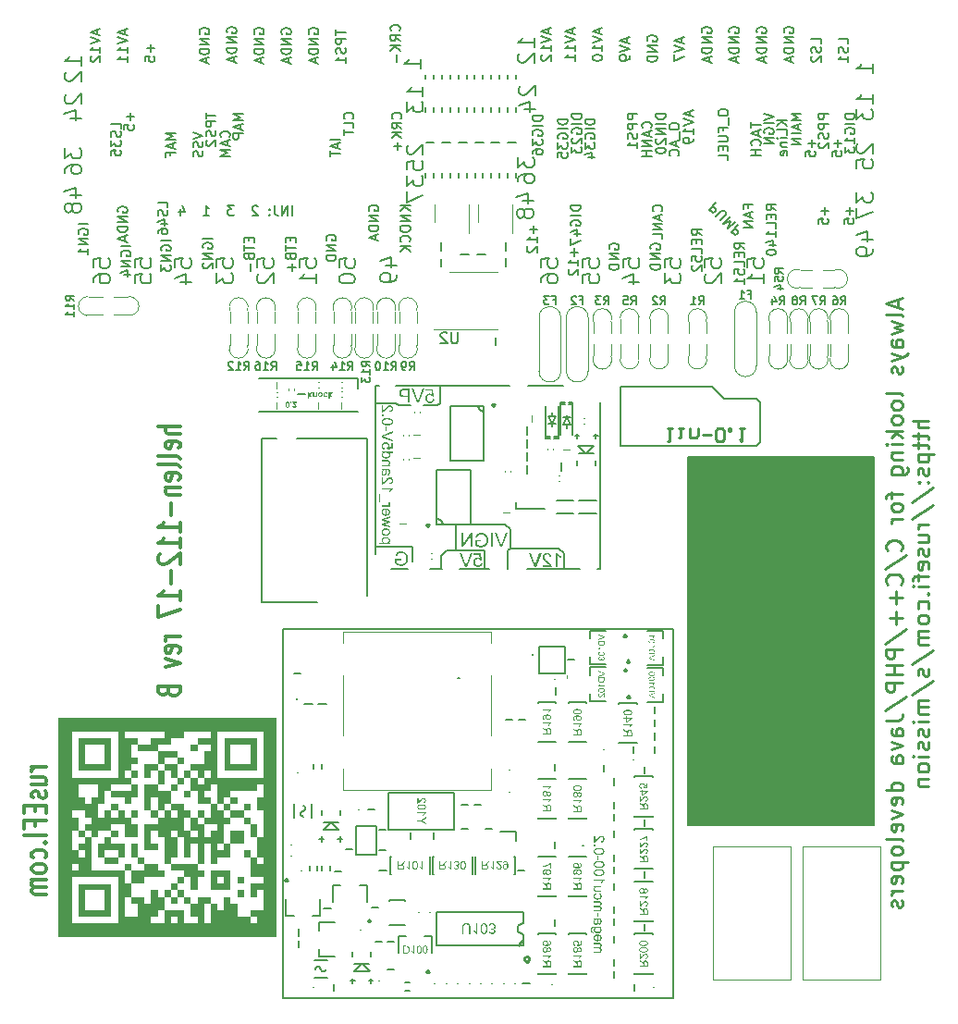
<source format=gbo>
G75*
G70*
%OFA0B0*%
%FSLAX25Y25*%
%IPPOS*%
%LPD*%
%AMOC8*
5,1,8,0,0,1.08239X$1,22.5*
%
%ADD10C,0.00787*%
%ADD114C,0.01000*%
%ADD198C,0.00300*%
%ADD60C,0.00591*%
%ADD65C,0.00984*%
%ADD66C,0.01200*%
%ADD67C,0.00500*%
%ADD68C,0.00669*%
%ADD69C,0.00390*%
%ADD70C,0.00472*%
%ADD71C,0.00800*%
%ADD73C,0.00394*%
X0000000Y0000000D02*
%LPD*%
G01*
D60*
X0248425Y0215354D02*
X0315748Y0215354D01*
X0315748Y0082677D01*
X0248425Y0082677D01*
X0248425Y0215354D01*
G36*
X0248425Y0215354D02*
G01*
X0315748Y0215354D01*
X0315748Y0082677D01*
X0248425Y0082677D01*
X0248425Y0215354D01*
G37*
X0271294Y0335878D02*
X0271294Y0333853D01*
X0274837Y0334865D02*
X0271294Y0334865D01*
X0273824Y0332841D02*
X0273824Y0331153D01*
X0274837Y0333178D02*
X0271294Y0331997D01*
X0271294Y0331997D02*
X0274837Y0330816D01*
X0274499Y0327610D02*
X0274668Y0327779D01*
X0274668Y0327779D02*
X0274837Y0328285D01*
X0274837Y0328285D02*
X0274837Y0328622D01*
X0274837Y0328622D02*
X0274668Y0329129D01*
X0274668Y0329129D02*
X0274331Y0329466D01*
X0274331Y0329466D02*
X0273993Y0329635D01*
X0273993Y0329635D02*
X0273318Y0329804D01*
X0273318Y0329804D02*
X0272812Y0329804D01*
X0272812Y0329804D02*
X0272137Y0329635D01*
X0272137Y0329635D02*
X0271800Y0329466D01*
X0271800Y0329466D02*
X0271462Y0329129D01*
X0271462Y0329129D02*
X0271294Y0328622D01*
X0271294Y0328622D02*
X0271294Y0328285D01*
X0271294Y0328285D02*
X0271462Y0327779D01*
X0271462Y0327779D02*
X0271631Y0327610D01*
X0274837Y0326092D02*
X0271294Y0326092D01*
X0272981Y0326092D02*
X0272981Y0324067D01*
X0274837Y0324067D02*
X0271294Y0324067D01*
X0070112Y0332278D02*
X0073656Y0331097D01*
X0073656Y0331097D02*
X0070112Y0329916D01*
X0073487Y0328904D02*
X0073656Y0328398D01*
X0073656Y0328398D02*
X0073656Y0327554D01*
X0073656Y0327554D02*
X0073487Y0327216D01*
X0073487Y0327216D02*
X0073318Y0327048D01*
X0073318Y0327048D02*
X0072981Y0326879D01*
X0072981Y0326879D02*
X0072643Y0326879D01*
X0072643Y0326879D02*
X0072306Y0327048D01*
X0072306Y0327048D02*
X0072137Y0327216D01*
X0072137Y0327216D02*
X0071968Y0327554D01*
X0071968Y0327554D02*
X0071800Y0328229D01*
X0071800Y0328229D02*
X0071631Y0328566D01*
X0071631Y0328566D02*
X0071462Y0328735D01*
X0071462Y0328735D02*
X0071125Y0328904D01*
X0071125Y0328904D02*
X0070787Y0328904D01*
X0070787Y0328904D02*
X0070450Y0328735D01*
X0070450Y0328735D02*
X0070281Y0328566D01*
X0070281Y0328566D02*
X0070112Y0328229D01*
X0070112Y0328229D02*
X0070112Y0327385D01*
X0070112Y0327385D02*
X0070281Y0326879D01*
X0073487Y0325529D02*
X0073656Y0325023D01*
X0073656Y0325023D02*
X0073656Y0324179D01*
X0073656Y0324179D02*
X0073487Y0323842D01*
X0073487Y0323842D02*
X0073318Y0323673D01*
X0073318Y0323673D02*
X0072981Y0323504D01*
X0072981Y0323504D02*
X0072643Y0323504D01*
X0072643Y0323504D02*
X0072306Y0323673D01*
X0072306Y0323673D02*
X0072137Y0323842D01*
X0072137Y0323842D02*
X0071968Y0324179D01*
X0071968Y0324179D02*
X0071800Y0324854D01*
X0071800Y0324854D02*
X0071631Y0325192D01*
X0071631Y0325192D02*
X0071462Y0325360D01*
X0071462Y0325360D02*
X0071125Y0325529D01*
X0071125Y0325529D02*
X0070787Y0325529D01*
X0070787Y0325529D02*
X0070450Y0325360D01*
X0070450Y0325360D02*
X0070281Y0325192D01*
X0070281Y0325192D02*
X0070112Y0324854D01*
X0070112Y0324854D02*
X0070112Y0324011D01*
X0070112Y0324011D02*
X0070281Y0323504D01*
X0230349Y0338925D02*
X0226805Y0338925D01*
X0226805Y0338925D02*
X0226805Y0337575D01*
X0226805Y0337575D02*
X0226974Y0337238D01*
X0226974Y0337238D02*
X0227143Y0337069D01*
X0227143Y0337069D02*
X0227480Y0336901D01*
X0227480Y0336901D02*
X0227986Y0336901D01*
X0227986Y0336901D02*
X0228324Y0337069D01*
X0228324Y0337069D02*
X0228493Y0337238D01*
X0228493Y0337238D02*
X0228661Y0337575D01*
X0228661Y0337575D02*
X0228661Y0338925D01*
X0230349Y0335382D02*
X0226805Y0335382D01*
X0226805Y0335382D02*
X0226805Y0334032D01*
X0226805Y0334032D02*
X0226974Y0333695D01*
X0226974Y0333695D02*
X0227143Y0333526D01*
X0227143Y0333526D02*
X0227480Y0333357D01*
X0227480Y0333357D02*
X0227986Y0333357D01*
X0227986Y0333357D02*
X0228324Y0333526D01*
X0228324Y0333526D02*
X0228493Y0333695D01*
X0228493Y0333695D02*
X0228661Y0334032D01*
X0228661Y0334032D02*
X0228661Y0335382D01*
X0230180Y0332007D02*
X0230349Y0331501D01*
X0230349Y0331501D02*
X0230349Y0330658D01*
X0230349Y0330658D02*
X0230180Y0330320D01*
X0230180Y0330320D02*
X0230011Y0330151D01*
X0230011Y0330151D02*
X0229674Y0329983D01*
X0229674Y0329983D02*
X0229336Y0329983D01*
X0229336Y0329983D02*
X0228999Y0330151D01*
X0228999Y0330151D02*
X0228830Y0330320D01*
X0228830Y0330320D02*
X0228661Y0330658D01*
X0228661Y0330658D02*
X0228493Y0331333D01*
X0228493Y0331333D02*
X0228324Y0331670D01*
X0228324Y0331670D02*
X0228155Y0331839D01*
X0228155Y0331839D02*
X0227818Y0332007D01*
X0227818Y0332007D02*
X0227480Y0332007D01*
X0227480Y0332007D02*
X0227143Y0331839D01*
X0227143Y0331839D02*
X0226974Y0331670D01*
X0226974Y0331670D02*
X0226805Y0331333D01*
X0226805Y0331333D02*
X0226805Y0330489D01*
X0226805Y0330489D02*
X0226974Y0329983D01*
X0230349Y0326608D02*
X0230349Y0328633D01*
X0230349Y0327620D02*
X0226805Y0327620D01*
X0226805Y0327620D02*
X0227312Y0327958D01*
X0227312Y0327958D02*
X0227649Y0328295D01*
X0227649Y0328295D02*
X0227818Y0328633D01*
X0276018Y0339038D02*
X0279561Y0337857D01*
X0279561Y0337857D02*
X0276018Y0336676D01*
X0279561Y0335494D02*
X0276018Y0335494D01*
X0276187Y0331951D02*
X0276018Y0332289D01*
X0276018Y0332289D02*
X0276018Y0332795D01*
X0276018Y0332795D02*
X0276187Y0333301D01*
X0276187Y0333301D02*
X0276524Y0333638D01*
X0276524Y0333638D02*
X0276862Y0333807D01*
X0276862Y0333807D02*
X0277536Y0333976D01*
X0277536Y0333976D02*
X0278043Y0333976D01*
X0278043Y0333976D02*
X0278718Y0333807D01*
X0278718Y0333807D02*
X0279055Y0333638D01*
X0279055Y0333638D02*
X0279393Y0333301D01*
X0279393Y0333301D02*
X0279561Y0332795D01*
X0279561Y0332795D02*
X0279561Y0332457D01*
X0279561Y0332457D02*
X0279393Y0331951D01*
X0279393Y0331951D02*
X0279224Y0331782D01*
X0279224Y0331782D02*
X0278043Y0331782D01*
X0278043Y0331782D02*
X0278043Y0332457D01*
X0279561Y0330264D02*
X0276018Y0330264D01*
X0276018Y0330264D02*
X0279561Y0328239D01*
X0279561Y0328239D02*
X0276018Y0328239D01*
X0246265Y0366249D02*
X0246265Y0364562D01*
X0247278Y0366586D02*
X0243734Y0365405D01*
X0243734Y0365405D02*
X0247278Y0364224D01*
X0243734Y0363549D02*
X0247278Y0362368D01*
X0247278Y0362368D02*
X0243734Y0361187D01*
X0243734Y0360344D02*
X0243734Y0357981D01*
X0243734Y0357981D02*
X0247278Y0359500D01*
X0144578Y0368836D02*
X0144747Y0369005D01*
X0144747Y0369005D02*
X0144916Y0369511D01*
X0144916Y0369511D02*
X0144916Y0369849D01*
X0144916Y0369849D02*
X0144747Y0370355D01*
X0144747Y0370355D02*
X0144409Y0370692D01*
X0144409Y0370692D02*
X0144072Y0370861D01*
X0144072Y0370861D02*
X0143397Y0371030D01*
X0143397Y0371030D02*
X0142891Y0371030D01*
X0142891Y0371030D02*
X0142216Y0370861D01*
X0142216Y0370861D02*
X0141878Y0370692D01*
X0141878Y0370692D02*
X0141541Y0370355D01*
X0141541Y0370355D02*
X0141372Y0369849D01*
X0141372Y0369849D02*
X0141372Y0369511D01*
X0141372Y0369511D02*
X0141541Y0369005D01*
X0141541Y0369005D02*
X0141710Y0368836D01*
X0144916Y0365293D02*
X0143228Y0366474D01*
X0144916Y0367318D02*
X0141372Y0367318D01*
X0141372Y0367318D02*
X0141372Y0365968D01*
X0141372Y0365968D02*
X0141541Y0365630D01*
X0141541Y0365630D02*
X0141710Y0365462D01*
X0141710Y0365462D02*
X0142047Y0365293D01*
X0142047Y0365293D02*
X0142553Y0365293D01*
X0142553Y0365293D02*
X0142891Y0365462D01*
X0142891Y0365462D02*
X0143060Y0365630D01*
X0143060Y0365630D02*
X0143228Y0365968D01*
X0143228Y0365968D02*
X0143228Y0367318D01*
X0144916Y0363774D02*
X0141372Y0363774D01*
X0144916Y0361750D02*
X0142891Y0363268D01*
X0141372Y0361750D02*
X0143397Y0363774D01*
X0143566Y0360231D02*
X0143566Y0357531D01*
X0226580Y0366249D02*
X0226580Y0364562D01*
X0227593Y0366586D02*
X0224049Y0365405D01*
X0224049Y0365405D02*
X0227593Y0364224D01*
X0224049Y0363549D02*
X0227593Y0362368D01*
X0227593Y0362368D02*
X0224049Y0361187D01*
X0227593Y0359837D02*
X0227593Y0359162D01*
X0227593Y0359162D02*
X0227424Y0358825D01*
X0227424Y0358825D02*
X0227255Y0358656D01*
X0227255Y0358656D02*
X0226749Y0358319D01*
X0226749Y0358319D02*
X0226074Y0358150D01*
X0226074Y0358150D02*
X0224724Y0358150D01*
X0224724Y0358150D02*
X0224387Y0358319D01*
X0224387Y0358319D02*
X0224218Y0358488D01*
X0224218Y0358488D02*
X0224049Y0358825D01*
X0224049Y0358825D02*
X0224049Y0359500D01*
X0224049Y0359500D02*
X0224218Y0359837D01*
X0224218Y0359837D02*
X0224387Y0360006D01*
X0224387Y0360006D02*
X0224724Y0360175D01*
X0224724Y0360175D02*
X0225568Y0360175D01*
X0225568Y0360175D02*
X0225905Y0360006D01*
X0225905Y0360006D02*
X0226074Y0359837D01*
X0226074Y0359837D02*
X0226243Y0359500D01*
X0226243Y0359500D02*
X0226243Y0358825D01*
X0226243Y0358825D02*
X0226074Y0358488D01*
X0226074Y0358488D02*
X0225905Y0358319D01*
X0225905Y0358319D02*
X0225568Y0358150D01*
X0035635Y0369230D02*
X0035635Y0367543D01*
X0036648Y0369567D02*
X0033105Y0368386D01*
X0033105Y0368386D02*
X0036648Y0367205D01*
X0033105Y0366530D02*
X0036648Y0365349D01*
X0036648Y0365349D02*
X0033105Y0364168D01*
X0036648Y0361131D02*
X0036648Y0363156D01*
X0036648Y0362143D02*
X0033105Y0362143D01*
X0033105Y0362143D02*
X0033611Y0362481D01*
X0033611Y0362481D02*
X0033948Y0362818D01*
X0033948Y0362818D02*
X0034117Y0363156D01*
X0033442Y0359781D02*
X0033273Y0359612D01*
X0033273Y0359612D02*
X0033105Y0359275D01*
X0033105Y0359275D02*
X0033105Y0358431D01*
X0033105Y0358431D02*
X0033273Y0358094D01*
X0033273Y0358094D02*
X0033442Y0357925D01*
X0033442Y0357925D02*
X0033779Y0357756D01*
X0033779Y0357756D02*
X0034117Y0357756D01*
X0034117Y0357756D02*
X0034623Y0357925D01*
X0034623Y0357925D02*
X0036648Y0359950D01*
X0036648Y0359950D02*
X0036648Y0357756D01*
X0198234Y0369624D02*
X0198234Y0367936D01*
X0199246Y0369961D02*
X0195703Y0368780D01*
X0195703Y0368780D02*
X0199246Y0367599D01*
X0195703Y0366924D02*
X0199246Y0365743D01*
X0199246Y0365743D02*
X0195703Y0364562D01*
X0199246Y0361525D02*
X0199246Y0363549D01*
X0199246Y0362537D02*
X0195703Y0362537D01*
X0195703Y0362537D02*
X0196209Y0362874D01*
X0196209Y0362874D02*
X0196547Y0363212D01*
X0196547Y0363212D02*
X0196715Y0363549D01*
X0196040Y0360175D02*
X0195872Y0360006D01*
X0195872Y0360006D02*
X0195703Y0359669D01*
X0195703Y0359669D02*
X0195703Y0358825D01*
X0195703Y0358825D02*
X0195872Y0358488D01*
X0195872Y0358488D02*
X0196040Y0358319D01*
X0196040Y0358319D02*
X0196378Y0358150D01*
X0196378Y0358150D02*
X0196715Y0358150D01*
X0196715Y0358150D02*
X0197222Y0358319D01*
X0197222Y0358319D02*
X0199246Y0360344D01*
X0199246Y0360344D02*
X0199246Y0358150D01*
X0123262Y0329804D02*
X0119719Y0329804D01*
X0122250Y0328285D02*
X0122250Y0326598D01*
X0123262Y0328622D02*
X0119719Y0327441D01*
X0119719Y0327441D02*
X0123262Y0326260D01*
X0119719Y0325585D02*
X0119719Y0323561D01*
X0123262Y0324573D02*
X0119719Y0324573D01*
X0112013Y0367824D02*
X0111845Y0368161D01*
X0111845Y0368161D02*
X0111845Y0368667D01*
X0111845Y0368667D02*
X0112013Y0369174D01*
X0112013Y0369174D02*
X0112351Y0369511D01*
X0112351Y0369511D02*
X0112688Y0369680D01*
X0112688Y0369680D02*
X0113363Y0369849D01*
X0113363Y0369849D02*
X0113869Y0369849D01*
X0113869Y0369849D02*
X0114544Y0369680D01*
X0114544Y0369680D02*
X0114882Y0369511D01*
X0114882Y0369511D02*
X0115219Y0369174D01*
X0115219Y0369174D02*
X0115388Y0368667D01*
X0115388Y0368667D02*
X0115388Y0368330D01*
X0115388Y0368330D02*
X0115219Y0367824D01*
X0115219Y0367824D02*
X0115051Y0367655D01*
X0115051Y0367655D02*
X0113869Y0367655D01*
X0113869Y0367655D02*
X0113869Y0368330D01*
X0115388Y0366137D02*
X0111845Y0366137D01*
X0111845Y0366137D02*
X0115388Y0364112D01*
X0115388Y0364112D02*
X0111845Y0364112D01*
X0115388Y0362425D02*
X0111845Y0362425D01*
X0111845Y0362425D02*
X0111845Y0361581D01*
X0111845Y0361581D02*
X0112013Y0361075D01*
X0112013Y0361075D02*
X0112351Y0360737D01*
X0112351Y0360737D02*
X0112688Y0360568D01*
X0112688Y0360568D02*
X0113363Y0360400D01*
X0113363Y0360400D02*
X0113869Y0360400D01*
X0113869Y0360400D02*
X0114544Y0360568D01*
X0114544Y0360568D02*
X0114882Y0360737D01*
X0114882Y0360737D02*
X0115219Y0361075D01*
X0115219Y0361075D02*
X0115388Y0361581D01*
X0115388Y0361581D02*
X0115388Y0362425D01*
X0114376Y0359050D02*
X0114376Y0357363D01*
X0115388Y0359387D02*
X0111845Y0358206D01*
X0111845Y0358206D02*
X0115388Y0357025D01*
X0214994Y0337115D02*
X0211451Y0337115D01*
X0211451Y0337115D02*
X0211451Y0336272D01*
X0211451Y0336272D02*
X0211620Y0335765D01*
X0211620Y0335765D02*
X0211957Y0335428D01*
X0211957Y0335428D02*
X0212295Y0335259D01*
X0212295Y0335259D02*
X0212970Y0335090D01*
X0212970Y0335090D02*
X0213476Y0335090D01*
X0213476Y0335090D02*
X0214151Y0335259D01*
X0214151Y0335259D02*
X0214488Y0335428D01*
X0214488Y0335428D02*
X0214826Y0335765D01*
X0214826Y0335765D02*
X0214994Y0336272D01*
X0214994Y0336272D02*
X0214994Y0337115D01*
X0214994Y0333572D02*
X0211451Y0333572D01*
X0211620Y0330029D02*
X0211451Y0330366D01*
X0211451Y0330366D02*
X0211451Y0330872D01*
X0211451Y0330872D02*
X0211620Y0331378D01*
X0211620Y0331378D02*
X0211957Y0331716D01*
X0211957Y0331716D02*
X0212295Y0331885D01*
X0212295Y0331885D02*
X0212970Y0332053D01*
X0212970Y0332053D02*
X0213476Y0332053D01*
X0213476Y0332053D02*
X0214151Y0331885D01*
X0214151Y0331885D02*
X0214488Y0331716D01*
X0214488Y0331716D02*
X0214826Y0331378D01*
X0214826Y0331378D02*
X0214994Y0330872D01*
X0214994Y0330872D02*
X0214994Y0330535D01*
X0214994Y0330535D02*
X0214826Y0330029D01*
X0214826Y0330029D02*
X0214657Y0329860D01*
X0214657Y0329860D02*
X0213476Y0329860D01*
X0213476Y0329860D02*
X0213476Y0330535D01*
X0211451Y0328679D02*
X0211451Y0326485D01*
X0211451Y0326485D02*
X0212801Y0327666D01*
X0212801Y0327666D02*
X0212801Y0327160D01*
X0212801Y0327160D02*
X0212970Y0326823D01*
X0212970Y0326823D02*
X0213138Y0326654D01*
X0213138Y0326654D02*
X0213476Y0326485D01*
X0213476Y0326485D02*
X0214319Y0326485D01*
X0214319Y0326485D02*
X0214657Y0326654D01*
X0214657Y0326654D02*
X0214826Y0326823D01*
X0214826Y0326823D02*
X0214994Y0327160D01*
X0214994Y0327160D02*
X0214994Y0328173D01*
X0214994Y0328173D02*
X0214826Y0328510D01*
X0214826Y0328510D02*
X0214657Y0328679D01*
X0212632Y0323448D02*
X0214994Y0323448D01*
X0211282Y0324292D02*
X0213813Y0325135D01*
X0213813Y0325135D02*
X0213813Y0322942D01*
X0296490Y0364168D02*
X0296490Y0365855D01*
X0296490Y0365855D02*
X0292947Y0365855D01*
X0296322Y0363156D02*
X0296490Y0362649D01*
X0296490Y0362649D02*
X0296490Y0361806D01*
X0296490Y0361806D02*
X0296322Y0361468D01*
X0296322Y0361468D02*
X0296153Y0361300D01*
X0296153Y0361300D02*
X0295815Y0361131D01*
X0295815Y0361131D02*
X0295478Y0361131D01*
X0295478Y0361131D02*
X0295141Y0361300D01*
X0295141Y0361300D02*
X0294972Y0361468D01*
X0294972Y0361468D02*
X0294803Y0361806D01*
X0294803Y0361806D02*
X0294634Y0362481D01*
X0294634Y0362481D02*
X0294466Y0362818D01*
X0294466Y0362818D02*
X0294297Y0362987D01*
X0294297Y0362987D02*
X0293959Y0363156D01*
X0293959Y0363156D02*
X0293622Y0363156D01*
X0293622Y0363156D02*
X0293285Y0362987D01*
X0293285Y0362987D02*
X0293116Y0362818D01*
X0293116Y0362818D02*
X0292947Y0362481D01*
X0292947Y0362481D02*
X0292947Y0361637D01*
X0292947Y0361637D02*
X0293116Y0361131D01*
X0293285Y0359781D02*
X0293116Y0359612D01*
X0293116Y0359612D02*
X0292947Y0359275D01*
X0292947Y0359275D02*
X0292947Y0358431D01*
X0292947Y0358431D02*
X0293116Y0358094D01*
X0293116Y0358094D02*
X0293285Y0357925D01*
X0293285Y0357925D02*
X0293622Y0357756D01*
X0293622Y0357756D02*
X0293959Y0357756D01*
X0293959Y0357756D02*
X0294466Y0357925D01*
X0294466Y0357925D02*
X0296490Y0359950D01*
X0296490Y0359950D02*
X0296490Y0357756D01*
X0253577Y0295168D02*
X0251890Y0296349D01*
X0253577Y0297193D02*
X0250034Y0297193D01*
X0250034Y0297193D02*
X0250034Y0295843D01*
X0250034Y0295843D02*
X0250202Y0295506D01*
X0250202Y0295506D02*
X0250371Y0295337D01*
X0250371Y0295337D02*
X0250709Y0295168D01*
X0250709Y0295168D02*
X0251215Y0295168D01*
X0251215Y0295168D02*
X0251552Y0295337D01*
X0251552Y0295337D02*
X0251721Y0295506D01*
X0251721Y0295506D02*
X0251890Y0295843D01*
X0251890Y0295843D02*
X0251890Y0297193D01*
X0251721Y0293650D02*
X0251721Y0292469D01*
X0253577Y0291962D02*
X0253577Y0293650D01*
X0253577Y0293650D02*
X0250034Y0293650D01*
X0250034Y0293650D02*
X0250034Y0291962D01*
X0253577Y0288757D02*
X0253577Y0290444D01*
X0253577Y0290444D02*
X0250034Y0290444D01*
X0250034Y0285888D02*
X0250034Y0287575D01*
X0250034Y0287575D02*
X0251721Y0287744D01*
X0251721Y0287744D02*
X0251552Y0287575D01*
X0251552Y0287575D02*
X0251384Y0287238D01*
X0251384Y0287238D02*
X0251384Y0286394D01*
X0251384Y0286394D02*
X0251552Y0286057D01*
X0251552Y0286057D02*
X0251721Y0285888D01*
X0251721Y0285888D02*
X0252058Y0285719D01*
X0252058Y0285719D02*
X0252902Y0285719D01*
X0252902Y0285719D02*
X0253240Y0285888D01*
X0253240Y0285888D02*
X0253408Y0286057D01*
X0253408Y0286057D02*
X0253577Y0286394D01*
X0253577Y0286394D02*
X0253577Y0287238D01*
X0253577Y0287238D02*
X0253408Y0287575D01*
X0253408Y0287575D02*
X0253240Y0287744D01*
X0250371Y0284370D02*
X0250202Y0284201D01*
X0250202Y0284201D02*
X0250034Y0283863D01*
X0250034Y0283863D02*
X0250034Y0283020D01*
X0250034Y0283020D02*
X0250202Y0282682D01*
X0250202Y0282682D02*
X0250371Y0282514D01*
X0250371Y0282514D02*
X0250709Y0282345D01*
X0250709Y0282345D02*
X0251046Y0282345D01*
X0251046Y0282345D02*
X0251552Y0282514D01*
X0251552Y0282514D02*
X0253577Y0284538D01*
X0253577Y0284538D02*
X0253577Y0282345D01*
X0234061Y0365180D02*
X0233892Y0365518D01*
X0233892Y0365518D02*
X0233892Y0366024D01*
X0233892Y0366024D02*
X0234061Y0366530D01*
X0234061Y0366530D02*
X0234398Y0366868D01*
X0234398Y0366868D02*
X0234736Y0367036D01*
X0234736Y0367036D02*
X0235411Y0367205D01*
X0235411Y0367205D02*
X0235917Y0367205D01*
X0235917Y0367205D02*
X0236592Y0367036D01*
X0236592Y0367036D02*
X0236929Y0366868D01*
X0236929Y0366868D02*
X0237267Y0366530D01*
X0237267Y0366530D02*
X0237435Y0366024D01*
X0237435Y0366024D02*
X0237435Y0365687D01*
X0237435Y0365687D02*
X0237267Y0365180D01*
X0237267Y0365180D02*
X0237098Y0365012D01*
X0237098Y0365012D02*
X0235917Y0365012D01*
X0235917Y0365012D02*
X0235917Y0365687D01*
X0237435Y0363493D02*
X0233892Y0363493D01*
X0233892Y0363493D02*
X0237435Y0361468D01*
X0237435Y0361468D02*
X0233892Y0361468D01*
X0237435Y0359781D02*
X0233892Y0359781D01*
X0233892Y0359781D02*
X0233892Y0358937D01*
X0233892Y0358937D02*
X0234061Y0358431D01*
X0234061Y0358431D02*
X0234398Y0358094D01*
X0234398Y0358094D02*
X0234736Y0357925D01*
X0234736Y0357925D02*
X0235411Y0357756D01*
X0235411Y0357756D02*
X0235917Y0357756D01*
X0235917Y0357756D02*
X0236592Y0357925D01*
X0236592Y0357925D02*
X0236929Y0358094D01*
X0236929Y0358094D02*
X0237267Y0358431D01*
X0237267Y0358431D02*
X0237435Y0358937D01*
X0237435Y0358937D02*
X0237435Y0359781D01*
X0284286Y0336721D02*
X0280742Y0336721D01*
X0284286Y0334697D02*
X0282261Y0336215D01*
X0280742Y0334697D02*
X0282767Y0336721D01*
X0284286Y0331491D02*
X0284286Y0333178D01*
X0284286Y0333178D02*
X0280742Y0333178D01*
X0284286Y0330310D02*
X0281923Y0330310D01*
X0280742Y0330310D02*
X0280911Y0330479D01*
X0280911Y0330479D02*
X0281080Y0330310D01*
X0281080Y0330310D02*
X0280911Y0330141D01*
X0280911Y0330141D02*
X0280742Y0330310D01*
X0280742Y0330310D02*
X0281080Y0330310D01*
X0281923Y0328622D02*
X0284286Y0328622D01*
X0282261Y0328622D02*
X0282092Y0328454D01*
X0282092Y0328454D02*
X0281923Y0328116D01*
X0281923Y0328116D02*
X0281923Y0327610D01*
X0281923Y0327610D02*
X0282092Y0327273D01*
X0282092Y0327273D02*
X0282430Y0327104D01*
X0282430Y0327104D02*
X0284286Y0327104D01*
X0284117Y0324067D02*
X0284286Y0324404D01*
X0284286Y0324404D02*
X0284286Y0325079D01*
X0284286Y0325079D02*
X0284117Y0325417D01*
X0284117Y0325417D02*
X0283779Y0325585D01*
X0283779Y0325585D02*
X0282430Y0325585D01*
X0282430Y0325585D02*
X0282092Y0325417D01*
X0282092Y0325417D02*
X0281923Y0325079D01*
X0281923Y0325079D02*
X0281923Y0324404D01*
X0281923Y0324404D02*
X0282092Y0324067D01*
X0282092Y0324067D02*
X0282430Y0323898D01*
X0282430Y0323898D02*
X0282767Y0323898D01*
X0282767Y0323898D02*
X0283105Y0325585D01*
D65*
X0324192Y0272132D02*
X0324192Y0269319D01*
X0325880Y0272694D02*
X0319974Y0270726D01*
X0319974Y0270726D02*
X0325880Y0268757D01*
X0325880Y0265945D02*
X0325598Y0266507D01*
X0325598Y0266507D02*
X0325036Y0266789D01*
X0325036Y0266789D02*
X0319974Y0266789D01*
X0321943Y0264258D02*
X0325880Y0263133D01*
X0325880Y0263133D02*
X0323067Y0262008D01*
X0323067Y0262008D02*
X0325880Y0260883D01*
X0325880Y0260883D02*
X0321943Y0259758D01*
X0325880Y0254978D02*
X0322786Y0254978D01*
X0322786Y0254978D02*
X0322224Y0255259D01*
X0322224Y0255259D02*
X0321943Y0255821D01*
X0321943Y0255821D02*
X0321943Y0256946D01*
X0321943Y0256946D02*
X0322224Y0257508D01*
X0325598Y0254978D02*
X0325880Y0255540D01*
X0325880Y0255540D02*
X0325880Y0256946D01*
X0325880Y0256946D02*
X0325598Y0257508D01*
X0325598Y0257508D02*
X0325036Y0257790D01*
X0325036Y0257790D02*
X0324474Y0257790D01*
X0324474Y0257790D02*
X0323911Y0257508D01*
X0323911Y0257508D02*
X0323630Y0256946D01*
X0323630Y0256946D02*
X0323630Y0255540D01*
X0323630Y0255540D02*
X0323349Y0254978D01*
X0321943Y0252728D02*
X0325880Y0251322D01*
X0321943Y0249916D02*
X0325880Y0251322D01*
X0325880Y0251322D02*
X0327286Y0251884D01*
X0327286Y0251884D02*
X0327567Y0252165D01*
X0327567Y0252165D02*
X0327848Y0252728D01*
X0325598Y0247947D02*
X0325880Y0247385D01*
X0325880Y0247385D02*
X0325880Y0246260D01*
X0325880Y0246260D02*
X0325598Y0245697D01*
X0325598Y0245697D02*
X0325036Y0245416D01*
X0325036Y0245416D02*
X0324755Y0245416D01*
X0324755Y0245416D02*
X0324192Y0245697D01*
X0324192Y0245697D02*
X0323911Y0246260D01*
X0323911Y0246260D02*
X0323911Y0247103D01*
X0323911Y0247103D02*
X0323630Y0247666D01*
X0323630Y0247666D02*
X0323067Y0247947D01*
X0323067Y0247947D02*
X0322786Y0247947D01*
X0322786Y0247947D02*
X0322224Y0247666D01*
X0322224Y0247666D02*
X0321943Y0247103D01*
X0321943Y0247103D02*
X0321943Y0246260D01*
X0321943Y0246260D02*
X0322224Y0245697D01*
X0325880Y0237542D02*
X0325598Y0238105D01*
X0325598Y0238105D02*
X0325036Y0238386D01*
X0325036Y0238386D02*
X0319974Y0238386D01*
X0325880Y0234449D02*
X0325598Y0235011D01*
X0325598Y0235011D02*
X0325317Y0235292D01*
X0325317Y0235292D02*
X0324755Y0235574D01*
X0324755Y0235574D02*
X0323067Y0235574D01*
X0323067Y0235574D02*
X0322505Y0235292D01*
X0322505Y0235292D02*
X0322224Y0235011D01*
X0322224Y0235011D02*
X0321943Y0234449D01*
X0321943Y0234449D02*
X0321943Y0233605D01*
X0321943Y0233605D02*
X0322224Y0233043D01*
X0322224Y0233043D02*
X0322505Y0232762D01*
X0322505Y0232762D02*
X0323067Y0232480D01*
X0323067Y0232480D02*
X0324755Y0232480D01*
X0324755Y0232480D02*
X0325317Y0232762D01*
X0325317Y0232762D02*
X0325598Y0233043D01*
X0325598Y0233043D02*
X0325880Y0233605D01*
X0325880Y0233605D02*
X0325880Y0234449D01*
X0325880Y0229106D02*
X0325598Y0229668D01*
X0325598Y0229668D02*
X0325317Y0229949D01*
X0325317Y0229949D02*
X0324755Y0230231D01*
X0324755Y0230231D02*
X0323067Y0230231D01*
X0323067Y0230231D02*
X0322505Y0229949D01*
X0322505Y0229949D02*
X0322224Y0229668D01*
X0322224Y0229668D02*
X0321943Y0229106D01*
X0321943Y0229106D02*
X0321943Y0228262D01*
X0321943Y0228262D02*
X0322224Y0227700D01*
X0322224Y0227700D02*
X0322505Y0227418D01*
X0322505Y0227418D02*
X0323067Y0227137D01*
X0323067Y0227137D02*
X0324755Y0227137D01*
X0324755Y0227137D02*
X0325317Y0227418D01*
X0325317Y0227418D02*
X0325598Y0227700D01*
X0325598Y0227700D02*
X0325880Y0228262D01*
X0325880Y0228262D02*
X0325880Y0229106D01*
X0325880Y0224606D02*
X0319974Y0224606D01*
X0323630Y0224044D02*
X0325880Y0222357D01*
X0321943Y0222357D02*
X0324192Y0224606D01*
X0325880Y0219826D02*
X0321943Y0219826D01*
X0319974Y0219826D02*
X0320255Y0220107D01*
X0320255Y0220107D02*
X0320537Y0219826D01*
X0320537Y0219826D02*
X0320255Y0219544D01*
X0320255Y0219544D02*
X0319974Y0219826D01*
X0319974Y0219826D02*
X0320537Y0219826D01*
X0321943Y0217014D02*
X0325880Y0217014D01*
X0322505Y0217014D02*
X0322224Y0216732D01*
X0322224Y0216732D02*
X0321943Y0216170D01*
X0321943Y0216170D02*
X0321943Y0215326D01*
X0321943Y0215326D02*
X0322224Y0214764D01*
X0322224Y0214764D02*
X0322786Y0214483D01*
X0322786Y0214483D02*
X0325880Y0214483D01*
X0321943Y0209139D02*
X0326723Y0209139D01*
X0326723Y0209139D02*
X0327286Y0209421D01*
X0327286Y0209421D02*
X0327567Y0209702D01*
X0327567Y0209702D02*
X0327848Y0210264D01*
X0327848Y0210264D02*
X0327848Y0211108D01*
X0327848Y0211108D02*
X0327567Y0211670D01*
X0325598Y0209139D02*
X0325880Y0209702D01*
X0325880Y0209702D02*
X0325880Y0210827D01*
X0325880Y0210827D02*
X0325598Y0211389D01*
X0325598Y0211389D02*
X0325317Y0211670D01*
X0325317Y0211670D02*
X0324755Y0211952D01*
X0324755Y0211952D02*
X0323067Y0211952D01*
X0323067Y0211952D02*
X0322505Y0211670D01*
X0322505Y0211670D02*
X0322224Y0211389D01*
X0322224Y0211389D02*
X0321943Y0210827D01*
X0321943Y0210827D02*
X0321943Y0209702D01*
X0321943Y0209702D02*
X0322224Y0209139D01*
X0321943Y0202672D02*
X0321943Y0200422D01*
X0325880Y0201828D02*
X0320818Y0201828D01*
X0320818Y0201828D02*
X0320255Y0201547D01*
X0320255Y0201547D02*
X0319974Y0200984D01*
X0319974Y0200984D02*
X0319974Y0200422D01*
X0325880Y0197610D02*
X0325598Y0198172D01*
X0325598Y0198172D02*
X0325317Y0198453D01*
X0325317Y0198453D02*
X0324755Y0198735D01*
X0324755Y0198735D02*
X0323067Y0198735D01*
X0323067Y0198735D02*
X0322505Y0198453D01*
X0322505Y0198453D02*
X0322224Y0198172D01*
X0322224Y0198172D02*
X0321943Y0197610D01*
X0321943Y0197610D02*
X0321943Y0196766D01*
X0321943Y0196766D02*
X0322224Y0196204D01*
X0322224Y0196204D02*
X0322505Y0195922D01*
X0322505Y0195922D02*
X0323067Y0195641D01*
X0323067Y0195641D02*
X0324755Y0195641D01*
X0324755Y0195641D02*
X0325317Y0195922D01*
X0325317Y0195922D02*
X0325598Y0196204D01*
X0325598Y0196204D02*
X0325880Y0196766D01*
X0325880Y0196766D02*
X0325880Y0197610D01*
X0325880Y0193110D02*
X0321943Y0193110D01*
X0323067Y0193110D02*
X0322505Y0192829D01*
X0322505Y0192829D02*
X0322224Y0192548D01*
X0322224Y0192548D02*
X0321943Y0191985D01*
X0321943Y0191985D02*
X0321943Y0191423D01*
X0325317Y0181580D02*
X0325598Y0181862D01*
X0325598Y0181862D02*
X0325880Y0182705D01*
X0325880Y0182705D02*
X0325880Y0183268D01*
X0325880Y0183268D02*
X0325598Y0184111D01*
X0325598Y0184111D02*
X0325036Y0184674D01*
X0325036Y0184674D02*
X0324474Y0184955D01*
X0324474Y0184955D02*
X0323349Y0185236D01*
X0323349Y0185236D02*
X0322505Y0185236D01*
X0322505Y0185236D02*
X0321380Y0184955D01*
X0321380Y0184955D02*
X0320818Y0184674D01*
X0320818Y0184674D02*
X0320255Y0184111D01*
X0320255Y0184111D02*
X0319974Y0183268D01*
X0319974Y0183268D02*
X0319974Y0182705D01*
X0319974Y0182705D02*
X0320255Y0181862D01*
X0320255Y0181862D02*
X0320537Y0181580D01*
X0319693Y0174831D02*
X0327286Y0179893D01*
X0325317Y0169488D02*
X0325598Y0169769D01*
X0325598Y0169769D02*
X0325880Y0170613D01*
X0325880Y0170613D02*
X0325880Y0171175D01*
X0325880Y0171175D02*
X0325598Y0172019D01*
X0325598Y0172019D02*
X0325036Y0172582D01*
X0325036Y0172582D02*
X0324474Y0172863D01*
X0324474Y0172863D02*
X0323349Y0173144D01*
X0323349Y0173144D02*
X0322505Y0173144D01*
X0322505Y0173144D02*
X0321380Y0172863D01*
X0321380Y0172863D02*
X0320818Y0172582D01*
X0320818Y0172582D02*
X0320255Y0172019D01*
X0320255Y0172019D02*
X0319974Y0171175D01*
X0319974Y0171175D02*
X0319974Y0170613D01*
X0319974Y0170613D02*
X0320255Y0169769D01*
X0320255Y0169769D02*
X0320537Y0169488D01*
X0323630Y0166957D02*
X0323630Y0162458D01*
X0325880Y0164708D02*
X0321380Y0164708D01*
X0323630Y0159646D02*
X0323630Y0155146D01*
X0325880Y0157396D02*
X0321380Y0157396D01*
X0319693Y0148116D02*
X0327286Y0153178D01*
X0325880Y0146147D02*
X0319974Y0146147D01*
X0319974Y0146147D02*
X0319974Y0143898D01*
X0319974Y0143898D02*
X0320255Y0143335D01*
X0320255Y0143335D02*
X0320537Y0143054D01*
X0320537Y0143054D02*
X0321099Y0142773D01*
X0321099Y0142773D02*
X0321943Y0142773D01*
X0321943Y0142773D02*
X0322505Y0143054D01*
X0322505Y0143054D02*
X0322786Y0143335D01*
X0322786Y0143335D02*
X0323067Y0143898D01*
X0323067Y0143898D02*
X0323067Y0146147D01*
X0325880Y0140242D02*
X0319974Y0140242D01*
X0322786Y0140242D02*
X0322786Y0136867D01*
X0325880Y0136867D02*
X0319974Y0136867D01*
X0325880Y0134055D02*
X0319974Y0134055D01*
X0319974Y0134055D02*
X0319974Y0131805D01*
X0319974Y0131805D02*
X0320255Y0131243D01*
X0320255Y0131243D02*
X0320537Y0130962D01*
X0320537Y0130962D02*
X0321099Y0130681D01*
X0321099Y0130681D02*
X0321943Y0130681D01*
X0321943Y0130681D02*
X0322505Y0130962D01*
X0322505Y0130962D02*
X0322786Y0131243D01*
X0322786Y0131243D02*
X0323067Y0131805D01*
X0323067Y0131805D02*
X0323067Y0134055D01*
X0319693Y0123931D02*
X0327286Y0128993D01*
X0319974Y0120276D02*
X0324192Y0120276D01*
X0324192Y0120276D02*
X0325036Y0120557D01*
X0325036Y0120557D02*
X0325598Y0121119D01*
X0325598Y0121119D02*
X0325880Y0121963D01*
X0325880Y0121963D02*
X0325880Y0122525D01*
X0325880Y0114932D02*
X0322786Y0114932D01*
X0322786Y0114932D02*
X0322224Y0115214D01*
X0322224Y0115214D02*
X0321943Y0115776D01*
X0321943Y0115776D02*
X0321943Y0116901D01*
X0321943Y0116901D02*
X0322224Y0117463D01*
X0325598Y0114932D02*
X0325880Y0115495D01*
X0325880Y0115495D02*
X0325880Y0116901D01*
X0325880Y0116901D02*
X0325598Y0117463D01*
X0325598Y0117463D02*
X0325036Y0117745D01*
X0325036Y0117745D02*
X0324474Y0117745D01*
X0324474Y0117745D02*
X0323911Y0117463D01*
X0323911Y0117463D02*
X0323630Y0116901D01*
X0323630Y0116901D02*
X0323630Y0115495D01*
X0323630Y0115495D02*
X0323349Y0114932D01*
X0321943Y0112683D02*
X0325880Y0111277D01*
X0325880Y0111277D02*
X0321943Y0109871D01*
X0325880Y0105090D02*
X0322786Y0105090D01*
X0322786Y0105090D02*
X0322224Y0105371D01*
X0322224Y0105371D02*
X0321943Y0105934D01*
X0321943Y0105934D02*
X0321943Y0107058D01*
X0321943Y0107058D02*
X0322224Y0107621D01*
X0325598Y0105090D02*
X0325880Y0105652D01*
X0325880Y0105652D02*
X0325880Y0107058D01*
X0325880Y0107058D02*
X0325598Y0107621D01*
X0325598Y0107621D02*
X0325036Y0107902D01*
X0325036Y0107902D02*
X0324474Y0107902D01*
X0324474Y0107902D02*
X0323911Y0107621D01*
X0323911Y0107621D02*
X0323630Y0107058D01*
X0323630Y0107058D02*
X0323630Y0105652D01*
X0323630Y0105652D02*
X0323349Y0105090D01*
X0325880Y0095247D02*
X0319974Y0095247D01*
X0325598Y0095247D02*
X0325880Y0095810D01*
X0325880Y0095810D02*
X0325880Y0096935D01*
X0325880Y0096935D02*
X0325598Y0097497D01*
X0325598Y0097497D02*
X0325317Y0097778D01*
X0325317Y0097778D02*
X0324755Y0098060D01*
X0324755Y0098060D02*
X0323067Y0098060D01*
X0323067Y0098060D02*
X0322505Y0097778D01*
X0322505Y0097778D02*
X0322224Y0097497D01*
X0322224Y0097497D02*
X0321943Y0096935D01*
X0321943Y0096935D02*
X0321943Y0095810D01*
X0321943Y0095810D02*
X0322224Y0095247D01*
X0325598Y0090186D02*
X0325880Y0090748D01*
X0325880Y0090748D02*
X0325880Y0091873D01*
X0325880Y0091873D02*
X0325598Y0092435D01*
X0325598Y0092435D02*
X0325036Y0092717D01*
X0325036Y0092717D02*
X0322786Y0092717D01*
X0322786Y0092717D02*
X0322224Y0092435D01*
X0322224Y0092435D02*
X0321943Y0091873D01*
X0321943Y0091873D02*
X0321943Y0090748D01*
X0321943Y0090748D02*
X0322224Y0090186D01*
X0322224Y0090186D02*
X0322786Y0089904D01*
X0322786Y0089904D02*
X0323349Y0089904D01*
X0323349Y0089904D02*
X0323911Y0092717D01*
X0321943Y0087936D02*
X0325880Y0086530D01*
X0325880Y0086530D02*
X0321943Y0085124D01*
X0325598Y0080624D02*
X0325880Y0081187D01*
X0325880Y0081187D02*
X0325880Y0082312D01*
X0325880Y0082312D02*
X0325598Y0082874D01*
X0325598Y0082874D02*
X0325036Y0083155D01*
X0325036Y0083155D02*
X0322786Y0083155D01*
X0322786Y0083155D02*
X0322224Y0082874D01*
X0322224Y0082874D02*
X0321943Y0082312D01*
X0321943Y0082312D02*
X0321943Y0081187D01*
X0321943Y0081187D02*
X0322224Y0080624D01*
X0322224Y0080624D02*
X0322786Y0080343D01*
X0322786Y0080343D02*
X0323349Y0080343D01*
X0323349Y0080343D02*
X0323911Y0083155D01*
X0325880Y0076968D02*
X0325598Y0077531D01*
X0325598Y0077531D02*
X0325036Y0077812D01*
X0325036Y0077812D02*
X0319974Y0077812D01*
X0325880Y0073875D02*
X0325598Y0074438D01*
X0325598Y0074438D02*
X0325317Y0074719D01*
X0325317Y0074719D02*
X0324755Y0075000D01*
X0324755Y0075000D02*
X0323067Y0075000D01*
X0323067Y0075000D02*
X0322505Y0074719D01*
X0322505Y0074719D02*
X0322224Y0074438D01*
X0322224Y0074438D02*
X0321943Y0073875D01*
X0321943Y0073875D02*
X0321943Y0073031D01*
X0321943Y0073031D02*
X0322224Y0072469D01*
X0322224Y0072469D02*
X0322505Y0072188D01*
X0322505Y0072188D02*
X0323067Y0071907D01*
X0323067Y0071907D02*
X0324755Y0071907D01*
X0324755Y0071907D02*
X0325317Y0072188D01*
X0325317Y0072188D02*
X0325598Y0072469D01*
X0325598Y0072469D02*
X0325880Y0073031D01*
X0325880Y0073031D02*
X0325880Y0073875D01*
X0321943Y0069376D02*
X0327848Y0069376D01*
X0322224Y0069376D02*
X0321943Y0068813D01*
X0321943Y0068813D02*
X0321943Y0067688D01*
X0321943Y0067688D02*
X0322224Y0067126D01*
X0322224Y0067126D02*
X0322505Y0066845D01*
X0322505Y0066845D02*
X0323067Y0066564D01*
X0323067Y0066564D02*
X0324755Y0066564D01*
X0324755Y0066564D02*
X0325317Y0066845D01*
X0325317Y0066845D02*
X0325598Y0067126D01*
X0325598Y0067126D02*
X0325880Y0067688D01*
X0325880Y0067688D02*
X0325880Y0068813D01*
X0325880Y0068813D02*
X0325598Y0069376D01*
X0325598Y0061783D02*
X0325880Y0062345D01*
X0325880Y0062345D02*
X0325880Y0063470D01*
X0325880Y0063470D02*
X0325598Y0064033D01*
X0325598Y0064033D02*
X0325036Y0064314D01*
X0325036Y0064314D02*
X0322786Y0064314D01*
X0322786Y0064314D02*
X0322224Y0064033D01*
X0322224Y0064033D02*
X0321943Y0063470D01*
X0321943Y0063470D02*
X0321943Y0062345D01*
X0321943Y0062345D02*
X0322224Y0061783D01*
X0322224Y0061783D02*
X0322786Y0061502D01*
X0322786Y0061502D02*
X0323349Y0061502D01*
X0323349Y0061502D02*
X0323911Y0064314D01*
X0325880Y0058971D02*
X0321943Y0058971D01*
X0323067Y0058971D02*
X0322505Y0058690D01*
X0322505Y0058690D02*
X0322224Y0058408D01*
X0322224Y0058408D02*
X0321943Y0057846D01*
X0321943Y0057846D02*
X0321943Y0057283D01*
X0325598Y0055596D02*
X0325880Y0055034D01*
X0325880Y0055034D02*
X0325880Y0053909D01*
X0325880Y0053909D02*
X0325598Y0053346D01*
X0325598Y0053346D02*
X0325036Y0053065D01*
X0325036Y0053065D02*
X0324755Y0053065D01*
X0324755Y0053065D02*
X0324192Y0053346D01*
X0324192Y0053346D02*
X0323911Y0053909D01*
X0323911Y0053909D02*
X0323911Y0054753D01*
X0323911Y0054753D02*
X0323630Y0055315D01*
X0323630Y0055315D02*
X0323067Y0055596D01*
X0323067Y0055596D02*
X0322786Y0055596D01*
X0322786Y0055596D02*
X0322224Y0055315D01*
X0322224Y0055315D02*
X0321943Y0054753D01*
X0321943Y0054753D02*
X0321943Y0053909D01*
X0321943Y0053909D02*
X0322224Y0053346D01*
X0335388Y0228403D02*
X0329482Y0228403D01*
X0335388Y0225872D02*
X0332294Y0225872D01*
X0332294Y0225872D02*
X0331732Y0226153D01*
X0331732Y0226153D02*
X0331451Y0226715D01*
X0331451Y0226715D02*
X0331451Y0227559D01*
X0331451Y0227559D02*
X0331732Y0228121D01*
X0331732Y0228121D02*
X0332013Y0228403D01*
X0331451Y0223903D02*
X0331451Y0221654D01*
X0329482Y0223060D02*
X0334544Y0223060D01*
X0334544Y0223060D02*
X0335106Y0222778D01*
X0335106Y0222778D02*
X0335388Y0222216D01*
X0335388Y0222216D02*
X0335388Y0221654D01*
X0331451Y0220529D02*
X0331451Y0218279D01*
X0329482Y0219685D02*
X0334544Y0219685D01*
X0334544Y0219685D02*
X0335106Y0219404D01*
X0335106Y0219404D02*
X0335388Y0218841D01*
X0335388Y0218841D02*
X0335388Y0218279D01*
X0331451Y0216310D02*
X0337356Y0216310D01*
X0331732Y0216310D02*
X0331451Y0215748D01*
X0331451Y0215748D02*
X0331451Y0214623D01*
X0331451Y0214623D02*
X0331732Y0214061D01*
X0331732Y0214061D02*
X0332013Y0213780D01*
X0332013Y0213780D02*
X0332575Y0213498D01*
X0332575Y0213498D02*
X0334263Y0213498D01*
X0334263Y0213498D02*
X0334825Y0213780D01*
X0334825Y0213780D02*
X0335106Y0214061D01*
X0335106Y0214061D02*
X0335388Y0214623D01*
X0335388Y0214623D02*
X0335388Y0215748D01*
X0335388Y0215748D02*
X0335106Y0216310D01*
X0335106Y0211249D02*
X0335388Y0210686D01*
X0335388Y0210686D02*
X0335388Y0209561D01*
X0335388Y0209561D02*
X0335106Y0208999D01*
X0335106Y0208999D02*
X0334544Y0208718D01*
X0334544Y0208718D02*
X0334263Y0208718D01*
X0334263Y0208718D02*
X0333700Y0208999D01*
X0333700Y0208999D02*
X0333419Y0209561D01*
X0333419Y0209561D02*
X0333419Y0210405D01*
X0333419Y0210405D02*
X0333138Y0210967D01*
X0333138Y0210967D02*
X0332575Y0211249D01*
X0332575Y0211249D02*
X0332294Y0211249D01*
X0332294Y0211249D02*
X0331732Y0210967D01*
X0331732Y0210967D02*
X0331451Y0210405D01*
X0331451Y0210405D02*
X0331451Y0209561D01*
X0331451Y0209561D02*
X0331732Y0208999D01*
X0334825Y0206187D02*
X0335106Y0205906D01*
X0335106Y0205906D02*
X0335388Y0206187D01*
X0335388Y0206187D02*
X0335106Y0206468D01*
X0335106Y0206468D02*
X0334825Y0206187D01*
X0334825Y0206187D02*
X0335388Y0206187D01*
X0331732Y0206187D02*
X0332013Y0205906D01*
X0332013Y0205906D02*
X0332294Y0206187D01*
X0332294Y0206187D02*
X0332013Y0206468D01*
X0332013Y0206468D02*
X0331732Y0206187D01*
X0331732Y0206187D02*
X0332294Y0206187D01*
X0329201Y0199156D02*
X0336794Y0204218D01*
X0329201Y0192970D02*
X0336794Y0198032D01*
X0335388Y0191001D02*
X0331451Y0191001D01*
X0332575Y0191001D02*
X0332013Y0190720D01*
X0332013Y0190720D02*
X0331732Y0190439D01*
X0331732Y0190439D02*
X0331451Y0189876D01*
X0331451Y0189876D02*
X0331451Y0189314D01*
X0331451Y0184814D02*
X0335388Y0184814D01*
X0331451Y0187345D02*
X0334544Y0187345D01*
X0334544Y0187345D02*
X0335106Y0187064D01*
X0335106Y0187064D02*
X0335388Y0186502D01*
X0335388Y0186502D02*
X0335388Y0185658D01*
X0335388Y0185658D02*
X0335106Y0185096D01*
X0335106Y0185096D02*
X0334825Y0184814D01*
X0335106Y0182283D02*
X0335388Y0181721D01*
X0335388Y0181721D02*
X0335388Y0180596D01*
X0335388Y0180596D02*
X0335106Y0180034D01*
X0335106Y0180034D02*
X0334544Y0179753D01*
X0334544Y0179753D02*
X0334263Y0179753D01*
X0334263Y0179753D02*
X0333700Y0180034D01*
X0333700Y0180034D02*
X0333419Y0180596D01*
X0333419Y0180596D02*
X0333419Y0181440D01*
X0333419Y0181440D02*
X0333138Y0182002D01*
X0333138Y0182002D02*
X0332575Y0182283D01*
X0332575Y0182283D02*
X0332294Y0182283D01*
X0332294Y0182283D02*
X0331732Y0182002D01*
X0331732Y0182002D02*
X0331451Y0181440D01*
X0331451Y0181440D02*
X0331451Y0180596D01*
X0331451Y0180596D02*
X0331732Y0180034D01*
X0335106Y0174972D02*
X0335388Y0175534D01*
X0335388Y0175534D02*
X0335388Y0176659D01*
X0335388Y0176659D02*
X0335106Y0177222D01*
X0335106Y0177222D02*
X0334544Y0177503D01*
X0334544Y0177503D02*
X0332294Y0177503D01*
X0332294Y0177503D02*
X0331732Y0177222D01*
X0331732Y0177222D02*
X0331451Y0176659D01*
X0331451Y0176659D02*
X0331451Y0175534D01*
X0331451Y0175534D02*
X0331732Y0174972D01*
X0331732Y0174972D02*
X0332294Y0174691D01*
X0332294Y0174691D02*
X0332857Y0174691D01*
X0332857Y0174691D02*
X0333419Y0177503D01*
X0331451Y0173003D02*
X0331451Y0170754D01*
X0335388Y0172160D02*
X0330326Y0172160D01*
X0330326Y0172160D02*
X0329763Y0171879D01*
X0329763Y0171879D02*
X0329482Y0171316D01*
X0329482Y0171316D02*
X0329482Y0170754D01*
X0335388Y0168785D02*
X0331451Y0168785D01*
X0329482Y0168785D02*
X0329763Y0169066D01*
X0329763Y0169066D02*
X0330044Y0168785D01*
X0330044Y0168785D02*
X0329763Y0168504D01*
X0329763Y0168504D02*
X0329482Y0168785D01*
X0329482Y0168785D02*
X0330044Y0168785D01*
X0334825Y0165973D02*
X0335106Y0165692D01*
X0335106Y0165692D02*
X0335388Y0165973D01*
X0335388Y0165973D02*
X0335106Y0166254D01*
X0335106Y0166254D02*
X0334825Y0165973D01*
X0334825Y0165973D02*
X0335388Y0165973D01*
X0335106Y0160630D02*
X0335388Y0161192D01*
X0335388Y0161192D02*
X0335388Y0162317D01*
X0335388Y0162317D02*
X0335106Y0162880D01*
X0335106Y0162880D02*
X0334825Y0163161D01*
X0334825Y0163161D02*
X0334263Y0163442D01*
X0334263Y0163442D02*
X0332575Y0163442D01*
X0332575Y0163442D02*
X0332013Y0163161D01*
X0332013Y0163161D02*
X0331732Y0162880D01*
X0331732Y0162880D02*
X0331451Y0162317D01*
X0331451Y0162317D02*
X0331451Y0161192D01*
X0331451Y0161192D02*
X0331732Y0160630D01*
X0335388Y0157255D02*
X0335106Y0157818D01*
X0335106Y0157818D02*
X0334825Y0158099D01*
X0334825Y0158099D02*
X0334263Y0158380D01*
X0334263Y0158380D02*
X0332575Y0158380D01*
X0332575Y0158380D02*
X0332013Y0158099D01*
X0332013Y0158099D02*
X0331732Y0157818D01*
X0331732Y0157818D02*
X0331451Y0157255D01*
X0331451Y0157255D02*
X0331451Y0156412D01*
X0331451Y0156412D02*
X0331732Y0155849D01*
X0331732Y0155849D02*
X0332013Y0155568D01*
X0332013Y0155568D02*
X0332575Y0155287D01*
X0332575Y0155287D02*
X0334263Y0155287D01*
X0334263Y0155287D02*
X0334825Y0155568D01*
X0334825Y0155568D02*
X0335106Y0155849D01*
X0335106Y0155849D02*
X0335388Y0156412D01*
X0335388Y0156412D02*
X0335388Y0157255D01*
X0335388Y0152756D02*
X0331451Y0152756D01*
X0332013Y0152756D02*
X0331732Y0152475D01*
X0331732Y0152475D02*
X0331451Y0151912D01*
X0331451Y0151912D02*
X0331451Y0151069D01*
X0331451Y0151069D02*
X0331732Y0150506D01*
X0331732Y0150506D02*
X0332294Y0150225D01*
X0332294Y0150225D02*
X0335388Y0150225D01*
X0332294Y0150225D02*
X0331732Y0149944D01*
X0331732Y0149944D02*
X0331451Y0149381D01*
X0331451Y0149381D02*
X0331451Y0148538D01*
X0331451Y0148538D02*
X0331732Y0147975D01*
X0331732Y0147975D02*
X0332294Y0147694D01*
X0332294Y0147694D02*
X0335388Y0147694D01*
X0329201Y0140664D02*
X0336794Y0145726D01*
X0335106Y0138976D02*
X0335388Y0138414D01*
X0335388Y0138414D02*
X0335388Y0137289D01*
X0335388Y0137289D02*
X0335106Y0136727D01*
X0335106Y0136727D02*
X0334544Y0136445D01*
X0334544Y0136445D02*
X0334263Y0136445D01*
X0334263Y0136445D02*
X0333700Y0136727D01*
X0333700Y0136727D02*
X0333419Y0137289D01*
X0333419Y0137289D02*
X0333419Y0138133D01*
X0333419Y0138133D02*
X0333138Y0138695D01*
X0333138Y0138695D02*
X0332575Y0138976D01*
X0332575Y0138976D02*
X0332294Y0138976D01*
X0332294Y0138976D02*
X0331732Y0138695D01*
X0331732Y0138695D02*
X0331451Y0138133D01*
X0331451Y0138133D02*
X0331451Y0137289D01*
X0331451Y0137289D02*
X0331732Y0136727D01*
X0329201Y0129696D02*
X0336794Y0134758D01*
X0335388Y0127728D02*
X0331451Y0127728D01*
X0332013Y0127728D02*
X0331732Y0127447D01*
X0331732Y0127447D02*
X0331451Y0126884D01*
X0331451Y0126884D02*
X0331451Y0126040D01*
X0331451Y0126040D02*
X0331732Y0125478D01*
X0331732Y0125478D02*
X0332294Y0125197D01*
X0332294Y0125197D02*
X0335388Y0125197D01*
X0332294Y0125197D02*
X0331732Y0124916D01*
X0331732Y0124916D02*
X0331451Y0124353D01*
X0331451Y0124353D02*
X0331451Y0123510D01*
X0331451Y0123510D02*
X0331732Y0122947D01*
X0331732Y0122947D02*
X0332294Y0122666D01*
X0332294Y0122666D02*
X0335388Y0122666D01*
X0335388Y0119854D02*
X0331451Y0119854D01*
X0329482Y0119854D02*
X0329763Y0120135D01*
X0329763Y0120135D02*
X0330044Y0119854D01*
X0330044Y0119854D02*
X0329763Y0119573D01*
X0329763Y0119573D02*
X0329482Y0119854D01*
X0329482Y0119854D02*
X0330044Y0119854D01*
X0335106Y0117323D02*
X0335388Y0116760D01*
X0335388Y0116760D02*
X0335388Y0115636D01*
X0335388Y0115636D02*
X0335106Y0115073D01*
X0335106Y0115073D02*
X0334544Y0114792D01*
X0334544Y0114792D02*
X0334263Y0114792D01*
X0334263Y0114792D02*
X0333700Y0115073D01*
X0333700Y0115073D02*
X0333419Y0115636D01*
X0333419Y0115636D02*
X0333419Y0116479D01*
X0333419Y0116479D02*
X0333138Y0117042D01*
X0333138Y0117042D02*
X0332575Y0117323D01*
X0332575Y0117323D02*
X0332294Y0117323D01*
X0332294Y0117323D02*
X0331732Y0117042D01*
X0331732Y0117042D02*
X0331451Y0116479D01*
X0331451Y0116479D02*
X0331451Y0115636D01*
X0331451Y0115636D02*
X0331732Y0115073D01*
X0335106Y0112542D02*
X0335388Y0111980D01*
X0335388Y0111980D02*
X0335388Y0110855D01*
X0335388Y0110855D02*
X0335106Y0110292D01*
X0335106Y0110292D02*
X0334544Y0110011D01*
X0334544Y0110011D02*
X0334263Y0110011D01*
X0334263Y0110011D02*
X0333700Y0110292D01*
X0333700Y0110292D02*
X0333419Y0110855D01*
X0333419Y0110855D02*
X0333419Y0111699D01*
X0333419Y0111699D02*
X0333138Y0112261D01*
X0333138Y0112261D02*
X0332575Y0112542D01*
X0332575Y0112542D02*
X0332294Y0112542D01*
X0332294Y0112542D02*
X0331732Y0112261D01*
X0331732Y0112261D02*
X0331451Y0111699D01*
X0331451Y0111699D02*
X0331451Y0110855D01*
X0331451Y0110855D02*
X0331732Y0110292D01*
X0335388Y0107480D02*
X0331451Y0107480D01*
X0329482Y0107480D02*
X0329763Y0107762D01*
X0329763Y0107762D02*
X0330044Y0107480D01*
X0330044Y0107480D02*
X0329763Y0107199D01*
X0329763Y0107199D02*
X0329482Y0107480D01*
X0329482Y0107480D02*
X0330044Y0107480D01*
X0335388Y0103825D02*
X0335106Y0104387D01*
X0335106Y0104387D02*
X0334825Y0104668D01*
X0334825Y0104668D02*
X0334263Y0104949D01*
X0334263Y0104949D02*
X0332575Y0104949D01*
X0332575Y0104949D02*
X0332013Y0104668D01*
X0332013Y0104668D02*
X0331732Y0104387D01*
X0331732Y0104387D02*
X0331451Y0103825D01*
X0331451Y0103825D02*
X0331451Y0102981D01*
X0331451Y0102981D02*
X0331732Y0102418D01*
X0331732Y0102418D02*
X0332013Y0102137D01*
X0332013Y0102137D02*
X0332575Y0101856D01*
X0332575Y0101856D02*
X0334263Y0101856D01*
X0334263Y0101856D02*
X0334825Y0102137D01*
X0334825Y0102137D02*
X0335106Y0102418D01*
X0335106Y0102418D02*
X0335388Y0102981D01*
X0335388Y0102981D02*
X0335388Y0103825D01*
X0331451Y0099325D02*
X0335388Y0099325D01*
X0332013Y0099325D02*
X0331732Y0099044D01*
X0331732Y0099044D02*
X0331451Y0098481D01*
X0331451Y0098481D02*
X0331451Y0097638D01*
X0331451Y0097638D02*
X0331732Y0097075D01*
X0331732Y0097075D02*
X0332294Y0096794D01*
X0332294Y0096794D02*
X0335388Y0096794D01*
D60*
X0268931Y0290444D02*
X0267244Y0291625D01*
X0268931Y0292469D02*
X0265388Y0292469D01*
X0265388Y0292469D02*
X0265388Y0291119D01*
X0265388Y0291119D02*
X0265557Y0290781D01*
X0265557Y0290781D02*
X0265725Y0290613D01*
X0265725Y0290613D02*
X0266063Y0290444D01*
X0266063Y0290444D02*
X0266569Y0290444D01*
X0266569Y0290444D02*
X0266907Y0290613D01*
X0266907Y0290613D02*
X0267075Y0290781D01*
X0267075Y0290781D02*
X0267244Y0291119D01*
X0267244Y0291119D02*
X0267244Y0292469D01*
X0267075Y0288925D02*
X0267075Y0287744D01*
X0268931Y0287238D02*
X0268931Y0288925D01*
X0268931Y0288925D02*
X0265388Y0288925D01*
X0265388Y0288925D02*
X0265388Y0287238D01*
X0268931Y0284032D02*
X0268931Y0285719D01*
X0268931Y0285719D02*
X0265388Y0285719D01*
X0265388Y0281164D02*
X0265388Y0282851D01*
X0265388Y0282851D02*
X0267075Y0283020D01*
X0267075Y0283020D02*
X0266907Y0282851D01*
X0266907Y0282851D02*
X0266738Y0282514D01*
X0266738Y0282514D02*
X0266738Y0281670D01*
X0266738Y0281670D02*
X0266907Y0281333D01*
X0266907Y0281333D02*
X0267075Y0281164D01*
X0267075Y0281164D02*
X0267413Y0280995D01*
X0267413Y0280995D02*
X0268256Y0280995D01*
X0268256Y0280995D02*
X0268594Y0281164D01*
X0268594Y0281164D02*
X0268763Y0281333D01*
X0268763Y0281333D02*
X0268931Y0281670D01*
X0268931Y0281670D02*
X0268931Y0282514D01*
X0268931Y0282514D02*
X0268763Y0282851D01*
X0268763Y0282851D02*
X0268594Y0283020D01*
X0268931Y0277620D02*
X0268931Y0279645D01*
X0268931Y0278633D02*
X0265388Y0278633D01*
X0265388Y0278633D02*
X0265894Y0278970D01*
X0265894Y0278970D02*
X0266232Y0279308D01*
X0266232Y0279308D02*
X0266400Y0279645D01*
X0209876Y0305854D02*
X0206333Y0305854D01*
X0206333Y0305854D02*
X0206333Y0305011D01*
X0206333Y0305011D02*
X0206502Y0304505D01*
X0206502Y0304505D02*
X0206839Y0304167D01*
X0206839Y0304167D02*
X0207177Y0303998D01*
X0207177Y0303998D02*
X0207851Y0303830D01*
X0207851Y0303830D02*
X0208358Y0303830D01*
X0208358Y0303830D02*
X0209033Y0303998D01*
X0209033Y0303998D02*
X0209370Y0304167D01*
X0209370Y0304167D02*
X0209707Y0304505D01*
X0209707Y0304505D02*
X0209876Y0305011D01*
X0209876Y0305011D02*
X0209876Y0305854D01*
X0209876Y0302311D02*
X0206333Y0302311D01*
X0206502Y0298768D02*
X0206333Y0299105D01*
X0206333Y0299105D02*
X0206333Y0299611D01*
X0206333Y0299611D02*
X0206502Y0300118D01*
X0206502Y0300118D02*
X0206839Y0300455D01*
X0206839Y0300455D02*
X0207177Y0300624D01*
X0207177Y0300624D02*
X0207851Y0300793D01*
X0207851Y0300793D02*
X0208358Y0300793D01*
X0208358Y0300793D02*
X0209033Y0300624D01*
X0209033Y0300624D02*
X0209370Y0300455D01*
X0209370Y0300455D02*
X0209707Y0300118D01*
X0209707Y0300118D02*
X0209876Y0299611D01*
X0209876Y0299611D02*
X0209876Y0299274D01*
X0209876Y0299274D02*
X0209707Y0298768D01*
X0209707Y0298768D02*
X0209539Y0298599D01*
X0209539Y0298599D02*
X0208358Y0298599D01*
X0208358Y0298599D02*
X0208358Y0299274D01*
X0207514Y0295562D02*
X0209876Y0295562D01*
X0206164Y0296406D02*
X0208695Y0297249D01*
X0208695Y0297249D02*
X0208695Y0295056D01*
X0206333Y0294043D02*
X0206333Y0291681D01*
X0206333Y0291681D02*
X0209876Y0293200D01*
X0063813Y0332110D02*
X0060270Y0332110D01*
X0060270Y0332110D02*
X0062801Y0330928D01*
X0062801Y0330928D02*
X0060270Y0329747D01*
X0060270Y0329747D02*
X0063813Y0329747D01*
X0062801Y0328229D02*
X0062801Y0326542D01*
X0063813Y0328566D02*
X0060270Y0327385D01*
X0060270Y0327385D02*
X0063813Y0326204D01*
X0061957Y0323842D02*
X0061957Y0325023D01*
X0063813Y0325023D02*
X0060270Y0325023D01*
X0060270Y0325023D02*
X0060270Y0323336D01*
X0082486Y0368218D02*
X0082317Y0368555D01*
X0082317Y0368555D02*
X0082317Y0369061D01*
X0082317Y0369061D02*
X0082486Y0369567D01*
X0082486Y0369567D02*
X0082823Y0369905D01*
X0082823Y0369905D02*
X0083161Y0370074D01*
X0083161Y0370074D02*
X0083836Y0370242D01*
X0083836Y0370242D02*
X0084342Y0370242D01*
X0084342Y0370242D02*
X0085017Y0370074D01*
X0085017Y0370074D02*
X0085354Y0369905D01*
X0085354Y0369905D02*
X0085692Y0369567D01*
X0085692Y0369567D02*
X0085860Y0369061D01*
X0085860Y0369061D02*
X0085860Y0368724D01*
X0085860Y0368724D02*
X0085692Y0368218D01*
X0085692Y0368218D02*
X0085523Y0368049D01*
X0085523Y0368049D02*
X0084342Y0368049D01*
X0084342Y0368049D02*
X0084342Y0368724D01*
X0085860Y0366530D02*
X0082317Y0366530D01*
X0082317Y0366530D02*
X0085860Y0364506D01*
X0085860Y0364506D02*
X0082317Y0364506D01*
X0085860Y0362818D02*
X0082317Y0362818D01*
X0082317Y0362818D02*
X0082317Y0361975D01*
X0082317Y0361975D02*
X0082486Y0361468D01*
X0082486Y0361468D02*
X0082823Y0361131D01*
X0082823Y0361131D02*
X0083161Y0360962D01*
X0083161Y0360962D02*
X0083836Y0360793D01*
X0083836Y0360793D02*
X0084342Y0360793D01*
X0084342Y0360793D02*
X0085017Y0360962D01*
X0085017Y0360962D02*
X0085354Y0361131D01*
X0085354Y0361131D02*
X0085692Y0361468D01*
X0085692Y0361468D02*
X0085860Y0361975D01*
X0085860Y0361975D02*
X0085860Y0362818D01*
X0084848Y0359444D02*
X0084848Y0357756D01*
X0085860Y0359781D02*
X0082317Y0358600D01*
X0082317Y0358600D02*
X0085860Y0357419D01*
X0127649Y0337294D02*
X0127818Y0337463D01*
X0127818Y0337463D02*
X0127986Y0337969D01*
X0127986Y0337969D02*
X0127986Y0338307D01*
X0127986Y0338307D02*
X0127818Y0338813D01*
X0127818Y0338813D02*
X0127480Y0339150D01*
X0127480Y0339150D02*
X0127143Y0339319D01*
X0127143Y0339319D02*
X0126468Y0339488D01*
X0126468Y0339488D02*
X0125962Y0339488D01*
X0125962Y0339488D02*
X0125287Y0339319D01*
X0125287Y0339319D02*
X0124949Y0339150D01*
X0124949Y0339150D02*
X0124612Y0338813D01*
X0124612Y0338813D02*
X0124443Y0338307D01*
X0124443Y0338307D02*
X0124443Y0337969D01*
X0124443Y0337969D02*
X0124612Y0337463D01*
X0124612Y0337463D02*
X0124781Y0337294D01*
X0127986Y0334088D02*
X0127986Y0335776D01*
X0127986Y0335776D02*
X0124443Y0335776D01*
X0124443Y0333414D02*
X0124443Y0331389D01*
X0127986Y0332401D02*
X0124443Y0332401D01*
X0045478Y0369230D02*
X0045478Y0367543D01*
X0046490Y0369567D02*
X0042947Y0368386D01*
X0042947Y0368386D02*
X0046490Y0367205D01*
X0042947Y0366530D02*
X0046490Y0365349D01*
X0046490Y0365349D02*
X0042947Y0364168D01*
X0046490Y0361131D02*
X0046490Y0363156D01*
X0046490Y0362143D02*
X0042947Y0362143D01*
X0042947Y0362143D02*
X0043453Y0362481D01*
X0043453Y0362481D02*
X0043791Y0362818D01*
X0043791Y0362818D02*
X0043959Y0363156D01*
X0046490Y0357756D02*
X0046490Y0359781D01*
X0046490Y0358769D02*
X0042947Y0358769D01*
X0042947Y0358769D02*
X0043453Y0359106D01*
X0043453Y0359106D02*
X0043791Y0359444D01*
X0043791Y0359444D02*
X0043959Y0359781D01*
X0118313Y0293369D02*
X0118144Y0293706D01*
X0118144Y0293706D02*
X0118144Y0294212D01*
X0118144Y0294212D02*
X0118313Y0294718D01*
X0118313Y0294718D02*
X0118650Y0295056D01*
X0118650Y0295056D02*
X0118988Y0295225D01*
X0118988Y0295225D02*
X0119662Y0295393D01*
X0119662Y0295393D02*
X0120169Y0295393D01*
X0120169Y0295393D02*
X0120844Y0295225D01*
X0120844Y0295225D02*
X0121181Y0295056D01*
X0121181Y0295056D02*
X0121519Y0294718D01*
X0121519Y0294718D02*
X0121687Y0294212D01*
X0121687Y0294212D02*
X0121687Y0293875D01*
X0121687Y0293875D02*
X0121519Y0293369D01*
X0121519Y0293369D02*
X0121350Y0293200D01*
X0121350Y0293200D02*
X0120169Y0293200D01*
X0120169Y0293200D02*
X0120169Y0293875D01*
X0121687Y0291681D02*
X0118144Y0291681D01*
X0118144Y0291681D02*
X0121687Y0289656D01*
X0121687Y0289656D02*
X0118144Y0289656D01*
X0121687Y0287969D02*
X0118144Y0287969D01*
X0118144Y0287969D02*
X0118144Y0287126D01*
X0118144Y0287126D02*
X0118313Y0286619D01*
X0118313Y0286619D02*
X0118650Y0286282D01*
X0118650Y0286282D02*
X0118988Y0286113D01*
X0118988Y0286113D02*
X0119662Y0285944D01*
X0119662Y0285944D02*
X0120169Y0285944D01*
X0120169Y0285944D02*
X0120844Y0286113D01*
X0120844Y0286113D02*
X0121181Y0286282D01*
X0121181Y0286282D02*
X0121519Y0286619D01*
X0121519Y0286619D02*
X0121687Y0287126D01*
X0121687Y0287126D02*
X0121687Y0287969D01*
X0220281Y0290219D02*
X0220112Y0290556D01*
X0220112Y0290556D02*
X0220112Y0291063D01*
X0220112Y0291063D02*
X0220281Y0291569D01*
X0220281Y0291569D02*
X0220619Y0291906D01*
X0220619Y0291906D02*
X0220956Y0292075D01*
X0220956Y0292075D02*
X0221631Y0292244D01*
X0221631Y0292244D02*
X0222137Y0292244D01*
X0222137Y0292244D02*
X0222812Y0292075D01*
X0222812Y0292075D02*
X0223150Y0291906D01*
X0223150Y0291906D02*
X0223487Y0291569D01*
X0223487Y0291569D02*
X0223656Y0291063D01*
X0223656Y0291063D02*
X0223656Y0290725D01*
X0223656Y0290725D02*
X0223487Y0290219D01*
X0223487Y0290219D02*
X0223318Y0290050D01*
X0223318Y0290050D02*
X0222137Y0290050D01*
X0222137Y0290050D02*
X0222137Y0290725D01*
X0223656Y0288532D02*
X0220112Y0288532D01*
X0220112Y0288532D02*
X0223656Y0286507D01*
X0223656Y0286507D02*
X0220112Y0286507D01*
X0223656Y0284820D02*
X0220112Y0284820D01*
X0220112Y0284820D02*
X0220112Y0283976D01*
X0220112Y0283976D02*
X0220281Y0283470D01*
X0220281Y0283470D02*
X0220619Y0283132D01*
X0220619Y0283132D02*
X0220956Y0282964D01*
X0220956Y0282964D02*
X0221631Y0282795D01*
X0221631Y0282795D02*
X0222137Y0282795D01*
X0222137Y0282795D02*
X0222812Y0282964D01*
X0222812Y0282964D02*
X0223150Y0283132D01*
X0223150Y0283132D02*
X0223487Y0283470D01*
X0223487Y0283470D02*
X0223656Y0283976D01*
X0223656Y0283976D02*
X0223656Y0284820D01*
X0240585Y0338925D02*
X0237042Y0338925D01*
X0237042Y0338925D02*
X0237042Y0338082D01*
X0237042Y0338082D02*
X0237210Y0337575D01*
X0237210Y0337575D02*
X0237548Y0337238D01*
X0237548Y0337238D02*
X0237885Y0337069D01*
X0237885Y0337069D02*
X0238560Y0336901D01*
X0238560Y0336901D02*
X0239066Y0336901D01*
X0239066Y0336901D02*
X0239741Y0337069D01*
X0239741Y0337069D02*
X0240079Y0337238D01*
X0240079Y0337238D02*
X0240416Y0337575D01*
X0240416Y0337575D02*
X0240585Y0338082D01*
X0240585Y0338082D02*
X0240585Y0338925D01*
X0240585Y0335382D02*
X0237042Y0335382D01*
X0240585Y0333695D02*
X0237042Y0333695D01*
X0237042Y0333695D02*
X0240585Y0331670D01*
X0240585Y0331670D02*
X0237042Y0331670D01*
X0237379Y0330151D02*
X0237210Y0329983D01*
X0237210Y0329983D02*
X0237042Y0329645D01*
X0237042Y0329645D02*
X0237042Y0328802D01*
X0237042Y0328802D02*
X0237210Y0328464D01*
X0237210Y0328464D02*
X0237379Y0328295D01*
X0237379Y0328295D02*
X0237716Y0328127D01*
X0237716Y0328127D02*
X0238054Y0328127D01*
X0238054Y0328127D02*
X0238560Y0328295D01*
X0238560Y0328295D02*
X0240585Y0330320D01*
X0240585Y0330320D02*
X0240585Y0328127D01*
X0237042Y0325933D02*
X0237042Y0325596D01*
X0237042Y0325596D02*
X0237210Y0325258D01*
X0237210Y0325258D02*
X0237379Y0325090D01*
X0237379Y0325090D02*
X0237716Y0324921D01*
X0237716Y0324921D02*
X0238391Y0324752D01*
X0238391Y0324752D02*
X0239235Y0324752D01*
X0239235Y0324752D02*
X0239910Y0324921D01*
X0239910Y0324921D02*
X0240247Y0325090D01*
X0240247Y0325090D02*
X0240416Y0325258D01*
X0240416Y0325258D02*
X0240585Y0325596D01*
X0240585Y0325596D02*
X0240585Y0325933D01*
X0240585Y0325933D02*
X0240416Y0326271D01*
X0240416Y0326271D02*
X0240247Y0326439D01*
X0240247Y0326439D02*
X0239910Y0326608D01*
X0239910Y0326608D02*
X0239235Y0326777D01*
X0239235Y0326777D02*
X0238391Y0326777D01*
X0238391Y0326777D02*
X0237716Y0326608D01*
X0237716Y0326608D02*
X0237379Y0326439D01*
X0237379Y0326439D02*
X0237210Y0326271D01*
X0237210Y0326271D02*
X0237042Y0325933D01*
X0083161Y0330591D02*
X0083330Y0330760D01*
X0083330Y0330760D02*
X0083498Y0331266D01*
X0083498Y0331266D02*
X0083498Y0331603D01*
X0083498Y0331603D02*
X0083330Y0332110D01*
X0083330Y0332110D02*
X0082992Y0332447D01*
X0082992Y0332447D02*
X0082655Y0332616D01*
X0082655Y0332616D02*
X0081980Y0332784D01*
X0081980Y0332784D02*
X0081474Y0332784D01*
X0081474Y0332784D02*
X0080799Y0332616D01*
X0080799Y0332616D02*
X0080461Y0332447D01*
X0080461Y0332447D02*
X0080124Y0332110D01*
X0080124Y0332110D02*
X0079955Y0331603D01*
X0079955Y0331603D02*
X0079955Y0331266D01*
X0079955Y0331266D02*
X0080124Y0330760D01*
X0080124Y0330760D02*
X0080292Y0330591D01*
X0082486Y0329241D02*
X0082486Y0327554D01*
X0083498Y0329579D02*
X0079955Y0328398D01*
X0079955Y0328398D02*
X0083498Y0327216D01*
X0083498Y0326035D02*
X0079955Y0326035D01*
X0079955Y0326035D02*
X0082486Y0324854D01*
X0082486Y0324854D02*
X0079955Y0323673D01*
X0079955Y0323673D02*
X0083498Y0323673D01*
X0258702Y0306959D02*
X0256196Y0304454D01*
X0256196Y0304454D02*
X0257151Y0303499D01*
X0257151Y0303499D02*
X0257508Y0303380D01*
X0257508Y0303380D02*
X0257747Y0303380D01*
X0257747Y0303380D02*
X0258105Y0303499D01*
X0258105Y0303499D02*
X0258463Y0303857D01*
X0258463Y0303857D02*
X0258582Y0304215D01*
X0258582Y0304215D02*
X0258582Y0304454D01*
X0258582Y0304454D02*
X0258463Y0304811D01*
X0258463Y0304811D02*
X0257508Y0305766D01*
X0258702Y0301948D02*
X0260730Y0303976D01*
X0260730Y0303976D02*
X0261088Y0304096D01*
X0261088Y0304096D02*
X0261326Y0304096D01*
X0261326Y0304096D02*
X0261684Y0303976D01*
X0261684Y0303976D02*
X0262162Y0303499D01*
X0262162Y0303499D02*
X0262281Y0303141D01*
X0262281Y0303141D02*
X0262281Y0302902D01*
X0262281Y0302902D02*
X0262162Y0302545D01*
X0262162Y0302545D02*
X0260133Y0300516D01*
X0263832Y0301829D02*
X0261326Y0299323D01*
X0261326Y0299323D02*
X0263951Y0300278D01*
X0263951Y0300278D02*
X0262997Y0297653D01*
X0262997Y0297653D02*
X0265502Y0300158D01*
X0266695Y0298965D02*
X0264190Y0296460D01*
X0264190Y0296460D02*
X0265144Y0295505D01*
X0265144Y0295505D02*
X0265502Y0295386D01*
X0265502Y0295386D02*
X0265741Y0295386D01*
X0265741Y0295386D02*
X0266099Y0295505D01*
X0266099Y0295505D02*
X0266457Y0295863D01*
X0266457Y0295863D02*
X0266576Y0296221D01*
X0266576Y0296221D02*
X0266576Y0296460D01*
X0266576Y0296460D02*
X0266457Y0296818D01*
X0266457Y0296818D02*
X0265502Y0297772D01*
X0032317Y0299162D02*
X0028774Y0299162D01*
X0028943Y0295618D02*
X0028774Y0295956D01*
X0028774Y0295956D02*
X0028774Y0296462D01*
X0028774Y0296462D02*
X0028943Y0296968D01*
X0028943Y0296968D02*
X0029280Y0297306D01*
X0029280Y0297306D02*
X0029617Y0297474D01*
X0029617Y0297474D02*
X0030292Y0297643D01*
X0030292Y0297643D02*
X0030799Y0297643D01*
X0030799Y0297643D02*
X0031474Y0297474D01*
X0031474Y0297474D02*
X0031811Y0297306D01*
X0031811Y0297306D02*
X0032148Y0296968D01*
X0032148Y0296968D02*
X0032317Y0296462D01*
X0032317Y0296462D02*
X0032317Y0296124D01*
X0032317Y0296124D02*
X0032148Y0295618D01*
X0032148Y0295618D02*
X0031980Y0295450D01*
X0031980Y0295450D02*
X0030799Y0295450D01*
X0030799Y0295450D02*
X0030799Y0296124D01*
X0032317Y0293931D02*
X0028774Y0293931D01*
X0028774Y0293931D02*
X0032317Y0291906D01*
X0032317Y0291906D02*
X0028774Y0291906D01*
X0032317Y0288363D02*
X0032317Y0290388D01*
X0032317Y0289375D02*
X0028774Y0289375D01*
X0028774Y0289375D02*
X0029280Y0289713D01*
X0029280Y0289713D02*
X0029617Y0290050D01*
X0029617Y0290050D02*
X0029786Y0290388D01*
X0092328Y0367824D02*
X0092160Y0368161D01*
X0092160Y0368161D02*
X0092160Y0368667D01*
X0092160Y0368667D02*
X0092328Y0369174D01*
X0092328Y0369174D02*
X0092666Y0369511D01*
X0092666Y0369511D02*
X0093003Y0369680D01*
X0093003Y0369680D02*
X0093678Y0369849D01*
X0093678Y0369849D02*
X0094184Y0369849D01*
X0094184Y0369849D02*
X0094859Y0369680D01*
X0094859Y0369680D02*
X0095197Y0369511D01*
X0095197Y0369511D02*
X0095534Y0369174D01*
X0095534Y0369174D02*
X0095703Y0368667D01*
X0095703Y0368667D02*
X0095703Y0368330D01*
X0095703Y0368330D02*
X0095534Y0367824D01*
X0095534Y0367824D02*
X0095366Y0367655D01*
X0095366Y0367655D02*
X0094184Y0367655D01*
X0094184Y0367655D02*
X0094184Y0368330D01*
X0095703Y0366137D02*
X0092160Y0366137D01*
X0092160Y0366137D02*
X0095703Y0364112D01*
X0095703Y0364112D02*
X0092160Y0364112D01*
X0095703Y0362425D02*
X0092160Y0362425D01*
X0092160Y0362425D02*
X0092160Y0361581D01*
X0092160Y0361581D02*
X0092328Y0361075D01*
X0092328Y0361075D02*
X0092666Y0360737D01*
X0092666Y0360737D02*
X0093003Y0360568D01*
X0093003Y0360568D02*
X0093678Y0360400D01*
X0093678Y0360400D02*
X0094184Y0360400D01*
X0094184Y0360400D02*
X0094859Y0360568D01*
X0094859Y0360568D02*
X0095197Y0360737D01*
X0095197Y0360737D02*
X0095534Y0361075D01*
X0095534Y0361075D02*
X0095703Y0361581D01*
X0095703Y0361581D02*
X0095703Y0362425D01*
X0094691Y0359050D02*
X0094691Y0357363D01*
X0095703Y0359387D02*
X0092160Y0358206D01*
X0092160Y0358206D02*
X0095703Y0357025D01*
X0253746Y0368218D02*
X0253577Y0368555D01*
X0253577Y0368555D02*
X0253577Y0369061D01*
X0253577Y0369061D02*
X0253746Y0369567D01*
X0253746Y0369567D02*
X0254083Y0369905D01*
X0254083Y0369905D02*
X0254421Y0370074D01*
X0254421Y0370074D02*
X0255096Y0370242D01*
X0255096Y0370242D02*
X0255602Y0370242D01*
X0255602Y0370242D02*
X0256277Y0370074D01*
X0256277Y0370074D02*
X0256614Y0369905D01*
X0256614Y0369905D02*
X0256952Y0369567D01*
X0256952Y0369567D02*
X0257120Y0369061D01*
X0257120Y0369061D02*
X0257120Y0368724D01*
X0257120Y0368724D02*
X0256952Y0368218D01*
X0256952Y0368218D02*
X0256783Y0368049D01*
X0256783Y0368049D02*
X0255602Y0368049D01*
X0255602Y0368049D02*
X0255602Y0368724D01*
X0257120Y0366530D02*
X0253577Y0366530D01*
X0253577Y0366530D02*
X0257120Y0364506D01*
X0257120Y0364506D02*
X0253577Y0364506D01*
X0257120Y0362818D02*
X0253577Y0362818D01*
X0253577Y0362818D02*
X0253577Y0361975D01*
X0253577Y0361975D02*
X0253746Y0361468D01*
X0253746Y0361468D02*
X0254083Y0361131D01*
X0254083Y0361131D02*
X0254421Y0360962D01*
X0254421Y0360962D02*
X0255096Y0360793D01*
X0255096Y0360793D02*
X0255602Y0360793D01*
X0255602Y0360793D02*
X0256277Y0360962D01*
X0256277Y0360962D02*
X0256614Y0361131D01*
X0256614Y0361131D02*
X0256952Y0361468D01*
X0256952Y0361468D02*
X0257120Y0361975D01*
X0257120Y0361975D02*
X0257120Y0362818D01*
X0256108Y0359444D02*
X0256108Y0357756D01*
X0257120Y0359781D02*
X0253577Y0358600D01*
X0253577Y0358600D02*
X0257120Y0357419D01*
X0043116Y0303605D02*
X0042947Y0303942D01*
X0042947Y0303942D02*
X0042947Y0304448D01*
X0042947Y0304448D02*
X0043116Y0304955D01*
X0043116Y0304955D02*
X0043453Y0305292D01*
X0043453Y0305292D02*
X0043791Y0305461D01*
X0043791Y0305461D02*
X0044466Y0305629D01*
X0044466Y0305629D02*
X0044972Y0305629D01*
X0044972Y0305629D02*
X0045647Y0305461D01*
X0045647Y0305461D02*
X0045984Y0305292D01*
X0045984Y0305292D02*
X0046322Y0304955D01*
X0046322Y0304955D02*
X0046490Y0304448D01*
X0046490Y0304448D02*
X0046490Y0304111D01*
X0046490Y0304111D02*
X0046322Y0303605D01*
X0046322Y0303605D02*
X0046153Y0303436D01*
X0046153Y0303436D02*
X0044972Y0303436D01*
X0044972Y0303436D02*
X0044972Y0304111D01*
X0046490Y0301917D02*
X0042947Y0301917D01*
X0042947Y0301917D02*
X0046490Y0299893D01*
X0046490Y0299893D02*
X0042947Y0299893D01*
X0046490Y0298205D02*
X0042947Y0298205D01*
X0042947Y0298205D02*
X0042947Y0297362D01*
X0042947Y0297362D02*
X0043116Y0296856D01*
X0043116Y0296856D02*
X0043453Y0296518D01*
X0043453Y0296518D02*
X0043791Y0296349D01*
X0043791Y0296349D02*
X0044466Y0296181D01*
X0044466Y0296181D02*
X0044972Y0296181D01*
X0044972Y0296181D02*
X0045647Y0296349D01*
X0045647Y0296349D02*
X0045984Y0296518D01*
X0045984Y0296518D02*
X0046322Y0296856D01*
X0046322Y0296856D02*
X0046490Y0297362D01*
X0046490Y0297362D02*
X0046490Y0298205D01*
X0045478Y0294831D02*
X0045478Y0293144D01*
X0046490Y0295168D02*
X0042947Y0293987D01*
X0042947Y0293987D02*
X0046490Y0292806D01*
X0090304Y0294437D02*
X0090304Y0293256D01*
X0092160Y0292750D02*
X0092160Y0294437D01*
X0092160Y0294437D02*
X0088616Y0294437D01*
X0088616Y0294437D02*
X0088616Y0292750D01*
X0088616Y0291737D02*
X0088616Y0289713D01*
X0092160Y0290725D02*
X0088616Y0290725D01*
X0090304Y0287351D02*
X0090472Y0286844D01*
X0090472Y0286844D02*
X0090641Y0286676D01*
X0090641Y0286676D02*
X0090979Y0286507D01*
X0090979Y0286507D02*
X0091485Y0286507D01*
X0091485Y0286507D02*
X0091822Y0286676D01*
X0091822Y0286676D02*
X0091991Y0286844D01*
X0091991Y0286844D02*
X0092160Y0287182D01*
X0092160Y0287182D02*
X0092160Y0288532D01*
X0092160Y0288532D02*
X0088616Y0288532D01*
X0088616Y0288532D02*
X0088616Y0287351D01*
X0088616Y0287351D02*
X0088785Y0287013D01*
X0088785Y0287013D02*
X0088954Y0286844D01*
X0088954Y0286844D02*
X0089291Y0286676D01*
X0089291Y0286676D02*
X0089629Y0286676D01*
X0089629Y0286676D02*
X0089966Y0286844D01*
X0089966Y0286844D02*
X0090135Y0287013D01*
X0090135Y0287013D02*
X0090304Y0287351D01*
X0090304Y0287351D02*
X0090304Y0288532D01*
X0090810Y0284988D02*
X0090810Y0282289D01*
X0074837Y0339432D02*
X0074837Y0337407D01*
X0078380Y0338419D02*
X0074837Y0338419D01*
X0078380Y0336226D02*
X0074837Y0336226D01*
X0074837Y0336226D02*
X0074837Y0334876D01*
X0074837Y0334876D02*
X0075006Y0334538D01*
X0075006Y0334538D02*
X0075174Y0334370D01*
X0075174Y0334370D02*
X0075512Y0334201D01*
X0075512Y0334201D02*
X0076018Y0334201D01*
X0076018Y0334201D02*
X0076355Y0334370D01*
X0076355Y0334370D02*
X0076524Y0334538D01*
X0076524Y0334538D02*
X0076693Y0334876D01*
X0076693Y0334876D02*
X0076693Y0336226D01*
X0078211Y0332851D02*
X0078380Y0332345D01*
X0078380Y0332345D02*
X0078380Y0331501D01*
X0078380Y0331501D02*
X0078211Y0331164D01*
X0078211Y0331164D02*
X0078043Y0330995D01*
X0078043Y0330995D02*
X0077705Y0330826D01*
X0077705Y0330826D02*
X0077368Y0330826D01*
X0077368Y0330826D02*
X0077030Y0330995D01*
X0077030Y0330995D02*
X0076862Y0331164D01*
X0076862Y0331164D02*
X0076693Y0331501D01*
X0076693Y0331501D02*
X0076524Y0332176D01*
X0076524Y0332176D02*
X0076355Y0332514D01*
X0076355Y0332514D02*
X0076187Y0332682D01*
X0076187Y0332682D02*
X0075849Y0332851D01*
X0075849Y0332851D02*
X0075512Y0332851D01*
X0075512Y0332851D02*
X0075174Y0332682D01*
X0075174Y0332682D02*
X0075006Y0332514D01*
X0075006Y0332514D02*
X0074837Y0332176D01*
X0074837Y0332176D02*
X0074837Y0331333D01*
X0074837Y0331333D02*
X0075006Y0330826D01*
X0075174Y0329476D02*
X0075006Y0329308D01*
X0075006Y0329308D02*
X0074837Y0328970D01*
X0074837Y0328970D02*
X0074837Y0328127D01*
X0074837Y0328127D02*
X0075006Y0327789D01*
X0075006Y0327789D02*
X0075174Y0327620D01*
X0075174Y0327620D02*
X0075512Y0327452D01*
X0075512Y0327452D02*
X0075849Y0327452D01*
X0075849Y0327452D02*
X0076355Y0327620D01*
X0076355Y0327620D02*
X0078380Y0329645D01*
X0078380Y0329645D02*
X0078380Y0327452D01*
X0263588Y0368218D02*
X0263420Y0368555D01*
X0263420Y0368555D02*
X0263420Y0369061D01*
X0263420Y0369061D02*
X0263588Y0369567D01*
X0263588Y0369567D02*
X0263926Y0369905D01*
X0263926Y0369905D02*
X0264263Y0370074D01*
X0264263Y0370074D02*
X0264938Y0370242D01*
X0264938Y0370242D02*
X0265444Y0370242D01*
X0265444Y0370242D02*
X0266119Y0370074D01*
X0266119Y0370074D02*
X0266457Y0369905D01*
X0266457Y0369905D02*
X0266794Y0369567D01*
X0266794Y0369567D02*
X0266963Y0369061D01*
X0266963Y0369061D02*
X0266963Y0368724D01*
X0266963Y0368724D02*
X0266794Y0368218D01*
X0266794Y0368218D02*
X0266625Y0368049D01*
X0266625Y0368049D02*
X0265444Y0368049D01*
X0265444Y0368049D02*
X0265444Y0368724D01*
X0266963Y0366530D02*
X0263420Y0366530D01*
X0263420Y0366530D02*
X0266963Y0364506D01*
X0266963Y0364506D02*
X0263420Y0364506D01*
X0266963Y0362818D02*
X0263420Y0362818D01*
X0263420Y0362818D02*
X0263420Y0361975D01*
X0263420Y0361975D02*
X0263588Y0361468D01*
X0263588Y0361468D02*
X0263926Y0361131D01*
X0263926Y0361131D02*
X0264263Y0360962D01*
X0264263Y0360962D02*
X0264938Y0360793D01*
X0264938Y0360793D02*
X0265444Y0360793D01*
X0265444Y0360793D02*
X0266119Y0360962D01*
X0266119Y0360962D02*
X0266457Y0361131D01*
X0266457Y0361131D02*
X0266794Y0361468D01*
X0266794Y0361468D02*
X0266963Y0361975D01*
X0266963Y0361975D02*
X0266963Y0362818D01*
X0265950Y0359444D02*
X0265950Y0357756D01*
X0266963Y0359781D02*
X0263420Y0358600D01*
X0263420Y0358600D02*
X0266963Y0357419D01*
X0216738Y0369624D02*
X0216738Y0367936D01*
X0217750Y0369961D02*
X0214207Y0368780D01*
X0214207Y0368780D02*
X0217750Y0367599D01*
X0214207Y0366924D02*
X0217750Y0365743D01*
X0217750Y0365743D02*
X0214207Y0364562D01*
X0217750Y0361525D02*
X0217750Y0363549D01*
X0217750Y0362537D02*
X0214207Y0362537D01*
X0214207Y0362537D02*
X0214713Y0362874D01*
X0214713Y0362874D02*
X0215051Y0363212D01*
X0215051Y0363212D02*
X0215219Y0363549D01*
X0214207Y0359331D02*
X0214207Y0358994D01*
X0214207Y0358994D02*
X0214376Y0358656D01*
X0214376Y0358656D02*
X0214544Y0358488D01*
X0214544Y0358488D02*
X0214882Y0358319D01*
X0214882Y0358319D02*
X0215557Y0358150D01*
X0215557Y0358150D02*
X0216400Y0358150D01*
X0216400Y0358150D02*
X0217075Y0358319D01*
X0217075Y0358319D02*
X0217413Y0358488D01*
X0217413Y0358488D02*
X0217581Y0358656D01*
X0217581Y0358656D02*
X0217750Y0358994D01*
X0217750Y0358994D02*
X0217750Y0359331D01*
X0217750Y0359331D02*
X0217581Y0359669D01*
X0217581Y0359669D02*
X0217413Y0359837D01*
X0217413Y0359837D02*
X0217075Y0360006D01*
X0217075Y0360006D02*
X0216400Y0360175D01*
X0216400Y0360175D02*
X0215557Y0360175D01*
X0215557Y0360175D02*
X0214882Y0360006D01*
X0214882Y0360006D02*
X0214544Y0359837D01*
X0214544Y0359837D02*
X0214376Y0359669D01*
X0214376Y0359669D02*
X0214207Y0359331D01*
X0121687Y0369342D02*
X0121687Y0367318D01*
X0125231Y0368330D02*
X0121687Y0368330D01*
X0125231Y0366137D02*
X0121687Y0366137D01*
X0121687Y0366137D02*
X0121687Y0364787D01*
X0121687Y0364787D02*
X0121856Y0364449D01*
X0121856Y0364449D02*
X0122025Y0364281D01*
X0122025Y0364281D02*
X0122362Y0364112D01*
X0122362Y0364112D02*
X0122868Y0364112D01*
X0122868Y0364112D02*
X0123206Y0364281D01*
X0123206Y0364281D02*
X0123375Y0364449D01*
X0123375Y0364449D02*
X0123543Y0364787D01*
X0123543Y0364787D02*
X0123543Y0366137D01*
X0125062Y0362762D02*
X0125231Y0362256D01*
X0125231Y0362256D02*
X0125231Y0361412D01*
X0125231Y0361412D02*
X0125062Y0361075D01*
X0125062Y0361075D02*
X0124893Y0360906D01*
X0124893Y0360906D02*
X0124556Y0360737D01*
X0124556Y0360737D02*
X0124218Y0360737D01*
X0124218Y0360737D02*
X0123881Y0360906D01*
X0123881Y0360906D02*
X0123712Y0361075D01*
X0123712Y0361075D02*
X0123543Y0361412D01*
X0123543Y0361412D02*
X0123375Y0362087D01*
X0123375Y0362087D02*
X0123206Y0362425D01*
X0123206Y0362425D02*
X0123037Y0362593D01*
X0123037Y0362593D02*
X0122700Y0362762D01*
X0122700Y0362762D02*
X0122362Y0362762D01*
X0122362Y0362762D02*
X0122025Y0362593D01*
X0122025Y0362593D02*
X0121856Y0362425D01*
X0121856Y0362425D02*
X0121687Y0362087D01*
X0121687Y0362087D02*
X0121687Y0361243D01*
X0121687Y0361243D02*
X0121856Y0360737D01*
X0125231Y0357363D02*
X0125231Y0359387D01*
X0125231Y0358375D02*
X0121687Y0358375D01*
X0121687Y0358375D02*
X0122193Y0358712D01*
X0122193Y0358712D02*
X0122531Y0359050D01*
X0122531Y0359050D02*
X0122700Y0359387D01*
X0062238Y0293256D02*
X0058695Y0293256D01*
X0058864Y0289713D02*
X0058695Y0290050D01*
X0058695Y0290050D02*
X0058695Y0290556D01*
X0058695Y0290556D02*
X0058864Y0291063D01*
X0058864Y0291063D02*
X0059201Y0291400D01*
X0059201Y0291400D02*
X0059539Y0291569D01*
X0059539Y0291569D02*
X0060214Y0291737D01*
X0060214Y0291737D02*
X0060720Y0291737D01*
X0060720Y0291737D02*
X0061395Y0291569D01*
X0061395Y0291569D02*
X0061732Y0291400D01*
X0061732Y0291400D02*
X0062070Y0291063D01*
X0062070Y0291063D02*
X0062238Y0290556D01*
X0062238Y0290556D02*
X0062238Y0290219D01*
X0062238Y0290219D02*
X0062070Y0289713D01*
X0062070Y0289713D02*
X0061901Y0289544D01*
X0061901Y0289544D02*
X0060720Y0289544D01*
X0060720Y0289544D02*
X0060720Y0290219D01*
X0062238Y0288025D02*
X0058695Y0288025D01*
X0058695Y0288025D02*
X0062238Y0286001D01*
X0062238Y0286001D02*
X0058695Y0286001D01*
X0058695Y0284651D02*
X0058695Y0282457D01*
X0058695Y0282457D02*
X0060045Y0283638D01*
X0060045Y0283638D02*
X0060045Y0283132D01*
X0060045Y0283132D02*
X0060214Y0282795D01*
X0060214Y0282795D02*
X0060382Y0282626D01*
X0060382Y0282626D02*
X0060720Y0282457D01*
X0060720Y0282457D02*
X0061563Y0282457D01*
X0061563Y0282457D02*
X0061901Y0282626D01*
X0061901Y0282626D02*
X0062070Y0282795D01*
X0062070Y0282795D02*
X0062238Y0283132D01*
X0062238Y0283132D02*
X0062238Y0284145D01*
X0062238Y0284145D02*
X0062070Y0284482D01*
X0062070Y0284482D02*
X0061901Y0284651D01*
X0235129Y0333966D02*
X0235298Y0334134D01*
X0235298Y0334134D02*
X0235467Y0334640D01*
X0235467Y0334640D02*
X0235467Y0334978D01*
X0235467Y0334978D02*
X0235298Y0335484D01*
X0235298Y0335484D02*
X0234961Y0335822D01*
X0234961Y0335822D02*
X0234623Y0335990D01*
X0234623Y0335990D02*
X0233948Y0336159D01*
X0233948Y0336159D02*
X0233442Y0336159D01*
X0233442Y0336159D02*
X0232767Y0335990D01*
X0232767Y0335990D02*
X0232430Y0335822D01*
X0232430Y0335822D02*
X0232092Y0335484D01*
X0232092Y0335484D02*
X0231923Y0334978D01*
X0231923Y0334978D02*
X0231923Y0334640D01*
X0231923Y0334640D02*
X0232092Y0334134D01*
X0232092Y0334134D02*
X0232261Y0333966D01*
X0234454Y0332616D02*
X0234454Y0330928D01*
X0235467Y0332953D02*
X0231923Y0331772D01*
X0231923Y0331772D02*
X0235467Y0330591D01*
X0235467Y0329410D02*
X0231923Y0329410D01*
X0231923Y0329410D02*
X0235467Y0327385D01*
X0235467Y0327385D02*
X0231923Y0327385D01*
X0235467Y0325698D02*
X0231923Y0325698D01*
X0233611Y0325698D02*
X0233611Y0323673D01*
X0235467Y0323673D02*
X0231923Y0323673D01*
X0297896Y0305461D02*
X0297896Y0302761D01*
X0299246Y0304111D02*
X0296547Y0304111D01*
X0295703Y0299387D02*
X0295703Y0301074D01*
X0295703Y0301074D02*
X0297390Y0301243D01*
X0297390Y0301243D02*
X0297222Y0301074D01*
X0297222Y0301074D02*
X0297053Y0300736D01*
X0297053Y0300736D02*
X0297053Y0299893D01*
X0297053Y0299893D02*
X0297222Y0299555D01*
X0297222Y0299555D02*
X0297390Y0299387D01*
X0297390Y0299387D02*
X0297728Y0299218D01*
X0297728Y0299218D02*
X0298571Y0299218D01*
X0298571Y0299218D02*
X0298909Y0299387D01*
X0298909Y0299387D02*
X0299078Y0299555D01*
X0299078Y0299555D02*
X0299246Y0299893D01*
X0299246Y0299893D02*
X0299246Y0300736D01*
X0299246Y0300736D02*
X0299078Y0301074D01*
X0299078Y0301074D02*
X0298909Y0301243D01*
X0047503Y0339319D02*
X0047503Y0336619D01*
X0048853Y0337969D02*
X0046153Y0337969D01*
X0045309Y0333245D02*
X0045309Y0334932D01*
X0045309Y0334932D02*
X0046997Y0335101D01*
X0046997Y0335101D02*
X0046828Y0334932D01*
X0046828Y0334932D02*
X0046659Y0334595D01*
X0046659Y0334595D02*
X0046659Y0333751D01*
X0046659Y0333751D02*
X0046828Y0333414D01*
X0046828Y0333414D02*
X0046997Y0333245D01*
X0046997Y0333245D02*
X0047334Y0333076D01*
X0047334Y0333076D02*
X0048178Y0333076D01*
X0048178Y0333076D02*
X0048515Y0333245D01*
X0048515Y0333245D02*
X0048684Y0333414D01*
X0048684Y0333414D02*
X0048853Y0333751D01*
X0048853Y0333751D02*
X0048853Y0334595D01*
X0048853Y0334595D02*
X0048684Y0334932D01*
X0048684Y0334932D02*
X0048515Y0335101D01*
X0289404Y0338925D02*
X0285860Y0338925D01*
X0285860Y0338925D02*
X0288391Y0337744D01*
X0288391Y0337744D02*
X0285860Y0336563D01*
X0285860Y0336563D02*
X0289404Y0336563D01*
X0288391Y0335045D02*
X0288391Y0333357D01*
X0289404Y0335382D02*
X0285860Y0334201D01*
X0285860Y0334201D02*
X0289404Y0333020D01*
X0289404Y0331839D02*
X0285860Y0331839D01*
X0289404Y0330151D02*
X0285860Y0330151D01*
X0285860Y0330151D02*
X0289404Y0328127D01*
X0289404Y0328127D02*
X0285860Y0328127D01*
X0239066Y0303830D02*
X0239235Y0303998D01*
X0239235Y0303998D02*
X0239404Y0304505D01*
X0239404Y0304505D02*
X0239404Y0304842D01*
X0239404Y0304842D02*
X0239235Y0305348D01*
X0239235Y0305348D02*
X0238898Y0305686D01*
X0238898Y0305686D02*
X0238560Y0305854D01*
X0238560Y0305854D02*
X0237885Y0306023D01*
X0237885Y0306023D02*
X0237379Y0306023D01*
X0237379Y0306023D02*
X0236704Y0305854D01*
X0236704Y0305854D02*
X0236367Y0305686D01*
X0236367Y0305686D02*
X0236029Y0305348D01*
X0236029Y0305348D02*
X0235860Y0304842D01*
X0235860Y0304842D02*
X0235860Y0304505D01*
X0235860Y0304505D02*
X0236029Y0303998D01*
X0236029Y0303998D02*
X0236198Y0303830D01*
X0238391Y0302480D02*
X0238391Y0300793D01*
X0239404Y0302817D02*
X0235860Y0301636D01*
X0235860Y0301636D02*
X0239404Y0300455D01*
X0239404Y0299274D02*
X0235860Y0299274D01*
X0235860Y0299274D02*
X0239404Y0297249D01*
X0239404Y0297249D02*
X0235860Y0297249D01*
X0239404Y0293875D02*
X0239404Y0295562D01*
X0239404Y0295562D02*
X0235860Y0295562D01*
X0306952Y0305461D02*
X0306952Y0302761D01*
X0308301Y0304111D02*
X0305602Y0304111D01*
X0304758Y0299387D02*
X0304758Y0301074D01*
X0304758Y0301074D02*
X0306445Y0301243D01*
X0306445Y0301243D02*
X0306277Y0301074D01*
X0306277Y0301074D02*
X0306108Y0300736D01*
X0306108Y0300736D02*
X0306108Y0299893D01*
X0306108Y0299893D02*
X0306277Y0299555D01*
X0306277Y0299555D02*
X0306445Y0299387D01*
X0306445Y0299387D02*
X0306783Y0299218D01*
X0306783Y0299218D02*
X0307626Y0299218D01*
X0307626Y0299218D02*
X0307964Y0299387D01*
X0307964Y0299387D02*
X0308133Y0299555D01*
X0308133Y0299555D02*
X0308301Y0299893D01*
X0308301Y0299893D02*
X0308301Y0300736D01*
X0308301Y0300736D02*
X0308133Y0301074D01*
X0308133Y0301074D02*
X0307964Y0301243D01*
X0205152Y0337115D02*
X0201608Y0337115D01*
X0201608Y0337115D02*
X0201608Y0336272D01*
X0201608Y0336272D02*
X0201777Y0335765D01*
X0201777Y0335765D02*
X0202115Y0335428D01*
X0202115Y0335428D02*
X0202452Y0335259D01*
X0202452Y0335259D02*
X0203127Y0335090D01*
X0203127Y0335090D02*
X0203633Y0335090D01*
X0203633Y0335090D02*
X0204308Y0335259D01*
X0204308Y0335259D02*
X0204646Y0335428D01*
X0204646Y0335428D02*
X0204983Y0335765D01*
X0204983Y0335765D02*
X0205152Y0336272D01*
X0205152Y0336272D02*
X0205152Y0337115D01*
X0205152Y0333572D02*
X0201608Y0333572D01*
X0201777Y0330029D02*
X0201608Y0330366D01*
X0201608Y0330366D02*
X0201608Y0330872D01*
X0201608Y0330872D02*
X0201777Y0331378D01*
X0201777Y0331378D02*
X0202115Y0331716D01*
X0202115Y0331716D02*
X0202452Y0331885D01*
X0202452Y0331885D02*
X0203127Y0332053D01*
X0203127Y0332053D02*
X0203633Y0332053D01*
X0203633Y0332053D02*
X0204308Y0331885D01*
X0204308Y0331885D02*
X0204646Y0331716D01*
X0204646Y0331716D02*
X0204983Y0331378D01*
X0204983Y0331378D02*
X0205152Y0330872D01*
X0205152Y0330872D02*
X0205152Y0330535D01*
X0205152Y0330535D02*
X0204983Y0330029D01*
X0204983Y0330029D02*
X0204814Y0329860D01*
X0204814Y0329860D02*
X0203633Y0329860D01*
X0203633Y0329860D02*
X0203633Y0330535D01*
X0201608Y0328679D02*
X0201608Y0326485D01*
X0201608Y0326485D02*
X0202958Y0327666D01*
X0202958Y0327666D02*
X0202958Y0327160D01*
X0202958Y0327160D02*
X0203127Y0326823D01*
X0203127Y0326823D02*
X0203296Y0326654D01*
X0203296Y0326654D02*
X0203633Y0326485D01*
X0203633Y0326485D02*
X0204477Y0326485D01*
X0204477Y0326485D02*
X0204814Y0326654D01*
X0204814Y0326654D02*
X0204983Y0326823D01*
X0204983Y0326823D02*
X0205152Y0327160D01*
X0205152Y0327160D02*
X0205152Y0328173D01*
X0205152Y0328173D02*
X0204983Y0328510D01*
X0204983Y0328510D02*
X0204814Y0328679D01*
X0201608Y0323279D02*
X0201608Y0324967D01*
X0201608Y0324967D02*
X0203296Y0325135D01*
X0203296Y0325135D02*
X0203127Y0324967D01*
X0203127Y0324967D02*
X0202958Y0324629D01*
X0202958Y0324629D02*
X0202958Y0323786D01*
X0202958Y0323786D02*
X0203127Y0323448D01*
X0203127Y0323448D02*
X0203296Y0323279D01*
X0203296Y0323279D02*
X0203633Y0323111D01*
X0203633Y0323111D02*
X0204477Y0323111D01*
X0204477Y0323111D02*
X0204814Y0323279D01*
X0204814Y0323279D02*
X0204983Y0323448D01*
X0204983Y0323448D02*
X0205152Y0323786D01*
X0205152Y0323786D02*
X0205152Y0324629D01*
X0205152Y0324629D02*
X0204983Y0324967D01*
X0204983Y0324967D02*
X0204814Y0325135D01*
X0102171Y0367824D02*
X0102002Y0368161D01*
X0102002Y0368161D02*
X0102002Y0368667D01*
X0102002Y0368667D02*
X0102171Y0369174D01*
X0102171Y0369174D02*
X0102508Y0369511D01*
X0102508Y0369511D02*
X0102846Y0369680D01*
X0102846Y0369680D02*
X0103521Y0369849D01*
X0103521Y0369849D02*
X0104027Y0369849D01*
X0104027Y0369849D02*
X0104702Y0369680D01*
X0104702Y0369680D02*
X0105039Y0369511D01*
X0105039Y0369511D02*
X0105377Y0369174D01*
X0105377Y0369174D02*
X0105546Y0368667D01*
X0105546Y0368667D02*
X0105546Y0368330D01*
X0105546Y0368330D02*
X0105377Y0367824D01*
X0105377Y0367824D02*
X0105208Y0367655D01*
X0105208Y0367655D02*
X0104027Y0367655D01*
X0104027Y0367655D02*
X0104027Y0368330D01*
X0105546Y0366137D02*
X0102002Y0366137D01*
X0102002Y0366137D02*
X0105546Y0364112D01*
X0105546Y0364112D02*
X0102002Y0364112D01*
X0105546Y0362425D02*
X0102002Y0362425D01*
X0102002Y0362425D02*
X0102002Y0361581D01*
X0102002Y0361581D02*
X0102171Y0361075D01*
X0102171Y0361075D02*
X0102508Y0360737D01*
X0102508Y0360737D02*
X0102846Y0360568D01*
X0102846Y0360568D02*
X0103521Y0360400D01*
X0103521Y0360400D02*
X0104027Y0360400D01*
X0104027Y0360400D02*
X0104702Y0360568D01*
X0104702Y0360568D02*
X0105039Y0360737D01*
X0105039Y0360737D02*
X0105377Y0361075D01*
X0105377Y0361075D02*
X0105546Y0361581D01*
X0105546Y0361581D02*
X0105546Y0362425D01*
X0104533Y0359050D02*
X0104533Y0357363D01*
X0105546Y0359387D02*
X0102002Y0358206D01*
X0102002Y0358206D02*
X0105546Y0357025D01*
X0241766Y0334697D02*
X0241766Y0334022D01*
X0241766Y0334022D02*
X0241935Y0333684D01*
X0241935Y0333684D02*
X0242272Y0333347D01*
X0242272Y0333347D02*
X0242947Y0333178D01*
X0242947Y0333178D02*
X0244128Y0333178D01*
X0244128Y0333178D02*
X0244803Y0333347D01*
X0244803Y0333347D02*
X0245141Y0333684D01*
X0245141Y0333684D02*
X0245309Y0334022D01*
X0245309Y0334022D02*
X0245309Y0334697D01*
X0245309Y0334697D02*
X0245141Y0335034D01*
X0245141Y0335034D02*
X0244803Y0335372D01*
X0244803Y0335372D02*
X0244128Y0335540D01*
X0244128Y0335540D02*
X0242947Y0335540D01*
X0242947Y0335540D02*
X0242272Y0335372D01*
X0242272Y0335372D02*
X0241935Y0335034D01*
X0241935Y0335034D02*
X0241766Y0334697D01*
X0245647Y0332503D02*
X0245647Y0329804D01*
X0244297Y0329129D02*
X0244297Y0327441D01*
X0245309Y0329466D02*
X0241766Y0328285D01*
X0241766Y0328285D02*
X0245309Y0327104D01*
X0244972Y0323898D02*
X0245141Y0324067D01*
X0245141Y0324067D02*
X0245309Y0324573D01*
X0245309Y0324573D02*
X0245309Y0324910D01*
X0245309Y0324910D02*
X0245141Y0325417D01*
X0245141Y0325417D02*
X0244803Y0325754D01*
X0244803Y0325754D02*
X0244466Y0325923D01*
X0244466Y0325923D02*
X0243791Y0326092D01*
X0243791Y0326092D02*
X0243285Y0326092D01*
X0243285Y0326092D02*
X0242610Y0325923D01*
X0242610Y0325923D02*
X0242272Y0325754D01*
X0242272Y0325754D02*
X0241935Y0325417D01*
X0241935Y0325417D02*
X0241766Y0324910D01*
X0241766Y0324910D02*
X0241766Y0324573D01*
X0241766Y0324573D02*
X0241935Y0324067D01*
X0241935Y0324067D02*
X0242103Y0323898D01*
X0308695Y0338925D02*
X0305152Y0338925D01*
X0305152Y0338925D02*
X0305152Y0338082D01*
X0305152Y0338082D02*
X0305321Y0337575D01*
X0305321Y0337575D02*
X0305658Y0337238D01*
X0305658Y0337238D02*
X0305995Y0337069D01*
X0305995Y0337069D02*
X0306670Y0336901D01*
X0306670Y0336901D02*
X0307177Y0336901D01*
X0307177Y0336901D02*
X0307851Y0337069D01*
X0307851Y0337069D02*
X0308189Y0337238D01*
X0308189Y0337238D02*
X0308526Y0337575D01*
X0308526Y0337575D02*
X0308695Y0338082D01*
X0308695Y0338082D02*
X0308695Y0338925D01*
X0308695Y0335382D02*
X0305152Y0335382D01*
X0305321Y0331839D02*
X0305152Y0332176D01*
X0305152Y0332176D02*
X0305152Y0332682D01*
X0305152Y0332682D02*
X0305321Y0333189D01*
X0305321Y0333189D02*
X0305658Y0333526D01*
X0305658Y0333526D02*
X0305995Y0333695D01*
X0305995Y0333695D02*
X0306670Y0333863D01*
X0306670Y0333863D02*
X0307177Y0333863D01*
X0307177Y0333863D02*
X0307851Y0333695D01*
X0307851Y0333695D02*
X0308189Y0333526D01*
X0308189Y0333526D02*
X0308526Y0333189D01*
X0308526Y0333189D02*
X0308695Y0332682D01*
X0308695Y0332682D02*
X0308695Y0332345D01*
X0308695Y0332345D02*
X0308526Y0331839D01*
X0308526Y0331839D02*
X0308358Y0331670D01*
X0308358Y0331670D02*
X0307177Y0331670D01*
X0307177Y0331670D02*
X0307177Y0332345D01*
X0308695Y0328295D02*
X0308695Y0330320D01*
X0308695Y0329308D02*
X0305152Y0329308D01*
X0305152Y0329308D02*
X0305658Y0329645D01*
X0305658Y0329645D02*
X0305995Y0329983D01*
X0305995Y0329983D02*
X0306164Y0330320D01*
X0305152Y0327114D02*
X0305152Y0324921D01*
X0305152Y0324921D02*
X0306502Y0326102D01*
X0306502Y0326102D02*
X0306502Y0325596D01*
X0306502Y0325596D02*
X0306670Y0325258D01*
X0306670Y0325258D02*
X0306839Y0325090D01*
X0306839Y0325090D02*
X0307177Y0324921D01*
X0307177Y0324921D02*
X0308020Y0324921D01*
X0308020Y0324921D02*
X0308358Y0325090D01*
X0308358Y0325090D02*
X0308526Y0325258D01*
X0308526Y0325258D02*
X0308695Y0325596D01*
X0308695Y0325596D02*
X0308695Y0326608D01*
X0308695Y0326608D02*
X0308526Y0326946D01*
X0308526Y0326946D02*
X0308358Y0327114D01*
X0270225Y0305067D02*
X0270225Y0306248D01*
X0272081Y0306248D02*
X0268538Y0306248D01*
X0268538Y0306248D02*
X0268538Y0304561D01*
X0271069Y0303380D02*
X0271069Y0301692D01*
X0272081Y0303717D02*
X0268538Y0302536D01*
X0268538Y0302536D02*
X0272081Y0301355D01*
X0272081Y0300174D02*
X0268538Y0300174D01*
X0268538Y0300174D02*
X0272081Y0298149D01*
X0272081Y0298149D02*
X0268538Y0298149D01*
X0235242Y0290219D02*
X0235073Y0290556D01*
X0235073Y0290556D02*
X0235073Y0291063D01*
X0235073Y0291063D02*
X0235242Y0291569D01*
X0235242Y0291569D02*
X0235579Y0291906D01*
X0235579Y0291906D02*
X0235917Y0292075D01*
X0235917Y0292075D02*
X0236592Y0292244D01*
X0236592Y0292244D02*
X0237098Y0292244D01*
X0237098Y0292244D02*
X0237773Y0292075D01*
X0237773Y0292075D02*
X0238110Y0291906D01*
X0238110Y0291906D02*
X0238448Y0291569D01*
X0238448Y0291569D02*
X0238616Y0291063D01*
X0238616Y0291063D02*
X0238616Y0290725D01*
X0238616Y0290725D02*
X0238448Y0290219D01*
X0238448Y0290219D02*
X0238279Y0290050D01*
X0238279Y0290050D02*
X0237098Y0290050D01*
X0237098Y0290050D02*
X0237098Y0290725D01*
X0238616Y0288532D02*
X0235073Y0288532D01*
X0235073Y0288532D02*
X0238616Y0286507D01*
X0238616Y0286507D02*
X0235073Y0286507D01*
X0238616Y0284820D02*
X0235073Y0284820D01*
X0235073Y0284820D02*
X0235073Y0283976D01*
X0235073Y0283976D02*
X0235242Y0283470D01*
X0235242Y0283470D02*
X0235579Y0283132D01*
X0235579Y0283132D02*
X0235917Y0282964D01*
X0235917Y0282964D02*
X0236592Y0282795D01*
X0236592Y0282795D02*
X0237098Y0282795D01*
X0237098Y0282795D02*
X0237773Y0282964D01*
X0237773Y0282964D02*
X0238110Y0283132D01*
X0238110Y0283132D02*
X0238448Y0283470D01*
X0238448Y0283470D02*
X0238616Y0283976D01*
X0238616Y0283976D02*
X0238616Y0284820D01*
X0306333Y0364168D02*
X0306333Y0365855D01*
X0306333Y0365855D02*
X0302790Y0365855D01*
X0306164Y0363156D02*
X0306333Y0362649D01*
X0306333Y0362649D02*
X0306333Y0361806D01*
X0306333Y0361806D02*
X0306164Y0361468D01*
X0306164Y0361468D02*
X0305995Y0361300D01*
X0305995Y0361300D02*
X0305658Y0361131D01*
X0305658Y0361131D02*
X0305321Y0361131D01*
X0305321Y0361131D02*
X0304983Y0361300D01*
X0304983Y0361300D02*
X0304814Y0361468D01*
X0304814Y0361468D02*
X0304646Y0361806D01*
X0304646Y0361806D02*
X0304477Y0362481D01*
X0304477Y0362481D02*
X0304308Y0362818D01*
X0304308Y0362818D02*
X0304139Y0362987D01*
X0304139Y0362987D02*
X0303802Y0363156D01*
X0303802Y0363156D02*
X0303465Y0363156D01*
X0303465Y0363156D02*
X0303127Y0362987D01*
X0303127Y0362987D02*
X0302958Y0362818D01*
X0302958Y0362818D02*
X0302790Y0362481D01*
X0302790Y0362481D02*
X0302790Y0361637D01*
X0302790Y0361637D02*
X0302958Y0361131D01*
X0306333Y0357756D02*
X0306333Y0359781D01*
X0306333Y0358769D02*
X0302790Y0358769D01*
X0302790Y0358769D02*
X0303296Y0359106D01*
X0303296Y0359106D02*
X0303633Y0359444D01*
X0303633Y0359444D02*
X0303802Y0359781D01*
X0207739Y0290500D02*
X0207739Y0287800D01*
X0209089Y0289150D02*
X0206389Y0289150D01*
X0209089Y0284257D02*
X0209089Y0286282D01*
X0209089Y0285270D02*
X0205546Y0285270D01*
X0205546Y0285270D02*
X0206052Y0285607D01*
X0206052Y0285607D02*
X0206389Y0285944D01*
X0206389Y0285944D02*
X0206558Y0286282D01*
X0205883Y0282907D02*
X0205714Y0282739D01*
X0205714Y0282739D02*
X0205546Y0282401D01*
X0205546Y0282401D02*
X0205546Y0281557D01*
X0205546Y0281557D02*
X0205714Y0281220D01*
X0205714Y0281220D02*
X0205883Y0281051D01*
X0205883Y0281051D02*
X0206220Y0280883D01*
X0206220Y0280883D02*
X0206558Y0280883D01*
X0206558Y0280883D02*
X0207064Y0281051D01*
X0207064Y0281051D02*
X0209089Y0283076D01*
X0209089Y0283076D02*
X0209089Y0280883D01*
X0133667Y0303998D02*
X0133498Y0304336D01*
X0133498Y0304336D02*
X0133498Y0304842D01*
X0133498Y0304842D02*
X0133667Y0305348D01*
X0133667Y0305348D02*
X0134004Y0305686D01*
X0134004Y0305686D02*
X0134342Y0305854D01*
X0134342Y0305854D02*
X0135017Y0306023D01*
X0135017Y0306023D02*
X0135523Y0306023D01*
X0135523Y0306023D02*
X0136198Y0305854D01*
X0136198Y0305854D02*
X0136535Y0305686D01*
X0136535Y0305686D02*
X0136873Y0305348D01*
X0136873Y0305348D02*
X0137042Y0304842D01*
X0137042Y0304842D02*
X0137042Y0304505D01*
X0137042Y0304505D02*
X0136873Y0303998D01*
X0136873Y0303998D02*
X0136704Y0303830D01*
X0136704Y0303830D02*
X0135523Y0303830D01*
X0135523Y0303830D02*
X0135523Y0304505D01*
X0137042Y0302311D02*
X0133498Y0302311D01*
X0133498Y0302311D02*
X0137042Y0300286D01*
X0137042Y0300286D02*
X0133498Y0300286D01*
X0137042Y0298599D02*
X0133498Y0298599D01*
X0133498Y0298599D02*
X0133498Y0297755D01*
X0133498Y0297755D02*
X0133667Y0297249D01*
X0133667Y0297249D02*
X0134004Y0296912D01*
X0134004Y0296912D02*
X0134342Y0296743D01*
X0134342Y0296743D02*
X0135017Y0296574D01*
X0135017Y0296574D02*
X0135523Y0296574D01*
X0135523Y0296574D02*
X0136198Y0296743D01*
X0136198Y0296743D02*
X0136535Y0296912D01*
X0136535Y0296912D02*
X0136873Y0297249D01*
X0136873Y0297249D02*
X0137042Y0297755D01*
X0137042Y0297755D02*
X0137042Y0298599D01*
X0136029Y0295225D02*
X0136029Y0293537D01*
X0137042Y0295562D02*
X0133498Y0294381D01*
X0133498Y0294381D02*
X0137042Y0293200D01*
X0047671Y0291288D02*
X0044128Y0291288D01*
X0044297Y0287744D02*
X0044128Y0288082D01*
X0044128Y0288082D02*
X0044128Y0288588D01*
X0044128Y0288588D02*
X0044297Y0289094D01*
X0044297Y0289094D02*
X0044634Y0289432D01*
X0044634Y0289432D02*
X0044972Y0289600D01*
X0044972Y0289600D02*
X0045647Y0289769D01*
X0045647Y0289769D02*
X0046153Y0289769D01*
X0046153Y0289769D02*
X0046828Y0289600D01*
X0046828Y0289600D02*
X0047165Y0289432D01*
X0047165Y0289432D02*
X0047503Y0289094D01*
X0047503Y0289094D02*
X0047671Y0288588D01*
X0047671Y0288588D02*
X0047671Y0288250D01*
X0047671Y0288250D02*
X0047503Y0287744D01*
X0047503Y0287744D02*
X0047334Y0287575D01*
X0047334Y0287575D02*
X0046153Y0287575D01*
X0046153Y0287575D02*
X0046153Y0288250D01*
X0047671Y0286057D02*
X0044128Y0286057D01*
X0044128Y0286057D02*
X0047671Y0284032D01*
X0047671Y0284032D02*
X0044128Y0284032D01*
X0045309Y0280826D02*
X0047671Y0280826D01*
X0043959Y0281670D02*
X0046490Y0282514D01*
X0046490Y0282514D02*
X0046490Y0280320D01*
X0054983Y0363999D02*
X0054983Y0361300D01*
X0056333Y0362649D02*
X0053633Y0362649D01*
X0052790Y0357925D02*
X0052790Y0359612D01*
X0052790Y0359612D02*
X0054477Y0359781D01*
X0054477Y0359781D02*
X0054308Y0359612D01*
X0054308Y0359612D02*
X0054139Y0359275D01*
X0054139Y0359275D02*
X0054139Y0358431D01*
X0054139Y0358431D02*
X0054308Y0358094D01*
X0054308Y0358094D02*
X0054477Y0357925D01*
X0054477Y0357925D02*
X0054814Y0357756D01*
X0054814Y0357756D02*
X0055658Y0357756D01*
X0055658Y0357756D02*
X0055995Y0357925D01*
X0055995Y0357925D02*
X0056164Y0358094D01*
X0056164Y0358094D02*
X0056333Y0358431D01*
X0056333Y0358431D02*
X0056333Y0359275D01*
X0056333Y0359275D02*
X0056164Y0359612D01*
X0056164Y0359612D02*
X0055995Y0359781D01*
D66*
X0065450Y0226238D02*
X0057450Y0226238D01*
X0065450Y0223667D02*
X0061259Y0223667D01*
X0061259Y0223667D02*
X0060497Y0223953D01*
X0060497Y0223953D02*
X0060116Y0224524D01*
X0060116Y0224524D02*
X0060116Y0225381D01*
X0060116Y0225381D02*
X0060497Y0225953D01*
X0060497Y0225953D02*
X0060878Y0226238D01*
X0065069Y0218524D02*
X0065450Y0219096D01*
X0065450Y0219096D02*
X0065450Y0220238D01*
X0065450Y0220238D02*
X0065069Y0220810D01*
X0065069Y0220810D02*
X0064307Y0221096D01*
X0064307Y0221096D02*
X0061259Y0221096D01*
X0061259Y0221096D02*
X0060497Y0220810D01*
X0060497Y0220810D02*
X0060116Y0220238D01*
X0060116Y0220238D02*
X0060116Y0219096D01*
X0060116Y0219096D02*
X0060497Y0218524D01*
X0060497Y0218524D02*
X0061259Y0218238D01*
X0061259Y0218238D02*
X0062021Y0218238D01*
X0062021Y0218238D02*
X0062783Y0221096D01*
X0065450Y0214810D02*
X0065069Y0215381D01*
X0065069Y0215381D02*
X0064307Y0215667D01*
X0064307Y0215667D02*
X0057450Y0215667D01*
X0065450Y0211667D02*
X0065069Y0212238D01*
X0065069Y0212238D02*
X0064307Y0212524D01*
X0064307Y0212524D02*
X0057450Y0212524D01*
X0065069Y0207096D02*
X0065450Y0207667D01*
X0065450Y0207667D02*
X0065450Y0208810D01*
X0065450Y0208810D02*
X0065069Y0209381D01*
X0065069Y0209381D02*
X0064307Y0209667D01*
X0064307Y0209667D02*
X0061259Y0209667D01*
X0061259Y0209667D02*
X0060497Y0209381D01*
X0060497Y0209381D02*
X0060116Y0208810D01*
X0060116Y0208810D02*
X0060116Y0207667D01*
X0060116Y0207667D02*
X0060497Y0207096D01*
X0060497Y0207096D02*
X0061259Y0206810D01*
X0061259Y0206810D02*
X0062021Y0206810D01*
X0062021Y0206810D02*
X0062783Y0209667D01*
X0060116Y0204238D02*
X0065450Y0204238D01*
X0060878Y0204238D02*
X0060497Y0203953D01*
X0060497Y0203953D02*
X0060116Y0203381D01*
X0060116Y0203381D02*
X0060116Y0202524D01*
X0060116Y0202524D02*
X0060497Y0201953D01*
X0060497Y0201953D02*
X0061259Y0201667D01*
X0061259Y0201667D02*
X0065450Y0201667D01*
X0062402Y0198810D02*
X0062402Y0194238D01*
X0065450Y0188238D02*
X0065450Y0191667D01*
X0065450Y0189953D02*
X0057450Y0189953D01*
X0057450Y0189953D02*
X0058592Y0190524D01*
X0058592Y0190524D02*
X0059354Y0191096D01*
X0059354Y0191096D02*
X0059735Y0191667D01*
X0065450Y0182524D02*
X0065450Y0185953D01*
X0065450Y0184238D02*
X0057450Y0184238D01*
X0057450Y0184238D02*
X0058592Y0184810D01*
X0058592Y0184810D02*
X0059354Y0185381D01*
X0059354Y0185381D02*
X0059735Y0185953D01*
X0058211Y0180238D02*
X0057831Y0179953D01*
X0057831Y0179953D02*
X0057450Y0179381D01*
X0057450Y0179381D02*
X0057450Y0177953D01*
X0057450Y0177953D02*
X0057831Y0177381D01*
X0057831Y0177381D02*
X0058211Y0177096D01*
X0058211Y0177096D02*
X0058973Y0176810D01*
X0058973Y0176810D02*
X0059735Y0176810D01*
X0059735Y0176810D02*
X0060878Y0177096D01*
X0060878Y0177096D02*
X0065450Y0180524D01*
X0065450Y0180524D02*
X0065450Y0176810D01*
X0062402Y0174238D02*
X0062402Y0169667D01*
X0065450Y0163667D02*
X0065450Y0167096D01*
X0065450Y0165381D02*
X0057450Y0165381D01*
X0057450Y0165381D02*
X0058592Y0165953D01*
X0058592Y0165953D02*
X0059354Y0166524D01*
X0059354Y0166524D02*
X0059735Y0167096D01*
X0057450Y0161667D02*
X0057450Y0157667D01*
X0057450Y0157667D02*
X0065450Y0160238D01*
X0065450Y0150810D02*
X0060116Y0150810D01*
X0061640Y0150810D02*
X0060878Y0150524D01*
X0060878Y0150524D02*
X0060497Y0150238D01*
X0060497Y0150238D02*
X0060116Y0149667D01*
X0060116Y0149667D02*
X0060116Y0149096D01*
X0065069Y0144810D02*
X0065450Y0145381D01*
X0065450Y0145381D02*
X0065450Y0146524D01*
X0065450Y0146524D02*
X0065069Y0147096D01*
X0065069Y0147096D02*
X0064307Y0147381D01*
X0064307Y0147381D02*
X0061259Y0147381D01*
X0061259Y0147381D02*
X0060497Y0147096D01*
X0060497Y0147096D02*
X0060116Y0146524D01*
X0060116Y0146524D02*
X0060116Y0145381D01*
X0060116Y0145381D02*
X0060497Y0144810D01*
X0060497Y0144810D02*
X0061259Y0144524D01*
X0061259Y0144524D02*
X0062021Y0144524D01*
X0062021Y0144524D02*
X0062783Y0147381D01*
X0060116Y0142524D02*
X0065450Y0141096D01*
X0065450Y0141096D02*
X0060116Y0139667D01*
X0061259Y0130810D02*
X0061640Y0129953D01*
X0061640Y0129953D02*
X0062021Y0129667D01*
X0062021Y0129667D02*
X0062783Y0129381D01*
X0062783Y0129381D02*
X0063926Y0129381D01*
X0063926Y0129381D02*
X0064688Y0129667D01*
X0064688Y0129667D02*
X0065069Y0129953D01*
X0065069Y0129953D02*
X0065450Y0130524D01*
X0065450Y0130524D02*
X0065450Y0132810D01*
X0065450Y0132810D02*
X0057450Y0132810D01*
X0057450Y0132810D02*
X0057450Y0130810D01*
X0057450Y0130810D02*
X0057831Y0130238D01*
X0057831Y0130238D02*
X0058211Y0129953D01*
X0058211Y0129953D02*
X0058973Y0129667D01*
X0058973Y0129667D02*
X0059735Y0129667D01*
X0059735Y0129667D02*
X0060497Y0129953D01*
X0060497Y0129953D02*
X0060878Y0130238D01*
X0060878Y0130238D02*
X0061259Y0130810D01*
X0061259Y0130810D02*
X0061259Y0132810D01*
D60*
X0196097Y0338296D02*
X0192553Y0338296D01*
X0192553Y0338296D02*
X0192553Y0337453D01*
X0192553Y0337453D02*
X0192722Y0336946D01*
X0192722Y0336946D02*
X0193060Y0336609D01*
X0193060Y0336609D02*
X0193397Y0336440D01*
X0193397Y0336440D02*
X0194072Y0336272D01*
X0194072Y0336272D02*
X0194578Y0336272D01*
X0194578Y0336272D02*
X0195253Y0336440D01*
X0195253Y0336440D02*
X0195590Y0336609D01*
X0195590Y0336609D02*
X0195928Y0336946D01*
X0195928Y0336946D02*
X0196097Y0337453D01*
X0196097Y0337453D02*
X0196097Y0338296D01*
X0196097Y0334753D02*
X0192553Y0334753D01*
X0192722Y0331210D02*
X0192553Y0331547D01*
X0192553Y0331547D02*
X0192553Y0332053D01*
X0192553Y0332053D02*
X0192722Y0332560D01*
X0192722Y0332560D02*
X0193060Y0332897D01*
X0193060Y0332897D02*
X0193397Y0333066D01*
X0193397Y0333066D02*
X0194072Y0333234D01*
X0194072Y0333234D02*
X0194578Y0333234D01*
X0194578Y0333234D02*
X0195253Y0333066D01*
X0195253Y0333066D02*
X0195590Y0332897D01*
X0195590Y0332897D02*
X0195928Y0332560D01*
X0195928Y0332560D02*
X0196097Y0332053D01*
X0196097Y0332053D02*
X0196097Y0331716D01*
X0196097Y0331716D02*
X0195928Y0331210D01*
X0195928Y0331210D02*
X0195759Y0331041D01*
X0195759Y0331041D02*
X0194578Y0331041D01*
X0194578Y0331041D02*
X0194578Y0331716D01*
X0192553Y0329860D02*
X0192553Y0327666D01*
X0192553Y0327666D02*
X0193903Y0328847D01*
X0193903Y0328847D02*
X0193903Y0328341D01*
X0193903Y0328341D02*
X0194072Y0328004D01*
X0194072Y0328004D02*
X0194241Y0327835D01*
X0194241Y0327835D02*
X0194578Y0327666D01*
X0194578Y0327666D02*
X0195422Y0327666D01*
X0195422Y0327666D02*
X0195759Y0327835D01*
X0195759Y0327835D02*
X0195928Y0328004D01*
X0195928Y0328004D02*
X0196097Y0328341D01*
X0196097Y0328341D02*
X0196097Y0329354D01*
X0196097Y0329354D02*
X0195928Y0329691D01*
X0195928Y0329691D02*
X0195759Y0329860D01*
X0192553Y0324629D02*
X0192553Y0325304D01*
X0192553Y0325304D02*
X0192722Y0325642D01*
X0192722Y0325642D02*
X0192891Y0325810D01*
X0192891Y0325810D02*
X0193397Y0326148D01*
X0193397Y0326148D02*
X0194072Y0326317D01*
X0194072Y0326317D02*
X0195422Y0326317D01*
X0195422Y0326317D02*
X0195759Y0326148D01*
X0195759Y0326148D02*
X0195928Y0325979D01*
X0195928Y0325979D02*
X0196097Y0325642D01*
X0196097Y0325642D02*
X0196097Y0324967D01*
X0196097Y0324967D02*
X0195928Y0324629D01*
X0195928Y0324629D02*
X0195759Y0324461D01*
X0195759Y0324461D02*
X0195422Y0324292D01*
X0195422Y0324292D02*
X0194578Y0324292D01*
X0194578Y0324292D02*
X0194241Y0324461D01*
X0194241Y0324461D02*
X0194072Y0324629D01*
X0194072Y0324629D02*
X0193903Y0324967D01*
X0193903Y0324967D02*
X0193903Y0325642D01*
X0193903Y0325642D02*
X0194072Y0325979D01*
X0194072Y0325979D02*
X0194241Y0326148D01*
X0194241Y0326148D02*
X0194578Y0326317D01*
D66*
X0017418Y0103709D02*
X0012085Y0103709D01*
X0013609Y0103709D02*
X0012847Y0103423D01*
X0012847Y0103423D02*
X0012466Y0103137D01*
X0012466Y0103137D02*
X0012085Y0102566D01*
X0012085Y0102566D02*
X0012085Y0101994D01*
X0012085Y0097423D02*
X0017418Y0097423D01*
X0012085Y0099994D02*
X0016275Y0099994D01*
X0016275Y0099994D02*
X0017037Y0099709D01*
X0017037Y0099709D02*
X0017418Y0099137D01*
X0017418Y0099137D02*
X0017418Y0098280D01*
X0017418Y0098280D02*
X0017037Y0097709D01*
X0017037Y0097709D02*
X0016656Y0097423D01*
X0017037Y0094852D02*
X0017418Y0094280D01*
X0017418Y0094280D02*
X0017418Y0093137D01*
X0017418Y0093137D02*
X0017037Y0092566D01*
X0017037Y0092566D02*
X0016275Y0092280D01*
X0016275Y0092280D02*
X0015894Y0092280D01*
X0015894Y0092280D02*
X0015132Y0092566D01*
X0015132Y0092566D02*
X0014751Y0093137D01*
X0014751Y0093137D02*
X0014751Y0093994D01*
X0014751Y0093994D02*
X0014370Y0094566D01*
X0014370Y0094566D02*
X0013609Y0094852D01*
X0013609Y0094852D02*
X0013228Y0094852D01*
X0013228Y0094852D02*
X0012466Y0094566D01*
X0012466Y0094566D02*
X0012085Y0093994D01*
X0012085Y0093994D02*
X0012085Y0093137D01*
X0012085Y0093137D02*
X0012466Y0092566D01*
X0013228Y0089709D02*
X0013228Y0087709D01*
X0017418Y0086852D02*
X0017418Y0089709D01*
X0017418Y0089709D02*
X0009418Y0089709D01*
X0009418Y0089709D02*
X0009418Y0086852D01*
X0013228Y0082280D02*
X0013228Y0084280D01*
X0017418Y0084280D02*
X0009418Y0084280D01*
X0009418Y0084280D02*
X0009418Y0081423D01*
X0017418Y0079137D02*
X0009418Y0079137D01*
X0016656Y0076280D02*
X0017037Y0075994D01*
X0017037Y0075994D02*
X0017418Y0076280D01*
X0017418Y0076280D02*
X0017037Y0076566D01*
X0017037Y0076566D02*
X0016656Y0076280D01*
X0016656Y0076280D02*
X0017418Y0076280D01*
X0017037Y0070852D02*
X0017418Y0071423D01*
X0017418Y0071423D02*
X0017418Y0072566D01*
X0017418Y0072566D02*
X0017037Y0073137D01*
X0017037Y0073137D02*
X0016656Y0073423D01*
X0016656Y0073423D02*
X0015894Y0073709D01*
X0015894Y0073709D02*
X0013609Y0073709D01*
X0013609Y0073709D02*
X0012847Y0073423D01*
X0012847Y0073423D02*
X0012466Y0073137D01*
X0012466Y0073137D02*
X0012085Y0072566D01*
X0012085Y0072566D02*
X0012085Y0071423D01*
X0012085Y0071423D02*
X0012466Y0070852D01*
X0017418Y0067423D02*
X0017037Y0067994D01*
X0017037Y0067994D02*
X0016656Y0068280D01*
X0016656Y0068280D02*
X0015894Y0068566D01*
X0015894Y0068566D02*
X0013609Y0068566D01*
X0013609Y0068566D02*
X0012847Y0068280D01*
X0012847Y0068280D02*
X0012466Y0067994D01*
X0012466Y0067994D02*
X0012085Y0067423D01*
X0012085Y0067423D02*
X0012085Y0066566D01*
X0012085Y0066566D02*
X0012466Y0065994D01*
X0012466Y0065994D02*
X0012847Y0065709D01*
X0012847Y0065709D02*
X0013609Y0065423D01*
X0013609Y0065423D02*
X0015894Y0065423D01*
X0015894Y0065423D02*
X0016656Y0065709D01*
X0016656Y0065709D02*
X0017037Y0065994D01*
X0017037Y0065994D02*
X0017418Y0066566D01*
X0017418Y0066566D02*
X0017418Y0067423D01*
X0017418Y0062852D02*
X0012085Y0062852D01*
X0012847Y0062852D02*
X0012466Y0062566D01*
X0012466Y0062566D02*
X0012085Y0061994D01*
X0012085Y0061994D02*
X0012085Y0061137D01*
X0012085Y0061137D02*
X0012466Y0060566D01*
X0012466Y0060566D02*
X0013228Y0060280D01*
X0013228Y0060280D02*
X0017418Y0060280D01*
X0013228Y0060280D02*
X0012466Y0059994D01*
X0012466Y0059994D02*
X0012085Y0059423D01*
X0012085Y0059423D02*
X0012085Y0058566D01*
X0012085Y0058566D02*
X0012466Y0057994D01*
X0012466Y0057994D02*
X0013228Y0057709D01*
X0013228Y0057709D02*
X0017418Y0057709D01*
D60*
X0105264Y0294437D02*
X0105264Y0293256D01*
X0107120Y0292750D02*
X0107120Y0294437D01*
X0107120Y0294437D02*
X0103577Y0294437D01*
X0103577Y0294437D02*
X0103577Y0292750D01*
X0103577Y0291737D02*
X0103577Y0289713D01*
X0107120Y0290725D02*
X0103577Y0290725D01*
X0105264Y0287351D02*
X0105433Y0286844D01*
X0105433Y0286844D02*
X0105602Y0286676D01*
X0105602Y0286676D02*
X0105939Y0286507D01*
X0105939Y0286507D02*
X0106445Y0286507D01*
X0106445Y0286507D02*
X0106783Y0286676D01*
X0106783Y0286676D02*
X0106952Y0286844D01*
X0106952Y0286844D02*
X0107120Y0287182D01*
X0107120Y0287182D02*
X0107120Y0288532D01*
X0107120Y0288532D02*
X0103577Y0288532D01*
X0103577Y0288532D02*
X0103577Y0287351D01*
X0103577Y0287351D02*
X0103746Y0287013D01*
X0103746Y0287013D02*
X0103914Y0286844D01*
X0103914Y0286844D02*
X0104252Y0286676D01*
X0104252Y0286676D02*
X0104589Y0286676D01*
X0104589Y0286676D02*
X0104927Y0286844D01*
X0104927Y0286844D02*
X0105096Y0287013D01*
X0105096Y0287013D02*
X0105264Y0287351D01*
X0105264Y0287351D02*
X0105264Y0288532D01*
X0105770Y0284988D02*
X0105770Y0282289D01*
X0107120Y0283638D02*
X0104421Y0283638D01*
X0144972Y0337294D02*
X0145141Y0337463D01*
X0145141Y0337463D02*
X0145309Y0337969D01*
X0145309Y0337969D02*
X0145309Y0338307D01*
X0145309Y0338307D02*
X0145141Y0338813D01*
X0145141Y0338813D02*
X0144803Y0339150D01*
X0144803Y0339150D02*
X0144466Y0339319D01*
X0144466Y0339319D02*
X0143791Y0339488D01*
X0143791Y0339488D02*
X0143285Y0339488D01*
X0143285Y0339488D02*
X0142610Y0339319D01*
X0142610Y0339319D02*
X0142272Y0339150D01*
X0142272Y0339150D02*
X0141935Y0338813D01*
X0141935Y0338813D02*
X0141766Y0338307D01*
X0141766Y0338307D02*
X0141766Y0337969D01*
X0141766Y0337969D02*
X0141935Y0337463D01*
X0141935Y0337463D02*
X0142103Y0337294D01*
X0145309Y0333751D02*
X0143622Y0334932D01*
X0145309Y0335776D02*
X0141766Y0335776D01*
X0141766Y0335776D02*
X0141766Y0334426D01*
X0141766Y0334426D02*
X0141935Y0334088D01*
X0141935Y0334088D02*
X0142103Y0333920D01*
X0142103Y0333920D02*
X0142441Y0333751D01*
X0142441Y0333751D02*
X0142947Y0333751D01*
X0142947Y0333751D02*
X0143285Y0333920D01*
X0143285Y0333920D02*
X0143453Y0334088D01*
X0143453Y0334088D02*
X0143622Y0334426D01*
X0143622Y0334426D02*
X0143622Y0335776D01*
X0145309Y0332232D02*
X0141766Y0332232D01*
X0145309Y0330208D02*
X0143285Y0331726D01*
X0141766Y0330208D02*
X0143791Y0332232D01*
X0143959Y0328689D02*
X0143959Y0325989D01*
X0145309Y0327339D02*
X0142610Y0327339D01*
X0280349Y0304223D02*
X0278661Y0305405D01*
X0280349Y0306248D02*
X0276805Y0306248D01*
X0276805Y0306248D02*
X0276805Y0304898D01*
X0276805Y0304898D02*
X0276974Y0304561D01*
X0276974Y0304561D02*
X0277143Y0304392D01*
X0277143Y0304392D02*
X0277480Y0304223D01*
X0277480Y0304223D02*
X0277986Y0304223D01*
X0277986Y0304223D02*
X0278324Y0304392D01*
X0278324Y0304392D02*
X0278493Y0304561D01*
X0278493Y0304561D02*
X0278661Y0304898D01*
X0278661Y0304898D02*
X0278661Y0306248D01*
X0278493Y0302705D02*
X0278493Y0301524D01*
X0280349Y0301018D02*
X0280349Y0302705D01*
X0280349Y0302705D02*
X0276805Y0302705D01*
X0276805Y0302705D02*
X0276805Y0301018D01*
X0280349Y0297812D02*
X0280349Y0299499D01*
X0280349Y0299499D02*
X0276805Y0299499D01*
X0280349Y0294775D02*
X0280349Y0296799D01*
X0280349Y0295787D02*
X0276805Y0295787D01*
X0276805Y0295787D02*
X0277312Y0296124D01*
X0277312Y0296124D02*
X0277649Y0296462D01*
X0277649Y0296462D02*
X0277818Y0296799D01*
X0277986Y0291737D02*
X0280349Y0291737D01*
X0276637Y0292581D02*
X0279168Y0293425D01*
X0279168Y0293425D02*
X0279168Y0291231D01*
X0276805Y0289207D02*
X0276805Y0288869D01*
X0276805Y0288869D02*
X0276974Y0288532D01*
X0276974Y0288532D02*
X0277143Y0288363D01*
X0277143Y0288363D02*
X0277480Y0288194D01*
X0277480Y0288194D02*
X0278155Y0288025D01*
X0278155Y0288025D02*
X0278999Y0288025D01*
X0278999Y0288025D02*
X0279674Y0288194D01*
X0279674Y0288194D02*
X0280011Y0288363D01*
X0280011Y0288363D02*
X0280180Y0288532D01*
X0280180Y0288532D02*
X0280349Y0288869D01*
X0280349Y0288869D02*
X0280349Y0289207D01*
X0280349Y0289207D02*
X0280180Y0289544D01*
X0280180Y0289544D02*
X0280011Y0289713D01*
X0280011Y0289713D02*
X0279674Y0289881D01*
X0279674Y0289881D02*
X0278999Y0290050D01*
X0278999Y0290050D02*
X0278155Y0290050D01*
X0278155Y0290050D02*
X0277480Y0289881D01*
X0277480Y0289881D02*
X0277143Y0289713D01*
X0277143Y0289713D02*
X0276974Y0289544D01*
X0276974Y0289544D02*
X0276805Y0289207D01*
X0259483Y0339759D02*
X0259483Y0339084D01*
X0259483Y0339084D02*
X0259651Y0338746D01*
X0259651Y0338746D02*
X0259989Y0338409D01*
X0259989Y0338409D02*
X0260664Y0338240D01*
X0260664Y0338240D02*
X0261845Y0338240D01*
X0261845Y0338240D02*
X0262520Y0338409D01*
X0262520Y0338409D02*
X0262857Y0338746D01*
X0262857Y0338746D02*
X0263026Y0339084D01*
X0263026Y0339084D02*
X0263026Y0339759D01*
X0263026Y0339759D02*
X0262857Y0340096D01*
X0262857Y0340096D02*
X0262520Y0340434D01*
X0262520Y0340434D02*
X0261845Y0340602D01*
X0261845Y0340602D02*
X0260664Y0340602D01*
X0260664Y0340602D02*
X0259989Y0340434D01*
X0259989Y0340434D02*
X0259651Y0340096D01*
X0259651Y0340096D02*
X0259483Y0339759D01*
X0263363Y0337565D02*
X0263363Y0334865D01*
X0261170Y0332841D02*
X0261170Y0334022D01*
X0263026Y0334022D02*
X0259483Y0334022D01*
X0259483Y0334022D02*
X0259483Y0332335D01*
X0259483Y0330985D02*
X0262351Y0330985D01*
X0262351Y0330985D02*
X0262688Y0330816D01*
X0262688Y0330816D02*
X0262857Y0330647D01*
X0262857Y0330647D02*
X0263026Y0330310D01*
X0263026Y0330310D02*
X0263026Y0329635D01*
X0263026Y0329635D02*
X0262857Y0329297D01*
X0262857Y0329297D02*
X0262688Y0329129D01*
X0262688Y0329129D02*
X0262351Y0328960D01*
X0262351Y0328960D02*
X0259483Y0328960D01*
X0261170Y0327273D02*
X0261170Y0326092D01*
X0263026Y0325585D02*
X0263026Y0327273D01*
X0263026Y0327273D02*
X0259483Y0327273D01*
X0259483Y0327273D02*
X0259483Y0325585D01*
X0263026Y0322380D02*
X0263026Y0324067D01*
X0263026Y0324067D02*
X0259483Y0324067D01*
X0077199Y0294043D02*
X0073656Y0294043D01*
X0073824Y0290500D02*
X0073656Y0290838D01*
X0073656Y0290838D02*
X0073656Y0291344D01*
X0073656Y0291344D02*
X0073824Y0291850D01*
X0073824Y0291850D02*
X0074162Y0292187D01*
X0074162Y0292187D02*
X0074499Y0292356D01*
X0074499Y0292356D02*
X0075174Y0292525D01*
X0075174Y0292525D02*
X0075680Y0292525D01*
X0075680Y0292525D02*
X0076355Y0292356D01*
X0076355Y0292356D02*
X0076693Y0292187D01*
X0076693Y0292187D02*
X0077030Y0291850D01*
X0077030Y0291850D02*
X0077199Y0291344D01*
X0077199Y0291344D02*
X0077199Y0291006D01*
X0077199Y0291006D02*
X0077030Y0290500D01*
X0077030Y0290500D02*
X0076862Y0290331D01*
X0076862Y0290331D02*
X0075680Y0290331D01*
X0075680Y0290331D02*
X0075680Y0291006D01*
X0077199Y0288813D02*
X0073656Y0288813D01*
X0073656Y0288813D02*
X0077199Y0286788D01*
X0077199Y0286788D02*
X0073656Y0286788D01*
X0073993Y0285270D02*
X0073824Y0285101D01*
X0073824Y0285101D02*
X0073656Y0284763D01*
X0073656Y0284763D02*
X0073656Y0283920D01*
X0073656Y0283920D02*
X0073824Y0283582D01*
X0073824Y0283582D02*
X0073993Y0283414D01*
X0073993Y0283414D02*
X0074331Y0283245D01*
X0074331Y0283245D02*
X0074668Y0283245D01*
X0074668Y0283245D02*
X0075174Y0283414D01*
X0075174Y0283414D02*
X0077199Y0285438D01*
X0077199Y0285438D02*
X0077199Y0283245D01*
X0072643Y0367824D02*
X0072475Y0368161D01*
X0072475Y0368161D02*
X0072475Y0368667D01*
X0072475Y0368667D02*
X0072643Y0369174D01*
X0072643Y0369174D02*
X0072981Y0369511D01*
X0072981Y0369511D02*
X0073318Y0369680D01*
X0073318Y0369680D02*
X0073993Y0369849D01*
X0073993Y0369849D02*
X0074499Y0369849D01*
X0074499Y0369849D02*
X0075174Y0369680D01*
X0075174Y0369680D02*
X0075512Y0369511D01*
X0075512Y0369511D02*
X0075849Y0369174D01*
X0075849Y0369174D02*
X0076018Y0368667D01*
X0076018Y0368667D02*
X0076018Y0368330D01*
X0076018Y0368330D02*
X0075849Y0367824D01*
X0075849Y0367824D02*
X0075680Y0367655D01*
X0075680Y0367655D02*
X0074499Y0367655D01*
X0074499Y0367655D02*
X0074499Y0368330D01*
X0076018Y0366137D02*
X0072475Y0366137D01*
X0072475Y0366137D02*
X0076018Y0364112D01*
X0076018Y0364112D02*
X0072475Y0364112D01*
X0076018Y0362425D02*
X0072475Y0362425D01*
X0072475Y0362425D02*
X0072475Y0361581D01*
X0072475Y0361581D02*
X0072643Y0361075D01*
X0072643Y0361075D02*
X0072981Y0360737D01*
X0072981Y0360737D02*
X0073318Y0360568D01*
X0073318Y0360568D02*
X0073993Y0360400D01*
X0073993Y0360400D02*
X0074499Y0360400D01*
X0074499Y0360400D02*
X0075174Y0360568D01*
X0075174Y0360568D02*
X0075512Y0360737D01*
X0075512Y0360737D02*
X0075849Y0361075D01*
X0075849Y0361075D02*
X0076018Y0361581D01*
X0076018Y0361581D02*
X0076018Y0362425D01*
X0075006Y0359050D02*
X0075006Y0357363D01*
X0076018Y0359387D02*
X0072475Y0358206D01*
X0072475Y0358206D02*
X0076018Y0357025D01*
X0293172Y0329747D02*
X0293172Y0327048D01*
X0294522Y0328398D02*
X0291822Y0328398D01*
X0290979Y0323673D02*
X0290979Y0325360D01*
X0290979Y0325360D02*
X0292666Y0325529D01*
X0292666Y0325529D02*
X0292497Y0325360D01*
X0292497Y0325360D02*
X0292328Y0325023D01*
X0292328Y0325023D02*
X0292328Y0324179D01*
X0292328Y0324179D02*
X0292497Y0323842D01*
X0292497Y0323842D02*
X0292666Y0323673D01*
X0292666Y0323673D02*
X0293003Y0323504D01*
X0293003Y0323504D02*
X0293847Y0323504D01*
X0293847Y0323504D02*
X0294184Y0323673D01*
X0294184Y0323673D02*
X0294353Y0323842D01*
X0294353Y0323842D02*
X0294522Y0324179D01*
X0294522Y0324179D02*
X0294522Y0325023D01*
X0294522Y0325023D02*
X0294353Y0325360D01*
X0294353Y0325360D02*
X0294184Y0325529D01*
X0088223Y0338925D02*
X0084679Y0338925D01*
X0084679Y0338925D02*
X0087210Y0337744D01*
X0087210Y0337744D02*
X0084679Y0336563D01*
X0084679Y0336563D02*
X0088223Y0336563D01*
X0087210Y0335045D02*
X0087210Y0333357D01*
X0088223Y0335382D02*
X0084679Y0334201D01*
X0084679Y0334201D02*
X0088223Y0333020D01*
X0088223Y0331839D02*
X0084679Y0331839D01*
X0084679Y0331839D02*
X0084679Y0330489D01*
X0084679Y0330489D02*
X0084848Y0330151D01*
X0084848Y0330151D02*
X0085017Y0329983D01*
X0085017Y0329983D02*
X0085354Y0329814D01*
X0085354Y0329814D02*
X0085860Y0329814D01*
X0085860Y0329814D02*
X0086198Y0329983D01*
X0086198Y0329983D02*
X0086367Y0330151D01*
X0086367Y0330151D02*
X0086535Y0330489D01*
X0086535Y0330489D02*
X0086535Y0331839D01*
X0105854Y0302329D02*
X0105854Y0305872D01*
X0104167Y0302329D02*
X0104167Y0305872D01*
X0104167Y0305872D02*
X0102142Y0302329D01*
X0102142Y0302329D02*
X0102142Y0305872D01*
X0099443Y0305872D02*
X0099443Y0303341D01*
X0099443Y0303341D02*
X0099611Y0302835D01*
X0099611Y0302835D02*
X0099949Y0302497D01*
X0099949Y0302497D02*
X0100455Y0302329D01*
X0100455Y0302329D02*
X0100793Y0302329D01*
X0097755Y0302666D02*
X0097587Y0302497D01*
X0097587Y0302497D02*
X0097755Y0302329D01*
X0097755Y0302329D02*
X0097924Y0302497D01*
X0097924Y0302497D02*
X0097755Y0302666D01*
X0097755Y0302666D02*
X0097755Y0302329D01*
X0097755Y0304522D02*
X0097587Y0304353D01*
X0097587Y0304353D02*
X0097755Y0304185D01*
X0097755Y0304185D02*
X0097924Y0304353D01*
X0097924Y0304353D02*
X0097755Y0304522D01*
X0097755Y0304522D02*
X0097755Y0304185D01*
X0093537Y0305534D02*
X0093369Y0305703D01*
X0093369Y0305703D02*
X0093031Y0305872D01*
X0093031Y0305872D02*
X0092187Y0305872D01*
X0092187Y0305872D02*
X0091850Y0305703D01*
X0091850Y0305703D02*
X0091681Y0305534D01*
X0091681Y0305534D02*
X0091512Y0305197D01*
X0091512Y0305197D02*
X0091512Y0304859D01*
X0091512Y0304859D02*
X0091681Y0304353D01*
X0091681Y0304353D02*
X0093706Y0302329D01*
X0093706Y0302329D02*
X0091512Y0302329D01*
X0084932Y0305872D02*
X0082739Y0305872D01*
X0082739Y0305872D02*
X0083920Y0304522D01*
X0083920Y0304522D02*
X0083414Y0304522D01*
X0083414Y0304522D02*
X0083076Y0304353D01*
X0083076Y0304353D02*
X0082907Y0304185D01*
X0082907Y0304185D02*
X0082739Y0303847D01*
X0082739Y0303847D02*
X0082739Y0303003D01*
X0082739Y0303003D02*
X0082907Y0302666D01*
X0082907Y0302666D02*
X0083076Y0302497D01*
X0083076Y0302497D02*
X0083414Y0302329D01*
X0083414Y0302329D02*
X0084426Y0302329D01*
X0084426Y0302329D02*
X0084763Y0302497D01*
X0084763Y0302497D02*
X0084932Y0302666D01*
X0073965Y0302329D02*
X0075989Y0302329D01*
X0074977Y0302329D02*
X0074977Y0305872D01*
X0074977Y0305872D02*
X0075315Y0305366D01*
X0075315Y0305366D02*
X0075652Y0305028D01*
X0075652Y0305028D02*
X0075989Y0304859D01*
X0065528Y0304691D02*
X0065528Y0302329D01*
X0066372Y0306041D02*
X0067216Y0303510D01*
X0067216Y0303510D02*
X0065022Y0303510D01*
X0210270Y0338925D02*
X0206727Y0338925D01*
X0206727Y0338925D02*
X0206727Y0338082D01*
X0206727Y0338082D02*
X0206895Y0337575D01*
X0206895Y0337575D02*
X0207233Y0337238D01*
X0207233Y0337238D02*
X0207570Y0337069D01*
X0207570Y0337069D02*
X0208245Y0336901D01*
X0208245Y0336901D02*
X0208751Y0336901D01*
X0208751Y0336901D02*
X0209426Y0337069D01*
X0209426Y0337069D02*
X0209764Y0337238D01*
X0209764Y0337238D02*
X0210101Y0337575D01*
X0210101Y0337575D02*
X0210270Y0338082D01*
X0210270Y0338082D02*
X0210270Y0338925D01*
X0210270Y0335382D02*
X0206727Y0335382D01*
X0206895Y0331839D02*
X0206727Y0332176D01*
X0206727Y0332176D02*
X0206727Y0332682D01*
X0206727Y0332682D02*
X0206895Y0333189D01*
X0206895Y0333189D02*
X0207233Y0333526D01*
X0207233Y0333526D02*
X0207570Y0333695D01*
X0207570Y0333695D02*
X0208245Y0333863D01*
X0208245Y0333863D02*
X0208751Y0333863D01*
X0208751Y0333863D02*
X0209426Y0333695D01*
X0209426Y0333695D02*
X0209764Y0333526D01*
X0209764Y0333526D02*
X0210101Y0333189D01*
X0210101Y0333189D02*
X0210270Y0332682D01*
X0210270Y0332682D02*
X0210270Y0332345D01*
X0210270Y0332345D02*
X0210101Y0331839D01*
X0210101Y0331839D02*
X0209932Y0331670D01*
X0209932Y0331670D02*
X0208751Y0331670D01*
X0208751Y0331670D02*
X0208751Y0332345D01*
X0207064Y0330320D02*
X0206895Y0330151D01*
X0206895Y0330151D02*
X0206727Y0329814D01*
X0206727Y0329814D02*
X0206727Y0328970D01*
X0206727Y0328970D02*
X0206895Y0328633D01*
X0206895Y0328633D02*
X0207064Y0328464D01*
X0207064Y0328464D02*
X0207402Y0328295D01*
X0207402Y0328295D02*
X0207739Y0328295D01*
X0207739Y0328295D02*
X0208245Y0328464D01*
X0208245Y0328464D02*
X0210270Y0330489D01*
X0210270Y0330489D02*
X0210270Y0328295D01*
X0206727Y0327114D02*
X0206727Y0324921D01*
X0206727Y0324921D02*
X0208076Y0326102D01*
X0208076Y0326102D02*
X0208076Y0325596D01*
X0208076Y0325596D02*
X0208245Y0325258D01*
X0208245Y0325258D02*
X0208414Y0325090D01*
X0208414Y0325090D02*
X0208751Y0324921D01*
X0208751Y0324921D02*
X0209595Y0324921D01*
X0209595Y0324921D02*
X0209932Y0325090D01*
X0209932Y0325090D02*
X0210101Y0325258D01*
X0210101Y0325258D02*
X0210270Y0325596D01*
X0210270Y0325596D02*
X0210270Y0326608D01*
X0210270Y0326608D02*
X0210101Y0326946D01*
X0210101Y0326946D02*
X0209932Y0327114D01*
X0192778Y0298768D02*
X0192778Y0296068D01*
X0194128Y0297418D02*
X0191429Y0297418D01*
X0194128Y0292525D02*
X0194128Y0294550D01*
X0194128Y0293537D02*
X0190585Y0293537D01*
X0190585Y0293537D02*
X0191091Y0293875D01*
X0191091Y0293875D02*
X0191429Y0294212D01*
X0191429Y0294212D02*
X0191597Y0294550D01*
X0190922Y0291175D02*
X0190754Y0291006D01*
X0190754Y0291006D02*
X0190585Y0290669D01*
X0190585Y0290669D02*
X0190585Y0289825D01*
X0190585Y0289825D02*
X0190754Y0289488D01*
X0190754Y0289488D02*
X0190922Y0289319D01*
X0190922Y0289319D02*
X0191260Y0289150D01*
X0191260Y0289150D02*
X0191597Y0289150D01*
X0191597Y0289150D02*
X0192103Y0289319D01*
X0192103Y0289319D02*
X0194128Y0291344D01*
X0194128Y0291344D02*
X0194128Y0289150D01*
X0206895Y0369624D02*
X0206895Y0367936D01*
X0207908Y0369961D02*
X0204364Y0368780D01*
X0204364Y0368780D02*
X0207908Y0367599D01*
X0204364Y0366924D02*
X0207908Y0365743D01*
X0207908Y0365743D02*
X0204364Y0364562D01*
X0207908Y0361525D02*
X0207908Y0363549D01*
X0207908Y0362537D02*
X0204364Y0362537D01*
X0204364Y0362537D02*
X0204871Y0362874D01*
X0204871Y0362874D02*
X0205208Y0363212D01*
X0205208Y0363212D02*
X0205377Y0363549D01*
X0207908Y0358150D02*
X0207908Y0360175D01*
X0207908Y0359162D02*
X0204364Y0359162D01*
X0204364Y0359162D02*
X0204871Y0359500D01*
X0204871Y0359500D02*
X0205208Y0359837D01*
X0205208Y0359837D02*
X0205377Y0360175D01*
X0148459Y0305854D02*
X0144916Y0305854D01*
X0148459Y0303830D02*
X0146434Y0305348D01*
X0144916Y0303830D02*
X0146940Y0305854D01*
X0148459Y0302311D02*
X0144916Y0302311D01*
X0144916Y0302311D02*
X0148459Y0300286D01*
X0148459Y0300286D02*
X0144916Y0300286D01*
X0144916Y0297924D02*
X0144916Y0297249D01*
X0144916Y0297249D02*
X0145084Y0296912D01*
X0145084Y0296912D02*
X0145422Y0296574D01*
X0145422Y0296574D02*
X0146097Y0296406D01*
X0146097Y0296406D02*
X0147278Y0296406D01*
X0147278Y0296406D02*
X0147953Y0296574D01*
X0147953Y0296574D02*
X0148290Y0296912D01*
X0148290Y0296912D02*
X0148459Y0297249D01*
X0148459Y0297249D02*
X0148459Y0297924D01*
X0148459Y0297924D02*
X0148290Y0298262D01*
X0148290Y0298262D02*
X0147953Y0298599D01*
X0147953Y0298599D02*
X0147278Y0298768D01*
X0147278Y0298768D02*
X0146097Y0298768D01*
X0146097Y0298768D02*
X0145422Y0298599D01*
X0145422Y0298599D02*
X0145084Y0298262D01*
X0145084Y0298262D02*
X0144916Y0297924D01*
X0148121Y0292862D02*
X0148290Y0293031D01*
X0148290Y0293031D02*
X0148459Y0293537D01*
X0148459Y0293537D02*
X0148459Y0293875D01*
X0148459Y0293875D02*
X0148290Y0294381D01*
X0148290Y0294381D02*
X0147953Y0294718D01*
X0147953Y0294718D02*
X0147615Y0294887D01*
X0147615Y0294887D02*
X0146940Y0295056D01*
X0146940Y0295056D02*
X0146434Y0295056D01*
X0146434Y0295056D02*
X0145759Y0294887D01*
X0145759Y0294887D02*
X0145422Y0294718D01*
X0145422Y0294718D02*
X0145084Y0294381D01*
X0145084Y0294381D02*
X0144916Y0293875D01*
X0144916Y0293875D02*
X0144916Y0293537D01*
X0144916Y0293537D02*
X0145084Y0293031D01*
X0145084Y0293031D02*
X0145253Y0292862D01*
X0148459Y0291344D02*
X0144916Y0291344D01*
X0148459Y0289319D02*
X0146434Y0290838D01*
X0144916Y0289319D02*
X0146940Y0291344D01*
X0044128Y0333684D02*
X0044128Y0335372D01*
X0044128Y0335372D02*
X0040585Y0335372D01*
X0043959Y0332672D02*
X0044128Y0332166D01*
X0044128Y0332166D02*
X0044128Y0331322D01*
X0044128Y0331322D02*
X0043959Y0330985D01*
X0043959Y0330985D02*
X0043791Y0330816D01*
X0043791Y0330816D02*
X0043453Y0330647D01*
X0043453Y0330647D02*
X0043116Y0330647D01*
X0043116Y0330647D02*
X0042778Y0330816D01*
X0042778Y0330816D02*
X0042610Y0330985D01*
X0042610Y0330985D02*
X0042441Y0331322D01*
X0042441Y0331322D02*
X0042272Y0331997D01*
X0042272Y0331997D02*
X0042103Y0332335D01*
X0042103Y0332335D02*
X0041935Y0332503D01*
X0041935Y0332503D02*
X0041597Y0332672D01*
X0041597Y0332672D02*
X0041260Y0332672D01*
X0041260Y0332672D02*
X0040922Y0332503D01*
X0040922Y0332503D02*
X0040754Y0332335D01*
X0040754Y0332335D02*
X0040585Y0331997D01*
X0040585Y0331997D02*
X0040585Y0331153D01*
X0040585Y0331153D02*
X0040754Y0330647D01*
X0040585Y0329466D02*
X0040585Y0327273D01*
X0040585Y0327273D02*
X0041935Y0328454D01*
X0041935Y0328454D02*
X0041935Y0327948D01*
X0041935Y0327948D02*
X0042103Y0327610D01*
X0042103Y0327610D02*
X0042272Y0327441D01*
X0042272Y0327441D02*
X0042610Y0327273D01*
X0042610Y0327273D02*
X0043453Y0327273D01*
X0043453Y0327273D02*
X0043791Y0327441D01*
X0043791Y0327441D02*
X0043959Y0327610D01*
X0043959Y0327610D02*
X0044128Y0327948D01*
X0044128Y0327948D02*
X0044128Y0328960D01*
X0044128Y0328960D02*
X0043959Y0329297D01*
X0043959Y0329297D02*
X0043791Y0329466D01*
X0040585Y0324067D02*
X0040585Y0325754D01*
X0040585Y0325754D02*
X0042272Y0325923D01*
X0042272Y0325923D02*
X0042103Y0325754D01*
X0042103Y0325754D02*
X0041935Y0325417D01*
X0041935Y0325417D02*
X0041935Y0324573D01*
X0041935Y0324573D02*
X0042103Y0324236D01*
X0042103Y0324236D02*
X0042272Y0324067D01*
X0042272Y0324067D02*
X0042610Y0323898D01*
X0042610Y0323898D02*
X0043453Y0323898D01*
X0043453Y0323898D02*
X0043791Y0324067D01*
X0043791Y0324067D02*
X0043959Y0324236D01*
X0043959Y0324236D02*
X0044128Y0324573D01*
X0044128Y0324573D02*
X0044128Y0325417D01*
X0044128Y0325417D02*
X0043959Y0325754D01*
X0043959Y0325754D02*
X0043791Y0325923D01*
X0299246Y0338925D02*
X0295703Y0338925D01*
X0295703Y0338925D02*
X0295703Y0337575D01*
X0295703Y0337575D02*
X0295872Y0337238D01*
X0295872Y0337238D02*
X0296040Y0337069D01*
X0296040Y0337069D02*
X0296378Y0336901D01*
X0296378Y0336901D02*
X0296884Y0336901D01*
X0296884Y0336901D02*
X0297222Y0337069D01*
X0297222Y0337069D02*
X0297390Y0337238D01*
X0297390Y0337238D02*
X0297559Y0337575D01*
X0297559Y0337575D02*
X0297559Y0338925D01*
X0299246Y0335382D02*
X0295703Y0335382D01*
X0295703Y0335382D02*
X0295703Y0334032D01*
X0295703Y0334032D02*
X0295872Y0333695D01*
X0295872Y0333695D02*
X0296040Y0333526D01*
X0296040Y0333526D02*
X0296378Y0333357D01*
X0296378Y0333357D02*
X0296884Y0333357D01*
X0296884Y0333357D02*
X0297222Y0333526D01*
X0297222Y0333526D02*
X0297390Y0333695D01*
X0297390Y0333695D02*
X0297559Y0334032D01*
X0297559Y0334032D02*
X0297559Y0335382D01*
X0299078Y0332007D02*
X0299246Y0331501D01*
X0299246Y0331501D02*
X0299246Y0330658D01*
X0299246Y0330658D02*
X0299078Y0330320D01*
X0299078Y0330320D02*
X0298909Y0330151D01*
X0298909Y0330151D02*
X0298571Y0329983D01*
X0298571Y0329983D02*
X0298234Y0329983D01*
X0298234Y0329983D02*
X0297896Y0330151D01*
X0297896Y0330151D02*
X0297728Y0330320D01*
X0297728Y0330320D02*
X0297559Y0330658D01*
X0297559Y0330658D02*
X0297390Y0331333D01*
X0297390Y0331333D02*
X0297222Y0331670D01*
X0297222Y0331670D02*
X0297053Y0331839D01*
X0297053Y0331839D02*
X0296715Y0332007D01*
X0296715Y0332007D02*
X0296378Y0332007D01*
X0296378Y0332007D02*
X0296040Y0331839D01*
X0296040Y0331839D02*
X0295872Y0331670D01*
X0295872Y0331670D02*
X0295703Y0331333D01*
X0295703Y0331333D02*
X0295703Y0330489D01*
X0295703Y0330489D02*
X0295872Y0329983D01*
X0296040Y0328633D02*
X0295872Y0328464D01*
X0295872Y0328464D02*
X0295703Y0328127D01*
X0295703Y0328127D02*
X0295703Y0327283D01*
X0295703Y0327283D02*
X0295872Y0326946D01*
X0295872Y0326946D02*
X0296040Y0326777D01*
X0296040Y0326777D02*
X0296378Y0326608D01*
X0296378Y0326608D02*
X0296715Y0326608D01*
X0296715Y0326608D02*
X0297222Y0326777D01*
X0297222Y0326777D02*
X0299246Y0328802D01*
X0299246Y0328802D02*
X0299246Y0326608D01*
X0302621Y0329747D02*
X0302621Y0327048D01*
X0303971Y0328398D02*
X0301271Y0328398D01*
X0300427Y0323673D02*
X0300427Y0325360D01*
X0300427Y0325360D02*
X0302115Y0325529D01*
X0302115Y0325529D02*
X0301946Y0325360D01*
X0301946Y0325360D02*
X0301777Y0325023D01*
X0301777Y0325023D02*
X0301777Y0324179D01*
X0301777Y0324179D02*
X0301946Y0323842D01*
X0301946Y0323842D02*
X0302115Y0323673D01*
X0302115Y0323673D02*
X0302452Y0323504D01*
X0302452Y0323504D02*
X0303296Y0323504D01*
X0303296Y0323504D02*
X0303633Y0323673D01*
X0303633Y0323673D02*
X0303802Y0323842D01*
X0303802Y0323842D02*
X0303971Y0324179D01*
X0303971Y0324179D02*
X0303971Y0325023D01*
X0303971Y0325023D02*
X0303802Y0325360D01*
X0303802Y0325360D02*
X0303633Y0325529D01*
X0273431Y0368218D02*
X0273262Y0368555D01*
X0273262Y0368555D02*
X0273262Y0369061D01*
X0273262Y0369061D02*
X0273431Y0369567D01*
X0273431Y0369567D02*
X0273768Y0369905D01*
X0273768Y0369905D02*
X0274106Y0370074D01*
X0274106Y0370074D02*
X0274781Y0370242D01*
X0274781Y0370242D02*
X0275287Y0370242D01*
X0275287Y0370242D02*
X0275962Y0370074D01*
X0275962Y0370074D02*
X0276299Y0369905D01*
X0276299Y0369905D02*
X0276637Y0369567D01*
X0276637Y0369567D02*
X0276805Y0369061D01*
X0276805Y0369061D02*
X0276805Y0368724D01*
X0276805Y0368724D02*
X0276637Y0368218D01*
X0276637Y0368218D02*
X0276468Y0368049D01*
X0276468Y0368049D02*
X0275287Y0368049D01*
X0275287Y0368049D02*
X0275287Y0368724D01*
X0276805Y0366530D02*
X0273262Y0366530D01*
X0273262Y0366530D02*
X0276805Y0364506D01*
X0276805Y0364506D02*
X0273262Y0364506D01*
X0276805Y0362818D02*
X0273262Y0362818D01*
X0273262Y0362818D02*
X0273262Y0361975D01*
X0273262Y0361975D02*
X0273431Y0361468D01*
X0273431Y0361468D02*
X0273768Y0361131D01*
X0273768Y0361131D02*
X0274106Y0360962D01*
X0274106Y0360962D02*
X0274781Y0360793D01*
X0274781Y0360793D02*
X0275287Y0360793D01*
X0275287Y0360793D02*
X0275962Y0360962D01*
X0275962Y0360962D02*
X0276299Y0361131D01*
X0276299Y0361131D02*
X0276637Y0361468D01*
X0276637Y0361468D02*
X0276805Y0361975D01*
X0276805Y0361975D02*
X0276805Y0362818D01*
X0275793Y0359444D02*
X0275793Y0357756D01*
X0276805Y0359781D02*
X0273262Y0358600D01*
X0273262Y0358600D02*
X0276805Y0357419D01*
X0283273Y0368218D02*
X0283105Y0368555D01*
X0283105Y0368555D02*
X0283105Y0369061D01*
X0283105Y0369061D02*
X0283273Y0369567D01*
X0283273Y0369567D02*
X0283611Y0369905D01*
X0283611Y0369905D02*
X0283948Y0370074D01*
X0283948Y0370074D02*
X0284623Y0370242D01*
X0284623Y0370242D02*
X0285129Y0370242D01*
X0285129Y0370242D02*
X0285804Y0370074D01*
X0285804Y0370074D02*
X0286142Y0369905D01*
X0286142Y0369905D02*
X0286479Y0369567D01*
X0286479Y0369567D02*
X0286648Y0369061D01*
X0286648Y0369061D02*
X0286648Y0368724D01*
X0286648Y0368724D02*
X0286479Y0368218D01*
X0286479Y0368218D02*
X0286310Y0368049D01*
X0286310Y0368049D02*
X0285129Y0368049D01*
X0285129Y0368049D02*
X0285129Y0368724D01*
X0286648Y0366530D02*
X0283105Y0366530D01*
X0283105Y0366530D02*
X0286648Y0364506D01*
X0286648Y0364506D02*
X0283105Y0364506D01*
X0286648Y0362818D02*
X0283105Y0362818D01*
X0283105Y0362818D02*
X0283105Y0361975D01*
X0283105Y0361975D02*
X0283273Y0361468D01*
X0283273Y0361468D02*
X0283611Y0361131D01*
X0283611Y0361131D02*
X0283948Y0360962D01*
X0283948Y0360962D02*
X0284623Y0360793D01*
X0284623Y0360793D02*
X0285129Y0360793D01*
X0285129Y0360793D02*
X0285804Y0360962D01*
X0285804Y0360962D02*
X0286142Y0361131D01*
X0286142Y0361131D02*
X0286479Y0361468D01*
X0286479Y0361468D02*
X0286648Y0361975D01*
X0286648Y0361975D02*
X0286648Y0362818D01*
X0285635Y0359444D02*
X0285635Y0357756D01*
X0286648Y0359781D02*
X0283105Y0358600D01*
X0283105Y0358600D02*
X0286648Y0357419D01*
X0249415Y0339881D02*
X0249415Y0338194D01*
X0250427Y0340219D02*
X0246884Y0339038D01*
X0246884Y0339038D02*
X0250427Y0337857D01*
X0246884Y0337182D02*
X0250427Y0336001D01*
X0250427Y0336001D02*
X0246884Y0334820D01*
X0250427Y0331782D02*
X0250427Y0333807D01*
X0250427Y0332795D02*
X0246884Y0332795D01*
X0246884Y0332795D02*
X0247390Y0333132D01*
X0247390Y0333132D02*
X0247728Y0333470D01*
X0247728Y0333470D02*
X0247896Y0333807D01*
X0250427Y0330095D02*
X0250427Y0329420D01*
X0250427Y0329420D02*
X0250259Y0329083D01*
X0250259Y0329083D02*
X0250090Y0328914D01*
X0250090Y0328914D02*
X0249584Y0328577D01*
X0249584Y0328577D02*
X0248909Y0328408D01*
X0248909Y0328408D02*
X0247559Y0328408D01*
X0247559Y0328408D02*
X0247222Y0328577D01*
X0247222Y0328577D02*
X0247053Y0328745D01*
X0247053Y0328745D02*
X0246884Y0329083D01*
X0246884Y0329083D02*
X0246884Y0329758D01*
X0246884Y0329758D02*
X0247053Y0330095D01*
X0247053Y0330095D02*
X0247222Y0330264D01*
X0247222Y0330264D02*
X0247559Y0330433D01*
X0247559Y0330433D02*
X0248403Y0330433D01*
X0248403Y0330433D02*
X0248740Y0330264D01*
X0248740Y0330264D02*
X0248909Y0330095D01*
X0248909Y0330095D02*
X0249078Y0329758D01*
X0249078Y0329758D02*
X0249078Y0329083D01*
X0249078Y0329083D02*
X0248909Y0328745D01*
X0248909Y0328745D02*
X0248740Y0328577D01*
X0248740Y0328577D02*
X0248403Y0328408D01*
X0061057Y0305348D02*
X0061057Y0307036D01*
X0061057Y0307036D02*
X0057514Y0307036D01*
X0060889Y0304336D02*
X0061057Y0303830D01*
X0061057Y0303830D02*
X0061057Y0302986D01*
X0061057Y0302986D02*
X0060889Y0302649D01*
X0060889Y0302649D02*
X0060720Y0302480D01*
X0060720Y0302480D02*
X0060382Y0302311D01*
X0060382Y0302311D02*
X0060045Y0302311D01*
X0060045Y0302311D02*
X0059707Y0302480D01*
X0059707Y0302480D02*
X0059539Y0302649D01*
X0059539Y0302649D02*
X0059370Y0302986D01*
X0059370Y0302986D02*
X0059201Y0303661D01*
X0059201Y0303661D02*
X0059033Y0303998D01*
X0059033Y0303998D02*
X0058864Y0304167D01*
X0058864Y0304167D02*
X0058526Y0304336D01*
X0058526Y0304336D02*
X0058189Y0304336D01*
X0058189Y0304336D02*
X0057851Y0304167D01*
X0057851Y0304167D02*
X0057683Y0303998D01*
X0057683Y0303998D02*
X0057514Y0303661D01*
X0057514Y0303661D02*
X0057514Y0302817D01*
X0057514Y0302817D02*
X0057683Y0302311D01*
X0058695Y0299274D02*
X0061057Y0299274D01*
X0057345Y0300118D02*
X0059876Y0300961D01*
X0059876Y0300961D02*
X0059876Y0298768D01*
X0057514Y0295899D02*
X0057514Y0296574D01*
X0057514Y0296574D02*
X0057683Y0296912D01*
X0057683Y0296912D02*
X0057851Y0297081D01*
X0057851Y0297081D02*
X0058358Y0297418D01*
X0058358Y0297418D02*
X0059033Y0297587D01*
X0059033Y0297587D02*
X0060382Y0297587D01*
X0060382Y0297587D02*
X0060720Y0297418D01*
X0060720Y0297418D02*
X0060889Y0297249D01*
X0060889Y0297249D02*
X0061057Y0296912D01*
X0061057Y0296912D02*
X0061057Y0296237D01*
X0061057Y0296237D02*
X0060889Y0295899D01*
X0060889Y0295899D02*
X0060720Y0295731D01*
X0060720Y0295731D02*
X0060382Y0295562D01*
X0060382Y0295562D02*
X0059539Y0295562D01*
X0059539Y0295562D02*
X0059201Y0295731D01*
X0059201Y0295731D02*
X0059033Y0295899D01*
X0059033Y0295899D02*
X0058864Y0296237D01*
X0058864Y0296237D02*
X0058864Y0296912D01*
X0058864Y0296912D02*
X0059033Y0297249D01*
X0059033Y0297249D02*
X0059201Y0297418D01*
X0059201Y0297418D02*
X0059539Y0297587D01*
D10*
X0195621Y0283754D02*
X0195621Y0286567D01*
X0195621Y0286567D02*
X0198433Y0286848D01*
X0198433Y0286848D02*
X0198152Y0286567D01*
X0198152Y0286567D02*
X0197871Y0286004D01*
X0197871Y0286004D02*
X0197871Y0284598D01*
X0197871Y0284598D02*
X0198152Y0284036D01*
X0198152Y0284036D02*
X0198433Y0283754D01*
X0198433Y0283754D02*
X0198996Y0283473D01*
X0198996Y0283473D02*
X0200402Y0283473D01*
X0200402Y0283473D02*
X0200964Y0283754D01*
X0200964Y0283754D02*
X0201246Y0284036D01*
X0201246Y0284036D02*
X0201527Y0284598D01*
X0201527Y0284598D02*
X0201527Y0286004D01*
X0201527Y0286004D02*
X0201246Y0286567D01*
X0201246Y0286567D02*
X0200964Y0286848D01*
X0195621Y0278411D02*
X0195621Y0279536D01*
X0195621Y0279536D02*
X0195902Y0280099D01*
X0195902Y0280099D02*
X0196184Y0280380D01*
X0196184Y0280380D02*
X0197027Y0280942D01*
X0197027Y0280942D02*
X0198152Y0281223D01*
X0198152Y0281223D02*
X0200402Y0281223D01*
X0200402Y0281223D02*
X0200964Y0280942D01*
X0200964Y0280942D02*
X0201246Y0280661D01*
X0201246Y0280661D02*
X0201527Y0280099D01*
X0201527Y0280099D02*
X0201527Y0278974D01*
X0201527Y0278974D02*
X0201246Y0278411D01*
X0201246Y0278411D02*
X0200964Y0278130D01*
X0200964Y0278130D02*
X0200402Y0277849D01*
X0200402Y0277849D02*
X0198996Y0277849D01*
X0198996Y0277849D02*
X0198433Y0278130D01*
X0198433Y0278130D02*
X0198152Y0278411D01*
X0198152Y0278411D02*
X0197871Y0278974D01*
X0197871Y0278974D02*
X0197871Y0280099D01*
X0197871Y0280099D02*
X0198152Y0280661D01*
X0198152Y0280661D02*
X0198433Y0280942D01*
X0198433Y0280942D02*
X0198996Y0281223D01*
X0108613Y0283754D02*
X0108613Y0286567D01*
X0108613Y0286567D02*
X0111426Y0286848D01*
X0111426Y0286848D02*
X0111144Y0286567D01*
X0111144Y0286567D02*
X0110863Y0286004D01*
X0110863Y0286004D02*
X0110863Y0284598D01*
X0110863Y0284598D02*
X0111144Y0284036D01*
X0111144Y0284036D02*
X0111426Y0283754D01*
X0111426Y0283754D02*
X0111988Y0283473D01*
X0111988Y0283473D02*
X0113394Y0283473D01*
X0113394Y0283473D02*
X0113956Y0283754D01*
X0113956Y0283754D02*
X0114238Y0284036D01*
X0114238Y0284036D02*
X0114519Y0284598D01*
X0114519Y0284598D02*
X0114519Y0286004D01*
X0114519Y0286004D02*
X0114238Y0286567D01*
X0114238Y0286567D02*
X0113956Y0286848D01*
X0114519Y0277849D02*
X0114519Y0281223D01*
X0114519Y0279536D02*
X0108613Y0279536D01*
X0108613Y0279536D02*
X0109457Y0280099D01*
X0109457Y0280099D02*
X0110019Y0280661D01*
X0110019Y0280661D02*
X0110301Y0281223D01*
X0225149Y0283754D02*
X0225149Y0286567D01*
X0225149Y0286567D02*
X0227961Y0286848D01*
X0227961Y0286848D02*
X0227680Y0286567D01*
X0227680Y0286567D02*
X0227399Y0286004D01*
X0227399Y0286004D02*
X0227399Y0284598D01*
X0227399Y0284598D02*
X0227680Y0284036D01*
X0227680Y0284036D02*
X0227961Y0283754D01*
X0227961Y0283754D02*
X0228523Y0283473D01*
X0228523Y0283473D02*
X0229929Y0283473D01*
X0229929Y0283473D02*
X0230492Y0283754D01*
X0230492Y0283754D02*
X0230773Y0284036D01*
X0230773Y0284036D02*
X0231054Y0284598D01*
X0231054Y0284598D02*
X0231054Y0286004D01*
X0231054Y0286004D02*
X0230773Y0286567D01*
X0230773Y0286567D02*
X0230492Y0286848D01*
X0227117Y0278411D02*
X0231054Y0278411D01*
X0224868Y0279817D02*
X0229086Y0281223D01*
X0229086Y0281223D02*
X0229086Y0277568D01*
X0153085Y0345219D02*
X0153085Y0348594D01*
X0153085Y0346907D02*
X0147179Y0346907D01*
X0147179Y0346907D02*
X0148023Y0347469D01*
X0148023Y0347469D02*
X0148585Y0348031D01*
X0148585Y0348031D02*
X0148867Y0348594D01*
X0147179Y0343251D02*
X0147179Y0339595D01*
X0147179Y0339595D02*
X0149429Y0341564D01*
X0149429Y0341564D02*
X0149429Y0340720D01*
X0149429Y0340720D02*
X0149710Y0340157D01*
X0149710Y0340157D02*
X0149991Y0339876D01*
X0149991Y0339876D02*
X0150554Y0339595D01*
X0150554Y0339595D02*
X0151960Y0339595D01*
X0151960Y0339595D02*
X0152522Y0339876D01*
X0152522Y0339876D02*
X0152804Y0340157D01*
X0152804Y0340157D02*
X0153085Y0340720D01*
X0153085Y0340720D02*
X0153085Y0342407D01*
X0153085Y0342407D02*
X0152804Y0342970D01*
X0152804Y0342970D02*
X0152522Y0343251D01*
X0188293Y0348988D02*
X0188012Y0348706D01*
X0188012Y0348706D02*
X0187730Y0348144D01*
X0187730Y0348144D02*
X0187730Y0346738D01*
X0187730Y0346738D02*
X0188012Y0346175D01*
X0188012Y0346175D02*
X0188293Y0345894D01*
X0188293Y0345894D02*
X0188855Y0345613D01*
X0188855Y0345613D02*
X0189418Y0345613D01*
X0189418Y0345613D02*
X0190261Y0345894D01*
X0190261Y0345894D02*
X0193636Y0349269D01*
X0193636Y0349269D02*
X0193636Y0345613D01*
X0189699Y0340551D02*
X0193636Y0340551D01*
X0187449Y0341957D02*
X0191667Y0343363D01*
X0191667Y0343363D02*
X0191667Y0339708D01*
X0093259Y0283754D02*
X0093259Y0286567D01*
X0093259Y0286567D02*
X0096071Y0286848D01*
X0096071Y0286848D02*
X0095790Y0286567D01*
X0095790Y0286567D02*
X0095509Y0286004D01*
X0095509Y0286004D02*
X0095509Y0284598D01*
X0095509Y0284598D02*
X0095790Y0284036D01*
X0095790Y0284036D02*
X0096071Y0283754D01*
X0096071Y0283754D02*
X0096634Y0283473D01*
X0096634Y0283473D02*
X0098040Y0283473D01*
X0098040Y0283473D02*
X0098602Y0283754D01*
X0098602Y0283754D02*
X0098883Y0284036D01*
X0098883Y0284036D02*
X0099165Y0284598D01*
X0099165Y0284598D02*
X0099165Y0286004D01*
X0099165Y0286004D02*
X0098883Y0286567D01*
X0098883Y0286567D02*
X0098602Y0286848D01*
X0093821Y0281223D02*
X0093540Y0280942D01*
X0093540Y0280942D02*
X0093259Y0280380D01*
X0093259Y0280380D02*
X0093259Y0278974D01*
X0093259Y0278974D02*
X0093540Y0278411D01*
X0093540Y0278411D02*
X0093821Y0278130D01*
X0093821Y0278130D02*
X0094384Y0277849D01*
X0094384Y0277849D02*
X0094946Y0277849D01*
X0094946Y0277849D02*
X0095790Y0278130D01*
X0095790Y0278130D02*
X0099165Y0281505D01*
X0099165Y0281505D02*
X0099165Y0277849D01*
X0024530Y0345903D02*
X0024249Y0345622D01*
X0024249Y0345622D02*
X0023968Y0345059D01*
X0023968Y0345059D02*
X0023968Y0343653D01*
X0023968Y0343653D02*
X0024249Y0343091D01*
X0024249Y0343091D02*
X0024530Y0342810D01*
X0024530Y0342810D02*
X0025093Y0342528D01*
X0025093Y0342528D02*
X0025655Y0342528D01*
X0025655Y0342528D02*
X0026499Y0342810D01*
X0026499Y0342810D02*
X0029873Y0346184D01*
X0029873Y0346184D02*
X0029873Y0342528D01*
X0025936Y0337466D02*
X0029873Y0337466D01*
X0023686Y0338873D02*
X0027905Y0340279D01*
X0027905Y0340279D02*
X0027905Y0336623D01*
X0193242Y0362936D02*
X0193242Y0366310D01*
X0193242Y0364623D02*
X0187337Y0364623D01*
X0187337Y0364623D02*
X0188180Y0365186D01*
X0188180Y0365186D02*
X0188743Y0365748D01*
X0188743Y0365748D02*
X0189024Y0366310D01*
X0187899Y0360686D02*
X0187618Y0360405D01*
X0187618Y0360405D02*
X0187337Y0359843D01*
X0187337Y0359843D02*
X0187337Y0358436D01*
X0187337Y0358436D02*
X0187618Y0357874D01*
X0187618Y0357874D02*
X0187899Y0357593D01*
X0187899Y0357593D02*
X0188462Y0357312D01*
X0188462Y0357312D02*
X0189024Y0357312D01*
X0189024Y0357312D02*
X0189868Y0357593D01*
X0189868Y0357593D02*
X0193242Y0360967D01*
X0193242Y0360967D02*
X0193242Y0357312D01*
X0309963Y0328186D02*
X0309682Y0327905D01*
X0309682Y0327905D02*
X0309401Y0327343D01*
X0309401Y0327343D02*
X0309401Y0325937D01*
X0309401Y0325937D02*
X0309682Y0325374D01*
X0309682Y0325374D02*
X0309963Y0325093D01*
X0309963Y0325093D02*
X0310526Y0324812D01*
X0310526Y0324812D02*
X0311088Y0324812D01*
X0311088Y0324812D02*
X0311932Y0325093D01*
X0311932Y0325093D02*
X0315306Y0328468D01*
X0315306Y0328468D02*
X0315306Y0324812D01*
X0309401Y0319469D02*
X0309401Y0322281D01*
X0309401Y0322281D02*
X0312213Y0322562D01*
X0312213Y0322562D02*
X0311932Y0322281D01*
X0311932Y0322281D02*
X0311650Y0321718D01*
X0311650Y0321718D02*
X0311650Y0320312D01*
X0311650Y0320312D02*
X0311932Y0319750D01*
X0311932Y0319750D02*
X0312213Y0319469D01*
X0312213Y0319469D02*
X0312775Y0319187D01*
X0312775Y0319187D02*
X0314181Y0319187D01*
X0314181Y0319187D02*
X0314744Y0319469D01*
X0314744Y0319469D02*
X0315025Y0319750D01*
X0315025Y0319750D02*
X0315306Y0320312D01*
X0315306Y0320312D02*
X0315306Y0321718D01*
X0315306Y0321718D02*
X0315025Y0322281D01*
X0315025Y0322281D02*
X0314744Y0322562D01*
X0188912Y0307593D02*
X0192849Y0307593D01*
X0186662Y0308999D02*
X0190880Y0310405D01*
X0190880Y0310405D02*
X0190880Y0306749D01*
X0189474Y0303656D02*
X0189193Y0304218D01*
X0189193Y0304218D02*
X0188912Y0304499D01*
X0188912Y0304499D02*
X0188349Y0304781D01*
X0188349Y0304781D02*
X0188068Y0304781D01*
X0188068Y0304781D02*
X0187505Y0304499D01*
X0187505Y0304499D02*
X0187224Y0304218D01*
X0187224Y0304218D02*
X0186943Y0303656D01*
X0186943Y0303656D02*
X0186943Y0302531D01*
X0186943Y0302531D02*
X0187224Y0301969D01*
X0187224Y0301969D02*
X0187505Y0301687D01*
X0187505Y0301687D02*
X0188068Y0301406D01*
X0188068Y0301406D02*
X0188349Y0301406D01*
X0188349Y0301406D02*
X0188912Y0301687D01*
X0188912Y0301687D02*
X0189193Y0301969D01*
X0189193Y0301969D02*
X0189474Y0302531D01*
X0189474Y0302531D02*
X0189474Y0303656D01*
X0189474Y0303656D02*
X0189755Y0304218D01*
X0189755Y0304218D02*
X0190036Y0304499D01*
X0190036Y0304499D02*
X0190599Y0304781D01*
X0190599Y0304781D02*
X0191724Y0304781D01*
X0191724Y0304781D02*
X0192286Y0304499D01*
X0192286Y0304499D02*
X0192567Y0304218D01*
X0192567Y0304218D02*
X0192849Y0303656D01*
X0192849Y0303656D02*
X0192849Y0302531D01*
X0192849Y0302531D02*
X0192567Y0301969D01*
X0192567Y0301969D02*
X0192286Y0301687D01*
X0192286Y0301687D02*
X0191724Y0301406D01*
X0191724Y0301406D02*
X0190599Y0301406D01*
X0190599Y0301406D02*
X0190036Y0301687D01*
X0190036Y0301687D02*
X0189755Y0301969D01*
X0189755Y0301969D02*
X0189474Y0302531D01*
X0210582Y0283754D02*
X0210582Y0286567D01*
X0210582Y0286567D02*
X0213394Y0286848D01*
X0213394Y0286848D02*
X0213113Y0286567D01*
X0213113Y0286567D02*
X0212832Y0286004D01*
X0212832Y0286004D02*
X0212832Y0284598D01*
X0212832Y0284598D02*
X0213113Y0284036D01*
X0213113Y0284036D02*
X0213394Y0283754D01*
X0213394Y0283754D02*
X0213956Y0283473D01*
X0213956Y0283473D02*
X0215363Y0283473D01*
X0215363Y0283473D02*
X0215925Y0283754D01*
X0215925Y0283754D02*
X0216206Y0284036D01*
X0216206Y0284036D02*
X0216487Y0284598D01*
X0216487Y0284598D02*
X0216487Y0286004D01*
X0216487Y0286004D02*
X0216206Y0286567D01*
X0216206Y0286567D02*
X0215925Y0286848D01*
X0210582Y0278130D02*
X0210582Y0280942D01*
X0210582Y0280942D02*
X0213394Y0281223D01*
X0213394Y0281223D02*
X0213113Y0280942D01*
X0213113Y0280942D02*
X0212832Y0280380D01*
X0212832Y0280380D02*
X0212832Y0278974D01*
X0212832Y0278974D02*
X0213113Y0278411D01*
X0213113Y0278411D02*
X0213394Y0278130D01*
X0213394Y0278130D02*
X0213956Y0277849D01*
X0213956Y0277849D02*
X0215363Y0277849D01*
X0215363Y0277849D02*
X0215925Y0278130D01*
X0215925Y0278130D02*
X0216206Y0278411D01*
X0216206Y0278411D02*
X0216487Y0278974D01*
X0216487Y0278974D02*
X0216487Y0280380D01*
X0216487Y0280380D02*
X0216206Y0280942D01*
X0216206Y0280942D02*
X0215925Y0281223D01*
X0025936Y0309626D02*
X0029873Y0309626D01*
X0023686Y0311032D02*
X0027905Y0312438D01*
X0027905Y0312438D02*
X0027905Y0308783D01*
X0026499Y0305689D02*
X0026217Y0306252D01*
X0026217Y0306252D02*
X0025936Y0306533D01*
X0025936Y0306533D02*
X0025374Y0306814D01*
X0025374Y0306814D02*
X0025093Y0306814D01*
X0025093Y0306814D02*
X0024530Y0306533D01*
X0024530Y0306533D02*
X0024249Y0306252D01*
X0024249Y0306252D02*
X0023968Y0305689D01*
X0023968Y0305689D02*
X0023968Y0304564D01*
X0023968Y0304564D02*
X0024249Y0304002D01*
X0024249Y0304002D02*
X0024530Y0303721D01*
X0024530Y0303721D02*
X0025093Y0303439D01*
X0025093Y0303439D02*
X0025374Y0303439D01*
X0025374Y0303439D02*
X0025936Y0303721D01*
X0025936Y0303721D02*
X0026217Y0304002D01*
X0026217Y0304002D02*
X0026499Y0304564D01*
X0026499Y0304564D02*
X0026499Y0305689D01*
X0026499Y0305689D02*
X0026780Y0306252D01*
X0026780Y0306252D02*
X0027061Y0306533D01*
X0027061Y0306533D02*
X0027623Y0306814D01*
X0027623Y0306814D02*
X0028748Y0306814D01*
X0028748Y0306814D02*
X0029311Y0306533D01*
X0029311Y0306533D02*
X0029592Y0306252D01*
X0029592Y0306252D02*
X0029873Y0305689D01*
X0029873Y0305689D02*
X0029873Y0304564D01*
X0029873Y0304564D02*
X0029592Y0304002D01*
X0029592Y0304002D02*
X0029311Y0303721D01*
X0029311Y0303721D02*
X0028748Y0303439D01*
X0028748Y0303439D02*
X0027623Y0303439D01*
X0027623Y0303439D02*
X0027061Y0303721D01*
X0027061Y0303721D02*
X0026780Y0304002D01*
X0026780Y0304002D02*
X0026499Y0304564D01*
X0147742Y0327728D02*
X0147460Y0327447D01*
X0147460Y0327447D02*
X0147179Y0326884D01*
X0147179Y0326884D02*
X0147179Y0325478D01*
X0147179Y0325478D02*
X0147460Y0324916D01*
X0147460Y0324916D02*
X0147742Y0324634D01*
X0147742Y0324634D02*
X0148304Y0324353D01*
X0148304Y0324353D02*
X0148867Y0324353D01*
X0148867Y0324353D02*
X0149710Y0324634D01*
X0149710Y0324634D02*
X0153085Y0328009D01*
X0153085Y0328009D02*
X0153085Y0324353D01*
X0147179Y0319010D02*
X0147179Y0321822D01*
X0147179Y0321822D02*
X0149991Y0322103D01*
X0149991Y0322103D02*
X0149710Y0321822D01*
X0149710Y0321822D02*
X0149429Y0321260D01*
X0149429Y0321260D02*
X0149429Y0319854D01*
X0149429Y0319854D02*
X0149710Y0319291D01*
X0149710Y0319291D02*
X0149991Y0319010D01*
X0149991Y0319010D02*
X0150554Y0318729D01*
X0150554Y0318729D02*
X0151960Y0318729D01*
X0151960Y0318729D02*
X0152522Y0319010D01*
X0152522Y0319010D02*
X0152804Y0319291D01*
X0152804Y0319291D02*
X0153085Y0319854D01*
X0153085Y0319854D02*
X0153085Y0321260D01*
X0153085Y0321260D02*
X0152804Y0321822D01*
X0152804Y0321822D02*
X0152522Y0322103D01*
X0240109Y0283754D02*
X0240109Y0286567D01*
X0240109Y0286567D02*
X0242922Y0286848D01*
X0242922Y0286848D02*
X0242640Y0286567D01*
X0242640Y0286567D02*
X0242359Y0286004D01*
X0242359Y0286004D02*
X0242359Y0284598D01*
X0242359Y0284598D02*
X0242640Y0284036D01*
X0242640Y0284036D02*
X0242922Y0283754D01*
X0242922Y0283754D02*
X0243484Y0283473D01*
X0243484Y0283473D02*
X0244890Y0283473D01*
X0244890Y0283473D02*
X0245453Y0283754D01*
X0245453Y0283754D02*
X0245734Y0284036D01*
X0245734Y0284036D02*
X0246015Y0284598D01*
X0246015Y0284598D02*
X0246015Y0286004D01*
X0246015Y0286004D02*
X0245734Y0286567D01*
X0245734Y0286567D02*
X0245453Y0286848D01*
X0240109Y0281505D02*
X0240109Y0277849D01*
X0240109Y0277849D02*
X0242359Y0279817D01*
X0242359Y0279817D02*
X0242359Y0278974D01*
X0242359Y0278974D02*
X0242640Y0278411D01*
X0242640Y0278411D02*
X0242922Y0278130D01*
X0242922Y0278130D02*
X0243484Y0277849D01*
X0243484Y0277849D02*
X0244890Y0277849D01*
X0244890Y0277849D02*
X0245453Y0278130D01*
X0245453Y0278130D02*
X0245734Y0278411D01*
X0245734Y0278411D02*
X0246015Y0278974D01*
X0246015Y0278974D02*
X0246015Y0280661D01*
X0246015Y0280661D02*
X0245734Y0281223D01*
X0245734Y0281223D02*
X0245453Y0281505D01*
X0147179Y0316592D02*
X0147179Y0312936D01*
X0147179Y0312936D02*
X0149429Y0314904D01*
X0149429Y0314904D02*
X0149429Y0314061D01*
X0149429Y0314061D02*
X0149710Y0313498D01*
X0149710Y0313498D02*
X0149991Y0313217D01*
X0149991Y0313217D02*
X0150554Y0312936D01*
X0150554Y0312936D02*
X0151960Y0312936D01*
X0151960Y0312936D02*
X0152522Y0313217D01*
X0152522Y0313217D02*
X0152804Y0313498D01*
X0152804Y0313498D02*
X0153085Y0314061D01*
X0153085Y0314061D02*
X0153085Y0315748D01*
X0153085Y0315748D02*
X0152804Y0316310D01*
X0152804Y0316310D02*
X0152522Y0316592D01*
X0147179Y0310967D02*
X0147179Y0307030D01*
X0147179Y0307030D02*
X0153085Y0309561D01*
X0254676Y0283754D02*
X0254676Y0286567D01*
X0254676Y0286567D02*
X0257489Y0286848D01*
X0257489Y0286848D02*
X0257207Y0286567D01*
X0257207Y0286567D02*
X0256926Y0286004D01*
X0256926Y0286004D02*
X0256926Y0284598D01*
X0256926Y0284598D02*
X0257207Y0284036D01*
X0257207Y0284036D02*
X0257489Y0283754D01*
X0257489Y0283754D02*
X0258051Y0283473D01*
X0258051Y0283473D02*
X0259457Y0283473D01*
X0259457Y0283473D02*
X0260019Y0283754D01*
X0260019Y0283754D02*
X0260301Y0284036D01*
X0260301Y0284036D02*
X0260582Y0284598D01*
X0260582Y0284598D02*
X0260582Y0286004D01*
X0260582Y0286004D02*
X0260301Y0286567D01*
X0260301Y0286567D02*
X0260019Y0286848D01*
X0255239Y0281223D02*
X0254958Y0280942D01*
X0254958Y0280942D02*
X0254676Y0280380D01*
X0254676Y0280380D02*
X0254676Y0278974D01*
X0254676Y0278974D02*
X0254958Y0278411D01*
X0254958Y0278411D02*
X0255239Y0278130D01*
X0255239Y0278130D02*
X0255801Y0277849D01*
X0255801Y0277849D02*
X0256364Y0277849D01*
X0256364Y0277849D02*
X0257207Y0278130D01*
X0257207Y0278130D02*
X0260582Y0281505D01*
X0260582Y0281505D02*
X0260582Y0277849D01*
X0034204Y0283754D02*
X0034204Y0286567D01*
X0034204Y0286567D02*
X0037016Y0286848D01*
X0037016Y0286848D02*
X0036735Y0286567D01*
X0036735Y0286567D02*
X0036454Y0286004D01*
X0036454Y0286004D02*
X0036454Y0284598D01*
X0036454Y0284598D02*
X0036735Y0284036D01*
X0036735Y0284036D02*
X0037016Y0283754D01*
X0037016Y0283754D02*
X0037578Y0283473D01*
X0037578Y0283473D02*
X0038985Y0283473D01*
X0038985Y0283473D02*
X0039547Y0283754D01*
X0039547Y0283754D02*
X0039828Y0284036D01*
X0039828Y0284036D02*
X0040109Y0284598D01*
X0040109Y0284598D02*
X0040109Y0286004D01*
X0040109Y0286004D02*
X0039828Y0286567D01*
X0039828Y0286567D02*
X0039547Y0286848D01*
X0034204Y0278411D02*
X0034204Y0279536D01*
X0034204Y0279536D02*
X0034485Y0280099D01*
X0034485Y0280099D02*
X0034766Y0280380D01*
X0034766Y0280380D02*
X0035610Y0280942D01*
X0035610Y0280942D02*
X0036735Y0281223D01*
X0036735Y0281223D02*
X0038985Y0281223D01*
X0038985Y0281223D02*
X0039547Y0280942D01*
X0039547Y0280942D02*
X0039828Y0280661D01*
X0039828Y0280661D02*
X0040109Y0280099D01*
X0040109Y0280099D02*
X0040109Y0278974D01*
X0040109Y0278974D02*
X0039828Y0278411D01*
X0039828Y0278411D02*
X0039547Y0278130D01*
X0039547Y0278130D02*
X0038985Y0277849D01*
X0038985Y0277849D02*
X0037578Y0277849D01*
X0037578Y0277849D02*
X0037016Y0278130D01*
X0037016Y0278130D02*
X0036735Y0278411D01*
X0036735Y0278411D02*
X0036454Y0278974D01*
X0036454Y0278974D02*
X0036454Y0280099D01*
X0036454Y0280099D02*
X0036735Y0280661D01*
X0036735Y0280661D02*
X0037016Y0280942D01*
X0037016Y0280942D02*
X0037578Y0281223D01*
X0187337Y0323285D02*
X0187337Y0319629D01*
X0187337Y0319629D02*
X0189586Y0321597D01*
X0189586Y0321597D02*
X0189586Y0320754D01*
X0189586Y0320754D02*
X0189868Y0320191D01*
X0189868Y0320191D02*
X0190149Y0319910D01*
X0190149Y0319910D02*
X0190711Y0319629D01*
X0190711Y0319629D02*
X0192117Y0319629D01*
X0192117Y0319629D02*
X0192680Y0319910D01*
X0192680Y0319910D02*
X0192961Y0320191D01*
X0192961Y0320191D02*
X0193242Y0320754D01*
X0193242Y0320754D02*
X0193242Y0322441D01*
X0193242Y0322441D02*
X0192961Y0323003D01*
X0192961Y0323003D02*
X0192680Y0323285D01*
X0187337Y0314567D02*
X0187337Y0315692D01*
X0187337Y0315692D02*
X0187618Y0316254D01*
X0187618Y0316254D02*
X0187899Y0316535D01*
X0187899Y0316535D02*
X0188743Y0317098D01*
X0188743Y0317098D02*
X0189868Y0317379D01*
X0189868Y0317379D02*
X0192117Y0317379D01*
X0192117Y0317379D02*
X0192680Y0317098D01*
X0192680Y0317098D02*
X0192961Y0316817D01*
X0192961Y0316817D02*
X0193242Y0316254D01*
X0193242Y0316254D02*
X0193242Y0315129D01*
X0193242Y0315129D02*
X0192961Y0314567D01*
X0192961Y0314567D02*
X0192680Y0314286D01*
X0192680Y0314286D02*
X0192117Y0314004D01*
X0192117Y0314004D02*
X0190711Y0314004D01*
X0190711Y0314004D02*
X0190149Y0314286D01*
X0190149Y0314286D02*
X0189868Y0314567D01*
X0189868Y0314567D02*
X0189586Y0315129D01*
X0189586Y0315129D02*
X0189586Y0316254D01*
X0189586Y0316254D02*
X0189868Y0316817D01*
X0189868Y0316817D02*
X0190149Y0317098D01*
X0190149Y0317098D02*
X0190711Y0317379D01*
X0309401Y0310751D02*
X0309401Y0307095D01*
X0309401Y0307095D02*
X0311650Y0309064D01*
X0311650Y0309064D02*
X0311650Y0308220D01*
X0311650Y0308220D02*
X0311932Y0307658D01*
X0311932Y0307658D02*
X0312213Y0307376D01*
X0312213Y0307376D02*
X0312775Y0307095D01*
X0312775Y0307095D02*
X0314181Y0307095D01*
X0314181Y0307095D02*
X0314744Y0307376D01*
X0314744Y0307376D02*
X0315025Y0307658D01*
X0315025Y0307658D02*
X0315306Y0308220D01*
X0315306Y0308220D02*
X0315306Y0309907D01*
X0315306Y0309907D02*
X0315025Y0310470D01*
X0315025Y0310470D02*
X0314744Y0310751D01*
X0309401Y0305127D02*
X0309401Y0301190D01*
X0309401Y0301190D02*
X0315306Y0303721D01*
X0029873Y0356308D02*
X0029873Y0359682D01*
X0029873Y0357995D02*
X0023968Y0357995D01*
X0023968Y0357995D02*
X0024811Y0358558D01*
X0024811Y0358558D02*
X0025374Y0359120D01*
X0025374Y0359120D02*
X0025655Y0359682D01*
X0024530Y0354058D02*
X0024249Y0353777D01*
X0024249Y0353777D02*
X0023968Y0353214D01*
X0023968Y0353214D02*
X0023968Y0351808D01*
X0023968Y0351808D02*
X0024249Y0351246D01*
X0024249Y0351246D02*
X0024530Y0350965D01*
X0024530Y0350965D02*
X0025093Y0350684D01*
X0025093Y0350684D02*
X0025655Y0350684D01*
X0025655Y0350684D02*
X0026499Y0350965D01*
X0026499Y0350965D02*
X0029873Y0354339D01*
X0029873Y0354339D02*
X0029873Y0350684D01*
X0078692Y0283754D02*
X0078692Y0286567D01*
X0078692Y0286567D02*
X0081504Y0286848D01*
X0081504Y0286848D02*
X0081223Y0286567D01*
X0081223Y0286567D02*
X0080942Y0286004D01*
X0080942Y0286004D02*
X0080942Y0284598D01*
X0080942Y0284598D02*
X0081223Y0284036D01*
X0081223Y0284036D02*
X0081504Y0283754D01*
X0081504Y0283754D02*
X0082067Y0283473D01*
X0082067Y0283473D02*
X0083473Y0283473D01*
X0083473Y0283473D02*
X0084035Y0283754D01*
X0084035Y0283754D02*
X0084316Y0284036D01*
X0084316Y0284036D02*
X0084598Y0284598D01*
X0084598Y0284598D02*
X0084598Y0286004D01*
X0084598Y0286004D02*
X0084316Y0286567D01*
X0084316Y0286567D02*
X0084035Y0286848D01*
X0078692Y0281505D02*
X0078692Y0277849D01*
X0078692Y0277849D02*
X0080942Y0279817D01*
X0080942Y0279817D02*
X0080942Y0278974D01*
X0080942Y0278974D02*
X0081223Y0278411D01*
X0081223Y0278411D02*
X0081504Y0278130D01*
X0081504Y0278130D02*
X0082067Y0277849D01*
X0082067Y0277849D02*
X0083473Y0277849D01*
X0083473Y0277849D02*
X0084035Y0278130D01*
X0084035Y0278130D02*
X0084316Y0278411D01*
X0084316Y0278411D02*
X0084598Y0278974D01*
X0084598Y0278974D02*
X0084598Y0280661D01*
X0084598Y0280661D02*
X0084316Y0281223D01*
X0084316Y0281223D02*
X0084035Y0281505D01*
X0139716Y0284429D02*
X0143653Y0284429D01*
X0137466Y0285835D02*
X0141684Y0287241D01*
X0141684Y0287241D02*
X0141684Y0283586D01*
X0143653Y0281055D02*
X0143653Y0279930D01*
X0143653Y0279930D02*
X0143372Y0279367D01*
X0143372Y0279367D02*
X0143090Y0279086D01*
X0143090Y0279086D02*
X0142247Y0278524D01*
X0142247Y0278524D02*
X0141122Y0278243D01*
X0141122Y0278243D02*
X0138872Y0278243D01*
X0138872Y0278243D02*
X0138310Y0278524D01*
X0138310Y0278524D02*
X0138028Y0278805D01*
X0138028Y0278805D02*
X0137747Y0279367D01*
X0137747Y0279367D02*
X0137747Y0280492D01*
X0137747Y0280492D02*
X0138028Y0281055D01*
X0138028Y0281055D02*
X0138310Y0281336D01*
X0138310Y0281336D02*
X0138872Y0281617D01*
X0138872Y0281617D02*
X0140278Y0281617D01*
X0140278Y0281617D02*
X0140841Y0281336D01*
X0140841Y0281336D02*
X0141122Y0281055D01*
X0141122Y0281055D02*
X0141403Y0280492D01*
X0141403Y0280492D02*
X0141403Y0279367D01*
X0141403Y0279367D02*
X0141122Y0278805D01*
X0141122Y0278805D02*
X0140841Y0278524D01*
X0140841Y0278524D02*
X0140278Y0278243D01*
X0311352Y0293813D02*
X0315289Y0293813D01*
X0309103Y0295219D02*
X0313321Y0296625D01*
X0313321Y0296625D02*
X0313321Y0292970D01*
X0315289Y0290439D02*
X0315289Y0289314D01*
X0315289Y0289314D02*
X0315008Y0288751D01*
X0315008Y0288751D02*
X0314727Y0288470D01*
X0314727Y0288470D02*
X0313883Y0287908D01*
X0313883Y0287908D02*
X0312759Y0287627D01*
X0312759Y0287627D02*
X0310509Y0287627D01*
X0310509Y0287627D02*
X0309946Y0287908D01*
X0309946Y0287908D02*
X0309665Y0288189D01*
X0309665Y0288189D02*
X0309384Y0288751D01*
X0309384Y0288751D02*
X0309384Y0289876D01*
X0309384Y0289876D02*
X0309665Y0290439D01*
X0309665Y0290439D02*
X0309946Y0290720D01*
X0309946Y0290720D02*
X0310509Y0291001D01*
X0310509Y0291001D02*
X0311915Y0291001D01*
X0311915Y0291001D02*
X0312477Y0290720D01*
X0312477Y0290720D02*
X0312759Y0290439D01*
X0312759Y0290439D02*
X0313040Y0289876D01*
X0313040Y0289876D02*
X0313040Y0288751D01*
X0313040Y0288751D02*
X0312759Y0288189D01*
X0312759Y0288189D02*
X0312477Y0287908D01*
X0312477Y0287908D02*
X0311915Y0287627D01*
X0270031Y0283754D02*
X0270031Y0286567D01*
X0270031Y0286567D02*
X0272843Y0286848D01*
X0272843Y0286848D02*
X0272562Y0286567D01*
X0272562Y0286567D02*
X0272280Y0286004D01*
X0272280Y0286004D02*
X0272280Y0284598D01*
X0272280Y0284598D02*
X0272562Y0284036D01*
X0272562Y0284036D02*
X0272843Y0283754D01*
X0272843Y0283754D02*
X0273405Y0283473D01*
X0273405Y0283473D02*
X0274811Y0283473D01*
X0274811Y0283473D02*
X0275374Y0283754D01*
X0275374Y0283754D02*
X0275655Y0284036D01*
X0275655Y0284036D02*
X0275936Y0284598D01*
X0275936Y0284598D02*
X0275936Y0286004D01*
X0275936Y0286004D02*
X0275655Y0286567D01*
X0275655Y0286567D02*
X0275374Y0286848D01*
X0275936Y0277849D02*
X0275936Y0281223D01*
X0275936Y0279536D02*
X0270031Y0279536D01*
X0270031Y0279536D02*
X0270874Y0280099D01*
X0270874Y0280099D02*
X0271437Y0280661D01*
X0271437Y0280661D02*
X0271718Y0281223D01*
X0049165Y0283754D02*
X0049165Y0286567D01*
X0049165Y0286567D02*
X0051977Y0286848D01*
X0051977Y0286848D02*
X0051695Y0286567D01*
X0051695Y0286567D02*
X0051414Y0286004D01*
X0051414Y0286004D02*
X0051414Y0284598D01*
X0051414Y0284598D02*
X0051695Y0284036D01*
X0051695Y0284036D02*
X0051977Y0283754D01*
X0051977Y0283754D02*
X0052539Y0283473D01*
X0052539Y0283473D02*
X0053945Y0283473D01*
X0053945Y0283473D02*
X0054508Y0283754D01*
X0054508Y0283754D02*
X0054789Y0284036D01*
X0054789Y0284036D02*
X0055070Y0284598D01*
X0055070Y0284598D02*
X0055070Y0286004D01*
X0055070Y0286004D02*
X0054789Y0286567D01*
X0054789Y0286567D02*
X0054508Y0286848D01*
X0049165Y0278130D02*
X0049165Y0280942D01*
X0049165Y0280942D02*
X0051977Y0281223D01*
X0051977Y0281223D02*
X0051695Y0280942D01*
X0051695Y0280942D02*
X0051414Y0280380D01*
X0051414Y0280380D02*
X0051414Y0278974D01*
X0051414Y0278974D02*
X0051695Y0278411D01*
X0051695Y0278411D02*
X0051977Y0278130D01*
X0051977Y0278130D02*
X0052539Y0277849D01*
X0052539Y0277849D02*
X0053945Y0277849D01*
X0053945Y0277849D02*
X0054508Y0278130D01*
X0054508Y0278130D02*
X0054789Y0278411D01*
X0054789Y0278411D02*
X0055070Y0278974D01*
X0055070Y0278974D02*
X0055070Y0280380D01*
X0055070Y0280380D02*
X0054789Y0280942D01*
X0054789Y0280942D02*
X0054508Y0281223D01*
X0315306Y0353496D02*
X0315306Y0356870D01*
X0315306Y0355183D02*
X0309401Y0355183D01*
X0309401Y0355183D02*
X0310244Y0355745D01*
X0310244Y0355745D02*
X0310807Y0356308D01*
X0310807Y0356308D02*
X0311088Y0356870D01*
X0152297Y0355399D02*
X0152297Y0358774D01*
X0152297Y0357087D02*
X0146392Y0357087D01*
X0146392Y0357087D02*
X0147235Y0357649D01*
X0147235Y0357649D02*
X0147798Y0358211D01*
X0147798Y0358211D02*
X0148079Y0358774D01*
X0122787Y0283754D02*
X0122787Y0286567D01*
X0122787Y0286567D02*
X0125599Y0286848D01*
X0125599Y0286848D02*
X0125318Y0286567D01*
X0125318Y0286567D02*
X0125036Y0286004D01*
X0125036Y0286004D02*
X0125036Y0284598D01*
X0125036Y0284598D02*
X0125318Y0284036D01*
X0125318Y0284036D02*
X0125599Y0283754D01*
X0125599Y0283754D02*
X0126161Y0283473D01*
X0126161Y0283473D02*
X0127567Y0283473D01*
X0127567Y0283473D02*
X0128130Y0283754D01*
X0128130Y0283754D02*
X0128411Y0284036D01*
X0128411Y0284036D02*
X0128692Y0284598D01*
X0128692Y0284598D02*
X0128692Y0286004D01*
X0128692Y0286004D02*
X0128411Y0286567D01*
X0128411Y0286567D02*
X0128130Y0286848D01*
X0122787Y0279817D02*
X0122787Y0279255D01*
X0122787Y0279255D02*
X0123068Y0278693D01*
X0123068Y0278693D02*
X0123349Y0278411D01*
X0123349Y0278411D02*
X0123911Y0278130D01*
X0123911Y0278130D02*
X0125036Y0277849D01*
X0125036Y0277849D02*
X0126442Y0277849D01*
X0126442Y0277849D02*
X0127567Y0278130D01*
X0127567Y0278130D02*
X0128130Y0278411D01*
X0128130Y0278411D02*
X0128411Y0278693D01*
X0128411Y0278693D02*
X0128692Y0279255D01*
X0128692Y0279255D02*
X0128692Y0279817D01*
X0128692Y0279817D02*
X0128411Y0280380D01*
X0128411Y0280380D02*
X0128130Y0280661D01*
X0128130Y0280661D02*
X0127567Y0280942D01*
X0127567Y0280942D02*
X0126442Y0281223D01*
X0126442Y0281223D02*
X0125036Y0281223D01*
X0125036Y0281223D02*
X0123911Y0280942D01*
X0123911Y0280942D02*
X0123349Y0280661D01*
X0123349Y0280661D02*
X0123068Y0280380D01*
X0123068Y0280380D02*
X0122787Y0279817D01*
X0063731Y0283754D02*
X0063731Y0286567D01*
X0063731Y0286567D02*
X0066544Y0286848D01*
X0066544Y0286848D02*
X0066262Y0286567D01*
X0066262Y0286567D02*
X0065981Y0286004D01*
X0065981Y0286004D02*
X0065981Y0284598D01*
X0065981Y0284598D02*
X0066262Y0284036D01*
X0066262Y0284036D02*
X0066544Y0283754D01*
X0066544Y0283754D02*
X0067106Y0283473D01*
X0067106Y0283473D02*
X0068512Y0283473D01*
X0068512Y0283473D02*
X0069075Y0283754D01*
X0069075Y0283754D02*
X0069356Y0284036D01*
X0069356Y0284036D02*
X0069637Y0284598D01*
X0069637Y0284598D02*
X0069637Y0286004D01*
X0069637Y0286004D02*
X0069356Y0286567D01*
X0069356Y0286567D02*
X0069075Y0286848D01*
X0065700Y0278411D02*
X0069637Y0278411D01*
X0063450Y0279817D02*
X0067668Y0281223D01*
X0067668Y0281223D02*
X0067668Y0277568D01*
X0023968Y0326499D02*
X0023968Y0322843D01*
X0023968Y0322843D02*
X0026217Y0324812D01*
X0026217Y0324812D02*
X0026217Y0323968D01*
X0026217Y0323968D02*
X0026499Y0323406D01*
X0026499Y0323406D02*
X0026780Y0323124D01*
X0026780Y0323124D02*
X0027342Y0322843D01*
X0027342Y0322843D02*
X0028748Y0322843D01*
X0028748Y0322843D02*
X0029311Y0323124D01*
X0029311Y0323124D02*
X0029592Y0323406D01*
X0029592Y0323406D02*
X0029873Y0323968D01*
X0029873Y0323968D02*
X0029873Y0325655D01*
X0029873Y0325655D02*
X0029592Y0326218D01*
X0029592Y0326218D02*
X0029311Y0326499D01*
X0023968Y0317781D02*
X0023968Y0318906D01*
X0023968Y0318906D02*
X0024249Y0319469D01*
X0024249Y0319469D02*
X0024530Y0319750D01*
X0024530Y0319750D02*
X0025374Y0320312D01*
X0025374Y0320312D02*
X0026499Y0320594D01*
X0026499Y0320594D02*
X0028748Y0320594D01*
X0028748Y0320594D02*
X0029311Y0320312D01*
X0029311Y0320312D02*
X0029592Y0320031D01*
X0029592Y0320031D02*
X0029873Y0319469D01*
X0029873Y0319469D02*
X0029873Y0318344D01*
X0029873Y0318344D02*
X0029592Y0317781D01*
X0029592Y0317781D02*
X0029311Y0317500D01*
X0029311Y0317500D02*
X0028748Y0317219D01*
X0028748Y0317219D02*
X0027342Y0317219D01*
X0027342Y0317219D02*
X0026780Y0317500D01*
X0026780Y0317500D02*
X0026499Y0317781D01*
X0026499Y0317781D02*
X0026217Y0318344D01*
X0026217Y0318344D02*
X0026217Y0319469D01*
X0026217Y0319469D02*
X0026499Y0320031D01*
X0026499Y0320031D02*
X0026780Y0320312D01*
X0026780Y0320312D02*
X0027342Y0320594D01*
X0315306Y0342528D02*
X0315306Y0345903D01*
X0315306Y0344216D02*
X0309401Y0344216D01*
X0309401Y0344216D02*
X0310244Y0344778D01*
X0310244Y0344778D02*
X0310807Y0345340D01*
X0310807Y0345340D02*
X0311088Y0345903D01*
X0309401Y0340560D02*
X0309401Y0336904D01*
X0309401Y0336904D02*
X0311650Y0338873D01*
X0311650Y0338873D02*
X0311650Y0338029D01*
X0311650Y0338029D02*
X0311932Y0337466D01*
X0311932Y0337466D02*
X0312213Y0337185D01*
X0312213Y0337185D02*
X0312775Y0336904D01*
X0312775Y0336904D02*
X0314181Y0336904D01*
X0314181Y0336904D02*
X0314744Y0337185D01*
X0314744Y0337185D02*
X0315025Y0337466D01*
X0315025Y0337466D02*
X0315306Y0338029D01*
X0315306Y0338029D02*
X0315306Y0339716D01*
X0315306Y0339716D02*
X0315025Y0340279D01*
X0315025Y0340279D02*
X0314744Y0340560D01*
D67*
X0134039Y0247992D02*
X0132610Y0248992D01*
X0134039Y0249706D02*
X0131039Y0249706D01*
X0131039Y0249706D02*
X0131039Y0248563D01*
X0131039Y0248563D02*
X0131182Y0248277D01*
X0131182Y0248277D02*
X0131325Y0248134D01*
X0131325Y0248134D02*
X0131610Y0247992D01*
X0131610Y0247992D02*
X0132039Y0247992D01*
X0132039Y0247992D02*
X0132325Y0248134D01*
X0132325Y0248134D02*
X0132468Y0248277D01*
X0132468Y0248277D02*
X0132610Y0248563D01*
X0132610Y0248563D02*
X0132610Y0249706D01*
X0134039Y0245134D02*
X0134039Y0246849D01*
X0134039Y0245992D02*
X0131039Y0245992D01*
X0131039Y0245992D02*
X0131468Y0246277D01*
X0131468Y0246277D02*
X0131753Y0246563D01*
X0131753Y0246563D02*
X0131896Y0246849D01*
X0131039Y0244134D02*
X0131039Y0242277D01*
X0131039Y0242277D02*
X0132182Y0243277D01*
X0132182Y0243277D02*
X0132182Y0242849D01*
X0132182Y0242849D02*
X0132325Y0242563D01*
X0132325Y0242563D02*
X0132468Y0242420D01*
X0132468Y0242420D02*
X0132753Y0242277D01*
X0132753Y0242277D02*
X0133468Y0242277D01*
X0133468Y0242277D02*
X0133753Y0242420D01*
X0133753Y0242420D02*
X0133896Y0242563D01*
X0133896Y0242563D02*
X0134039Y0242849D01*
X0134039Y0242849D02*
X0134039Y0243706D01*
X0134039Y0243706D02*
X0133896Y0243992D01*
X0133896Y0243992D02*
X0133753Y0244134D01*
X0027326Y0271614D02*
X0025898Y0272614D01*
X0027326Y0273328D02*
X0024326Y0273328D01*
X0024326Y0273328D02*
X0024326Y0272185D01*
X0024326Y0272185D02*
X0024469Y0271899D01*
X0024469Y0271899D02*
X0024612Y0271756D01*
X0024612Y0271756D02*
X0024898Y0271614D01*
X0024898Y0271614D02*
X0025326Y0271614D01*
X0025326Y0271614D02*
X0025612Y0271756D01*
X0025612Y0271756D02*
X0025755Y0271899D01*
X0025755Y0271899D02*
X0025898Y0272185D01*
X0025898Y0272185D02*
X0025898Y0273328D01*
X0027326Y0268756D02*
X0027326Y0270471D01*
X0027326Y0269614D02*
X0024326Y0269614D01*
X0024326Y0269614D02*
X0024755Y0269899D01*
X0024755Y0269899D02*
X0025041Y0270185D01*
X0025041Y0270185D02*
X0025184Y0270471D01*
X0027326Y0265899D02*
X0027326Y0267614D01*
X0027326Y0266756D02*
X0024326Y0266756D01*
X0024326Y0266756D02*
X0024755Y0267042D01*
X0024755Y0267042D02*
X0025041Y0267328D01*
X0025041Y0267328D02*
X0025184Y0267614D01*
X0125944Y0246670D02*
X0126944Y0248098D01*
X0127659Y0246670D02*
X0127659Y0249670D01*
X0127659Y0249670D02*
X0126516Y0249670D01*
X0126516Y0249670D02*
X0126230Y0249527D01*
X0126230Y0249527D02*
X0126087Y0249384D01*
X0126087Y0249384D02*
X0125944Y0249098D01*
X0125944Y0249098D02*
X0125944Y0248670D01*
X0125944Y0248670D02*
X0126087Y0248384D01*
X0126087Y0248384D02*
X0126230Y0248241D01*
X0126230Y0248241D02*
X0126516Y0248098D01*
X0126516Y0248098D02*
X0127659Y0248098D01*
X0123087Y0246670D02*
X0124801Y0246670D01*
X0123944Y0246670D02*
X0123944Y0249670D01*
X0123944Y0249670D02*
X0124230Y0249241D01*
X0124230Y0249241D02*
X0124516Y0248955D01*
X0124516Y0248955D02*
X0124801Y0248812D01*
X0120516Y0248670D02*
X0120516Y0246670D01*
X0121230Y0249812D02*
X0121944Y0247670D01*
X0121944Y0247670D02*
X0120087Y0247670D01*
X0088543Y0246670D02*
X0089543Y0248098D01*
X0090257Y0246670D02*
X0090257Y0249670D01*
X0090257Y0249670D02*
X0089114Y0249670D01*
X0089114Y0249670D02*
X0088828Y0249527D01*
X0088828Y0249527D02*
X0088686Y0249384D01*
X0088686Y0249384D02*
X0088543Y0249098D01*
X0088543Y0249098D02*
X0088543Y0248670D01*
X0088543Y0248670D02*
X0088686Y0248384D01*
X0088686Y0248384D02*
X0088828Y0248241D01*
X0088828Y0248241D02*
X0089114Y0248098D01*
X0089114Y0248098D02*
X0090257Y0248098D01*
X0085686Y0246670D02*
X0087400Y0246670D01*
X0086543Y0246670D02*
X0086543Y0249670D01*
X0086543Y0249670D02*
X0086828Y0249241D01*
X0086828Y0249241D02*
X0087114Y0248955D01*
X0087114Y0248955D02*
X0087400Y0248812D01*
X0084543Y0249384D02*
X0084400Y0249527D01*
X0084400Y0249527D02*
X0084114Y0249670D01*
X0084114Y0249670D02*
X0083400Y0249670D01*
X0083400Y0249670D02*
X0083114Y0249527D01*
X0083114Y0249527D02*
X0082971Y0249384D01*
X0082971Y0249384D02*
X0082828Y0249098D01*
X0082828Y0249098D02*
X0082828Y0248812D01*
X0082828Y0248812D02*
X0082971Y0248384D01*
X0082971Y0248384D02*
X0084686Y0246670D01*
X0084686Y0246670D02*
X0082828Y0246670D01*
X0209661Y0271863D02*
X0210661Y0271863D01*
X0210661Y0270292D02*
X0210661Y0273292D01*
X0210661Y0273292D02*
X0209233Y0273292D01*
X0208233Y0273006D02*
X0208090Y0273149D01*
X0208090Y0273149D02*
X0207804Y0273292D01*
X0207804Y0273292D02*
X0207090Y0273292D01*
X0207090Y0273292D02*
X0206804Y0273149D01*
X0206804Y0273149D02*
X0206661Y0273006D01*
X0206661Y0273006D02*
X0206519Y0272720D01*
X0206519Y0272720D02*
X0206519Y0272435D01*
X0206519Y0272435D02*
X0206661Y0272006D01*
X0206661Y0272006D02*
X0208376Y0270292D01*
X0208376Y0270292D02*
X0206519Y0270292D01*
X0113149Y0246670D02*
X0114149Y0248098D01*
X0114863Y0246670D02*
X0114863Y0249670D01*
X0114863Y0249670D02*
X0113720Y0249670D01*
X0113720Y0249670D02*
X0113435Y0249527D01*
X0113435Y0249527D02*
X0113292Y0249384D01*
X0113292Y0249384D02*
X0113149Y0249098D01*
X0113149Y0249098D02*
X0113149Y0248670D01*
X0113149Y0248670D02*
X0113292Y0248384D01*
X0113292Y0248384D02*
X0113435Y0248241D01*
X0113435Y0248241D02*
X0113720Y0248098D01*
X0113720Y0248098D02*
X0114863Y0248098D01*
X0110292Y0246670D02*
X0112006Y0246670D01*
X0111149Y0246670D02*
X0111149Y0249670D01*
X0111149Y0249670D02*
X0111435Y0249241D01*
X0111435Y0249241D02*
X0111720Y0248955D01*
X0111720Y0248955D02*
X0112006Y0248812D01*
X0107578Y0249670D02*
X0109006Y0249670D01*
X0109006Y0249670D02*
X0109149Y0248241D01*
X0109149Y0248241D02*
X0109006Y0248384D01*
X0109006Y0248384D02*
X0108720Y0248527D01*
X0108720Y0248527D02*
X0108006Y0248527D01*
X0108006Y0248527D02*
X0107720Y0248384D01*
X0107720Y0248384D02*
X0107578Y0248241D01*
X0107578Y0248241D02*
X0107435Y0247955D01*
X0107435Y0247955D02*
X0107435Y0247241D01*
X0107435Y0247241D02*
X0107578Y0246955D01*
X0107578Y0246955D02*
X0107720Y0246812D01*
X0107720Y0246812D02*
X0108006Y0246670D01*
X0108006Y0246670D02*
X0108720Y0246670D01*
X0108720Y0246670D02*
X0109006Y0246812D01*
X0109006Y0246812D02*
X0109149Y0246955D01*
X0270291Y0273832D02*
X0271291Y0273832D01*
X0271291Y0272260D02*
X0271291Y0275260D01*
X0271291Y0275260D02*
X0269863Y0275260D01*
X0267148Y0272260D02*
X0268863Y0272260D01*
X0268006Y0272260D02*
X0268006Y0275260D01*
X0268006Y0275260D02*
X0268291Y0274832D01*
X0268291Y0274832D02*
X0268577Y0274546D01*
X0268577Y0274546D02*
X0268863Y0274403D01*
X0199819Y0271863D02*
X0200819Y0271863D01*
X0200819Y0270292D02*
X0200819Y0273292D01*
X0200819Y0273292D02*
X0199390Y0273292D01*
X0198533Y0273292D02*
X0196676Y0273292D01*
X0196676Y0273292D02*
X0197676Y0272149D01*
X0197676Y0272149D02*
X0197247Y0272149D01*
X0197247Y0272149D02*
X0196962Y0272006D01*
X0196962Y0272006D02*
X0196819Y0271863D01*
X0196819Y0271863D02*
X0196676Y0271577D01*
X0196676Y0271577D02*
X0196676Y0270863D01*
X0196676Y0270863D02*
X0196819Y0270577D01*
X0196819Y0270577D02*
X0196962Y0270435D01*
X0196962Y0270435D02*
X0197247Y0270292D01*
X0197247Y0270292D02*
X0198105Y0270292D01*
X0198105Y0270292D02*
X0198390Y0270435D01*
X0198390Y0270435D02*
X0198533Y0270577D01*
X0252468Y0270292D02*
X0253468Y0271720D01*
X0254183Y0270292D02*
X0254183Y0273292D01*
X0254183Y0273292D02*
X0253040Y0273292D01*
X0253040Y0273292D02*
X0252754Y0273149D01*
X0252754Y0273149D02*
X0252611Y0273006D01*
X0252611Y0273006D02*
X0252468Y0272720D01*
X0252468Y0272720D02*
X0252468Y0272292D01*
X0252468Y0272292D02*
X0252611Y0272006D01*
X0252611Y0272006D02*
X0252754Y0271863D01*
X0252754Y0271863D02*
X0253040Y0271720D01*
X0253040Y0271720D02*
X0254183Y0271720D01*
X0249611Y0270292D02*
X0251326Y0270292D01*
X0250468Y0270292D02*
X0250468Y0273292D01*
X0250468Y0273292D02*
X0250754Y0272863D01*
X0250754Y0272863D02*
X0251040Y0272577D01*
X0251040Y0272577D02*
X0251326Y0272435D01*
X0148138Y0246670D02*
X0149138Y0248098D01*
X0149852Y0246670D02*
X0149852Y0249670D01*
X0149852Y0249670D02*
X0148709Y0249670D01*
X0148709Y0249670D02*
X0148424Y0249527D01*
X0148424Y0249527D02*
X0148281Y0249384D01*
X0148281Y0249384D02*
X0148138Y0249098D01*
X0148138Y0249098D02*
X0148138Y0248670D01*
X0148138Y0248670D02*
X0148281Y0248384D01*
X0148281Y0248384D02*
X0148424Y0248241D01*
X0148424Y0248241D02*
X0148709Y0248098D01*
X0148709Y0248098D02*
X0149852Y0248098D01*
X0146709Y0246670D02*
X0146138Y0246670D01*
X0146138Y0246670D02*
X0145852Y0246812D01*
X0145852Y0246812D02*
X0145709Y0246955D01*
X0145709Y0246955D02*
X0145424Y0247384D01*
X0145424Y0247384D02*
X0145281Y0247955D01*
X0145281Y0247955D02*
X0145281Y0249098D01*
X0145281Y0249098D02*
X0145424Y0249384D01*
X0145424Y0249384D02*
X0145566Y0249527D01*
X0145566Y0249527D02*
X0145852Y0249670D01*
X0145852Y0249670D02*
X0146424Y0249670D01*
X0146424Y0249670D02*
X0146709Y0249527D01*
X0146709Y0249527D02*
X0146852Y0249384D01*
X0146852Y0249384D02*
X0146995Y0249098D01*
X0146995Y0249098D02*
X0146995Y0248384D01*
X0146995Y0248384D02*
X0146852Y0248098D01*
X0146852Y0248098D02*
X0146709Y0247955D01*
X0146709Y0247955D02*
X0146424Y0247812D01*
X0146424Y0247812D02*
X0145852Y0247812D01*
X0145852Y0247812D02*
X0145566Y0247955D01*
X0145566Y0247955D02*
X0145424Y0248098D01*
X0145424Y0248098D02*
X0145281Y0248384D01*
X0303650Y0270292D02*
X0304650Y0271720D01*
X0305364Y0270292D02*
X0305364Y0273292D01*
X0305364Y0273292D02*
X0304221Y0273292D01*
X0304221Y0273292D02*
X0303935Y0273149D01*
X0303935Y0273149D02*
X0303792Y0273006D01*
X0303792Y0273006D02*
X0303650Y0272720D01*
X0303650Y0272720D02*
X0303650Y0272292D01*
X0303650Y0272292D02*
X0303792Y0272006D01*
X0303792Y0272006D02*
X0303935Y0271863D01*
X0303935Y0271863D02*
X0304221Y0271720D01*
X0304221Y0271720D02*
X0305364Y0271720D01*
X0301078Y0273292D02*
X0301650Y0273292D01*
X0301650Y0273292D02*
X0301935Y0273149D01*
X0301935Y0273149D02*
X0302078Y0273006D01*
X0302078Y0273006D02*
X0302364Y0272577D01*
X0302364Y0272577D02*
X0302507Y0272006D01*
X0302507Y0272006D02*
X0302507Y0270863D01*
X0302507Y0270863D02*
X0302364Y0270577D01*
X0302364Y0270577D02*
X0302221Y0270435D01*
X0302221Y0270435D02*
X0301935Y0270292D01*
X0301935Y0270292D02*
X0301364Y0270292D01*
X0301364Y0270292D02*
X0301078Y0270435D01*
X0301078Y0270435D02*
X0300935Y0270577D01*
X0300935Y0270577D02*
X0300792Y0270863D01*
X0300792Y0270863D02*
X0300792Y0271577D01*
X0300792Y0271577D02*
X0300935Y0271863D01*
X0300935Y0271863D02*
X0301078Y0272006D01*
X0301078Y0272006D02*
X0301364Y0272149D01*
X0301364Y0272149D02*
X0301935Y0272149D01*
X0301935Y0272149D02*
X0302221Y0272006D01*
X0302221Y0272006D02*
X0302364Y0271863D01*
X0302364Y0271863D02*
X0302507Y0271577D01*
X0281602Y0270292D02*
X0282602Y0271720D01*
X0283317Y0270292D02*
X0283317Y0273292D01*
X0283317Y0273292D02*
X0282174Y0273292D01*
X0282174Y0273292D02*
X0281888Y0273149D01*
X0281888Y0273149D02*
X0281745Y0273006D01*
X0281745Y0273006D02*
X0281602Y0272720D01*
X0281602Y0272720D02*
X0281602Y0272292D01*
X0281602Y0272292D02*
X0281745Y0272006D01*
X0281745Y0272006D02*
X0281888Y0271863D01*
X0281888Y0271863D02*
X0282174Y0271720D01*
X0282174Y0271720D02*
X0283317Y0271720D01*
X0279031Y0272292D02*
X0279031Y0270292D01*
X0279745Y0273435D02*
X0280460Y0271292D01*
X0280460Y0271292D02*
X0278602Y0271292D01*
X0289083Y0270292D02*
X0290083Y0271720D01*
X0290797Y0270292D02*
X0290797Y0273292D01*
X0290797Y0273292D02*
X0289654Y0273292D01*
X0289654Y0273292D02*
X0289368Y0273149D01*
X0289368Y0273149D02*
X0289226Y0273006D01*
X0289226Y0273006D02*
X0289083Y0272720D01*
X0289083Y0272720D02*
X0289083Y0272292D01*
X0289083Y0272292D02*
X0289226Y0272006D01*
X0289226Y0272006D02*
X0289368Y0271863D01*
X0289368Y0271863D02*
X0289654Y0271720D01*
X0289654Y0271720D02*
X0290797Y0271720D01*
X0287368Y0272006D02*
X0287654Y0272149D01*
X0287654Y0272149D02*
X0287797Y0272292D01*
X0287797Y0272292D02*
X0287940Y0272577D01*
X0287940Y0272577D02*
X0287940Y0272720D01*
X0287940Y0272720D02*
X0287797Y0273006D01*
X0287797Y0273006D02*
X0287654Y0273149D01*
X0287654Y0273149D02*
X0287368Y0273292D01*
X0287368Y0273292D02*
X0286797Y0273292D01*
X0286797Y0273292D02*
X0286511Y0273149D01*
X0286511Y0273149D02*
X0286368Y0273006D01*
X0286368Y0273006D02*
X0286226Y0272720D01*
X0286226Y0272720D02*
X0286226Y0272577D01*
X0286226Y0272577D02*
X0286368Y0272292D01*
X0286368Y0272292D02*
X0286511Y0272149D01*
X0286511Y0272149D02*
X0286797Y0272006D01*
X0286797Y0272006D02*
X0287368Y0272006D01*
X0287368Y0272006D02*
X0287654Y0271863D01*
X0287654Y0271863D02*
X0287797Y0271720D01*
X0287797Y0271720D02*
X0287940Y0271435D01*
X0287940Y0271435D02*
X0287940Y0270863D01*
X0287940Y0270863D02*
X0287797Y0270577D01*
X0287797Y0270577D02*
X0287654Y0270435D01*
X0287654Y0270435D02*
X0287368Y0270292D01*
X0287368Y0270292D02*
X0286797Y0270292D01*
X0286797Y0270292D02*
X0286511Y0270435D01*
X0286511Y0270435D02*
X0286368Y0270577D01*
X0286368Y0270577D02*
X0286226Y0270863D01*
X0286226Y0270863D02*
X0286226Y0271435D01*
X0286226Y0271435D02*
X0286368Y0271720D01*
X0286368Y0271720D02*
X0286511Y0271863D01*
X0286511Y0271863D02*
X0286797Y0272006D01*
X0141692Y0246670D02*
X0142692Y0248098D01*
X0143407Y0246670D02*
X0143407Y0249670D01*
X0143407Y0249670D02*
X0142264Y0249670D01*
X0142264Y0249670D02*
X0141978Y0249527D01*
X0141978Y0249527D02*
X0141835Y0249384D01*
X0141835Y0249384D02*
X0141692Y0249098D01*
X0141692Y0249098D02*
X0141692Y0248670D01*
X0141692Y0248670D02*
X0141835Y0248384D01*
X0141835Y0248384D02*
X0141978Y0248241D01*
X0141978Y0248241D02*
X0142264Y0248098D01*
X0142264Y0248098D02*
X0143407Y0248098D01*
X0138835Y0246670D02*
X0140549Y0246670D01*
X0139692Y0246670D02*
X0139692Y0249670D01*
X0139692Y0249670D02*
X0139978Y0249241D01*
X0139978Y0249241D02*
X0140264Y0248955D01*
X0140264Y0248955D02*
X0140549Y0248812D01*
X0136978Y0249670D02*
X0136692Y0249670D01*
X0136692Y0249670D02*
X0136407Y0249527D01*
X0136407Y0249527D02*
X0136264Y0249384D01*
X0136264Y0249384D02*
X0136121Y0249098D01*
X0136121Y0249098D02*
X0135978Y0248527D01*
X0135978Y0248527D02*
X0135978Y0247812D01*
X0135978Y0247812D02*
X0136121Y0247241D01*
X0136121Y0247241D02*
X0136264Y0246955D01*
X0136264Y0246955D02*
X0136407Y0246812D01*
X0136407Y0246812D02*
X0136692Y0246670D01*
X0136692Y0246670D02*
X0136978Y0246670D01*
X0136978Y0246670D02*
X0137264Y0246812D01*
X0137264Y0246812D02*
X0137407Y0246955D01*
X0137407Y0246955D02*
X0137549Y0247241D01*
X0137549Y0247241D02*
X0137692Y0247812D01*
X0137692Y0247812D02*
X0137692Y0248527D01*
X0137692Y0248527D02*
X0137549Y0249098D01*
X0137549Y0249098D02*
X0137407Y0249384D01*
X0137407Y0249384D02*
X0137264Y0249527D01*
X0137264Y0249527D02*
X0136978Y0249670D01*
X0296169Y0270292D02*
X0297169Y0271720D01*
X0297884Y0270292D02*
X0297884Y0273292D01*
X0297884Y0273292D02*
X0296741Y0273292D01*
X0296741Y0273292D02*
X0296455Y0273149D01*
X0296455Y0273149D02*
X0296312Y0273006D01*
X0296312Y0273006D02*
X0296169Y0272720D01*
X0296169Y0272720D02*
X0296169Y0272292D01*
X0296169Y0272292D02*
X0296312Y0272006D01*
X0296312Y0272006D02*
X0296455Y0271863D01*
X0296455Y0271863D02*
X0296741Y0271720D01*
X0296741Y0271720D02*
X0297884Y0271720D01*
X0295169Y0273292D02*
X0293169Y0273292D01*
X0293169Y0273292D02*
X0294455Y0270292D01*
X0098385Y0246670D02*
X0099385Y0248098D01*
X0100100Y0246670D02*
X0100100Y0249670D01*
X0100100Y0249670D02*
X0098957Y0249670D01*
X0098957Y0249670D02*
X0098671Y0249527D01*
X0098671Y0249527D02*
X0098528Y0249384D01*
X0098528Y0249384D02*
X0098385Y0249098D01*
X0098385Y0249098D02*
X0098385Y0248670D01*
X0098385Y0248670D02*
X0098528Y0248384D01*
X0098528Y0248384D02*
X0098671Y0248241D01*
X0098671Y0248241D02*
X0098957Y0248098D01*
X0098957Y0248098D02*
X0100100Y0248098D01*
X0095528Y0246670D02*
X0097242Y0246670D01*
X0096385Y0246670D02*
X0096385Y0249670D01*
X0096385Y0249670D02*
X0096671Y0249241D01*
X0096671Y0249241D02*
X0096957Y0248955D01*
X0096957Y0248955D02*
X0097242Y0248812D01*
X0092957Y0249670D02*
X0093528Y0249670D01*
X0093528Y0249670D02*
X0093814Y0249527D01*
X0093814Y0249527D02*
X0093957Y0249384D01*
X0093957Y0249384D02*
X0094242Y0248955D01*
X0094242Y0248955D02*
X0094385Y0248384D01*
X0094385Y0248384D02*
X0094385Y0247241D01*
X0094385Y0247241D02*
X0094242Y0246955D01*
X0094242Y0246955D02*
X0094100Y0246812D01*
X0094100Y0246812D02*
X0093814Y0246670D01*
X0093814Y0246670D02*
X0093242Y0246670D01*
X0093242Y0246670D02*
X0092957Y0246812D01*
X0092957Y0246812D02*
X0092814Y0246955D01*
X0092814Y0246955D02*
X0092671Y0247241D01*
X0092671Y0247241D02*
X0092671Y0247955D01*
X0092671Y0247955D02*
X0092814Y0248241D01*
X0092814Y0248241D02*
X0092957Y0248384D01*
X0092957Y0248384D02*
X0093242Y0248527D01*
X0093242Y0248527D02*
X0093814Y0248527D01*
X0093814Y0248527D02*
X0094100Y0248384D01*
X0094100Y0248384D02*
X0094242Y0248241D01*
X0094242Y0248241D02*
X0094385Y0247955D01*
X0228059Y0270292D02*
X0229059Y0271720D01*
X0229773Y0270292D02*
X0229773Y0273292D01*
X0229773Y0273292D02*
X0228630Y0273292D01*
X0228630Y0273292D02*
X0228345Y0273149D01*
X0228345Y0273149D02*
X0228202Y0273006D01*
X0228202Y0273006D02*
X0228059Y0272720D01*
X0228059Y0272720D02*
X0228059Y0272292D01*
X0228059Y0272292D02*
X0228202Y0272006D01*
X0228202Y0272006D02*
X0228345Y0271863D01*
X0228345Y0271863D02*
X0228630Y0271720D01*
X0228630Y0271720D02*
X0229773Y0271720D01*
X0225345Y0273292D02*
X0226773Y0273292D01*
X0226773Y0273292D02*
X0226916Y0271863D01*
X0226916Y0271863D02*
X0226773Y0272006D01*
X0226773Y0272006D02*
X0226488Y0272149D01*
X0226488Y0272149D02*
X0225773Y0272149D01*
X0225773Y0272149D02*
X0225488Y0272006D01*
X0225488Y0272006D02*
X0225345Y0271863D01*
X0225345Y0271863D02*
X0225202Y0271577D01*
X0225202Y0271577D02*
X0225202Y0270863D01*
X0225202Y0270863D02*
X0225345Y0270577D01*
X0225345Y0270577D02*
X0225488Y0270435D01*
X0225488Y0270435D02*
X0225773Y0270292D01*
X0225773Y0270292D02*
X0226488Y0270292D01*
X0226488Y0270292D02*
X0226773Y0270435D01*
X0226773Y0270435D02*
X0226916Y0270577D01*
X0238689Y0270292D02*
X0239689Y0271720D01*
X0240403Y0270292D02*
X0240403Y0273292D01*
X0240403Y0273292D02*
X0239260Y0273292D01*
X0239260Y0273292D02*
X0238975Y0273149D01*
X0238975Y0273149D02*
X0238832Y0273006D01*
X0238832Y0273006D02*
X0238689Y0272720D01*
X0238689Y0272720D02*
X0238689Y0272292D01*
X0238689Y0272292D02*
X0238832Y0272006D01*
X0238832Y0272006D02*
X0238975Y0271863D01*
X0238975Y0271863D02*
X0239260Y0271720D01*
X0239260Y0271720D02*
X0240403Y0271720D01*
X0237546Y0273006D02*
X0237403Y0273149D01*
X0237403Y0273149D02*
X0237118Y0273292D01*
X0237118Y0273292D02*
X0236403Y0273292D01*
X0236403Y0273292D02*
X0236118Y0273149D01*
X0236118Y0273149D02*
X0235975Y0273006D01*
X0235975Y0273006D02*
X0235832Y0272720D01*
X0235832Y0272720D02*
X0235832Y0272435D01*
X0235832Y0272435D02*
X0235975Y0272006D01*
X0235975Y0272006D02*
X0237689Y0270292D01*
X0237689Y0270292D02*
X0235832Y0270292D01*
X0218217Y0270292D02*
X0219217Y0271720D01*
X0219931Y0270292D02*
X0219931Y0273292D01*
X0219931Y0273292D02*
X0218788Y0273292D01*
X0218788Y0273292D02*
X0218502Y0273149D01*
X0218502Y0273149D02*
X0218359Y0273006D01*
X0218359Y0273006D02*
X0218217Y0272720D01*
X0218217Y0272720D02*
X0218217Y0272292D01*
X0218217Y0272292D02*
X0218359Y0272006D01*
X0218359Y0272006D02*
X0218502Y0271863D01*
X0218502Y0271863D02*
X0218788Y0271720D01*
X0218788Y0271720D02*
X0219931Y0271720D01*
X0217217Y0273292D02*
X0215359Y0273292D01*
X0215359Y0273292D02*
X0216359Y0272149D01*
X0216359Y0272149D02*
X0215931Y0272149D01*
X0215931Y0272149D02*
X0215645Y0272006D01*
X0215645Y0272006D02*
X0215502Y0271863D01*
X0215502Y0271863D02*
X0215359Y0271577D01*
X0215359Y0271577D02*
X0215359Y0270863D01*
X0215359Y0270863D02*
X0215502Y0270577D01*
X0215502Y0270577D02*
X0215645Y0270435D01*
X0215645Y0270435D02*
X0215931Y0270292D01*
X0215931Y0270292D02*
X0216788Y0270292D01*
X0216788Y0270292D02*
X0217074Y0270435D01*
X0217074Y0270435D02*
X0217217Y0270577D01*
D60*
X0165598Y0260217D02*
X0165598Y0257030D01*
X0165598Y0257030D02*
X0165411Y0256655D01*
X0165411Y0256655D02*
X0165223Y0256468D01*
X0165223Y0256468D02*
X0164848Y0256280D01*
X0164848Y0256280D02*
X0164098Y0256280D01*
X0164098Y0256280D02*
X0163723Y0256468D01*
X0163723Y0256468D02*
X0163536Y0256655D01*
X0163536Y0256655D02*
X0163348Y0257030D01*
X0163348Y0257030D02*
X0163348Y0260217D01*
X0161661Y0259842D02*
X0161474Y0260030D01*
X0161474Y0260030D02*
X0161099Y0260217D01*
X0161099Y0260217D02*
X0160161Y0260217D01*
X0160161Y0260217D02*
X0159786Y0260030D01*
X0159786Y0260030D02*
X0159599Y0259842D01*
X0159599Y0259842D02*
X0159411Y0259467D01*
X0159411Y0259467D02*
X0159411Y0259092D01*
X0159411Y0259092D02*
X0159599Y0258530D01*
X0159599Y0258530D02*
X0161849Y0256280D01*
X0161849Y0256280D02*
X0159411Y0256280D01*
D67*
X0282838Y0281456D02*
X0281410Y0282456D01*
X0282838Y0283170D02*
X0279838Y0283170D01*
X0279838Y0283170D02*
X0279838Y0282028D01*
X0279838Y0282028D02*
X0279981Y0281742D01*
X0279981Y0281742D02*
X0280124Y0281599D01*
X0280124Y0281599D02*
X0280410Y0281456D01*
X0280410Y0281456D02*
X0280838Y0281456D01*
X0280838Y0281456D02*
X0281124Y0281599D01*
X0281124Y0281599D02*
X0281267Y0281742D01*
X0281267Y0281742D02*
X0281410Y0282028D01*
X0281410Y0282028D02*
X0281410Y0283170D01*
X0279838Y0278742D02*
X0279838Y0280170D01*
X0279838Y0280170D02*
X0281267Y0280313D01*
X0281267Y0280313D02*
X0281124Y0280170D01*
X0281124Y0280170D02*
X0280981Y0279885D01*
X0280981Y0279885D02*
X0280981Y0279170D01*
X0280981Y0279170D02*
X0281124Y0278885D01*
X0281124Y0278885D02*
X0281267Y0278742D01*
X0281267Y0278742D02*
X0281553Y0278599D01*
X0281553Y0278599D02*
X0282267Y0278599D01*
X0282267Y0278599D02*
X0282553Y0278742D01*
X0282553Y0278742D02*
X0282695Y0278885D01*
X0282695Y0278885D02*
X0282838Y0279170D01*
X0282838Y0279170D02*
X0282838Y0279885D01*
X0282838Y0279885D02*
X0282695Y0280170D01*
X0282695Y0280170D02*
X0282553Y0280313D01*
X0280838Y0276028D02*
X0282838Y0276028D01*
X0279695Y0276742D02*
X0281838Y0277456D01*
X0281838Y0277456D02*
X0281838Y0275599D01*
D69*
X0128740Y0267811D02*
X0128740Y0263811D01*
X0135039Y0263811D02*
X0135039Y0267811D01*
X0128740Y0259811D02*
X0128740Y0255811D01*
X0135039Y0255811D02*
X0135039Y0259811D01*
D70*
X0135039Y0268012D02*
G75*
G03*
X0128734Y0268028I-003150J0001299D01*
G01*
X0128726Y0255576D02*
G75*
G03*
X0135039Y0255610I0003163J-001265D01*
G01*
X0290063Y0075024D02*
X0318063Y0075024D01*
X0318063Y0075024D02*
X0318063Y0027024D01*
X0318063Y0027024D02*
X0290063Y0027024D01*
X0290063Y0027024D02*
X0290063Y0075024D01*
D69*
X0033744Y0266535D02*
X0037744Y0266535D01*
X0037744Y0272835D02*
X0033744Y0272835D01*
X0041744Y0266535D02*
X0045744Y0266535D01*
X0045744Y0272835D02*
X0041744Y0272835D01*
D70*
X0033543Y0272835D02*
G75*
G03*
X0033528Y0266529I-001299J-003150D01*
G01*
X0045979Y0266522D02*
G75*
G03*
X0045945Y0272835I0001265J0003163D01*
G01*
D69*
X0120866Y0267811D02*
X0120866Y0263811D01*
X0127165Y0263811D02*
X0127165Y0267811D01*
X0120866Y0259811D02*
X0120866Y0255811D01*
X0127165Y0255811D02*
X0127165Y0259811D01*
D70*
X0127165Y0268012D02*
G75*
G03*
X0120860Y0268028I-003150J0001299D01*
G01*
X0120852Y0255576D02*
G75*
G03*
X0127165Y0255610I0003163J-001265D01*
G01*
D69*
X0083465Y0267811D02*
X0083465Y0263811D01*
X0089764Y0263811D02*
X0089764Y0267811D01*
X0083465Y0259811D02*
X0083465Y0255811D01*
X0089764Y0255811D02*
X0089764Y0259811D01*
D70*
X0089764Y0268012D02*
G75*
G03*
X0083458Y0268028I-003150J0001299D01*
G01*
X0083451Y0255576D02*
G75*
G03*
X0089764Y0255610I0003163J-001265D01*
G01*
X0212598Y0246457D02*
X0212598Y0265551D01*
X0204724Y0246457D02*
X0204724Y0265551D01*
X0212598Y0265551D02*
G75*
G03*
X0204724Y0265551I-003937J0000000D01*
G01*
X0204724Y0246260D02*
G75*
G03*
X0212598Y0246260I0003937J0000000D01*
G01*
D69*
X0108071Y0267811D02*
X0108071Y0263811D01*
X0114370Y0263811D02*
X0114370Y0267811D01*
X0108071Y0259811D02*
X0108071Y0255811D01*
X0114370Y0255811D02*
X0114370Y0259811D01*
D70*
X0114370Y0268012D02*
G75*
G03*
X0108064Y0268028I-003150J0001299D01*
G01*
X0108057Y0255576D02*
G75*
G03*
X0114370Y0255610I0003163J-001265D01*
G01*
X0273228Y0248425D02*
X0273228Y0267520D01*
X0265354Y0248425D02*
X0265354Y0267520D01*
X0273228Y0267520D02*
G75*
G03*
X0265354Y0267520I-003937J0000000D01*
G01*
X0265354Y0248228D02*
G75*
G03*
X0273228Y0248228I0003937J0000000D01*
G01*
X0202756Y0246457D02*
X0202756Y0265551D01*
X0194882Y0246457D02*
X0194882Y0265551D01*
X0202756Y0265551D02*
G75*
G03*
X0194882Y0265551I-003937J0000000D01*
G01*
X0194882Y0246260D02*
G75*
G03*
X0202756Y0246260I0003937J0000000D01*
G01*
D69*
X0248819Y0263874D02*
X0248819Y0259874D01*
X0255118Y0259874D02*
X0255118Y0263874D01*
X0248819Y0255874D02*
X0248819Y0251874D01*
X0255118Y0251874D02*
X0255118Y0255874D01*
D70*
X0255118Y0264075D02*
G75*
G03*
X0248812Y0264091I-003150J0001299D01*
G01*
X0248805Y0251639D02*
G75*
G03*
X0255118Y0251673I0003163J-001265D01*
G01*
X0257654Y0075024D02*
X0285654Y0075024D01*
X0285654Y0075024D02*
X0285654Y0027024D01*
X0285654Y0027024D02*
X0257654Y0027024D01*
X0257654Y0027024D02*
X0257654Y0075024D01*
D69*
X0144488Y0267811D02*
X0144488Y0263811D01*
X0150787Y0263811D02*
X0150787Y0267811D01*
X0144488Y0259811D02*
X0144488Y0255811D01*
X0150787Y0255811D02*
X0150787Y0259811D01*
D70*
X0150787Y0268012D02*
G75*
G03*
X0144482Y0268028I-003150J0001299D01*
G01*
X0144474Y0255576D02*
G75*
G03*
X0150787Y0255610I0003163J-001265D01*
G01*
D69*
X0300000Y0263874D02*
X0300000Y0259874D01*
X0306299Y0259874D02*
X0306299Y0263874D01*
X0300000Y0255874D02*
X0300000Y0251874D01*
X0306299Y0251874D02*
X0306299Y0255874D01*
D70*
X0306299Y0264075D02*
G75*
G03*
X0299994Y0264091I-003150J0001299D01*
G01*
X0299986Y0251639D02*
G75*
G03*
X0306299Y0251673I0003163J-001265D01*
G01*
D10*
X0129626Y0231594D02*
X0093799Y0231594D01*
X0129626Y0243799D02*
X0129626Y0239862D01*
X0129626Y0243799D02*
X0093799Y0243799D01*
D69*
X0277953Y0263874D02*
X0277953Y0259874D01*
X0284252Y0259874D02*
X0284252Y0263874D01*
X0277953Y0255874D02*
X0277953Y0251874D01*
X0284252Y0251874D02*
X0284252Y0255874D01*
D70*
X0284252Y0264075D02*
G75*
G03*
X0277946Y0264091I-003150J0001299D01*
G01*
X0277939Y0251639D02*
G75*
G03*
X0284252Y0251673I0003163J-001265D01*
G01*
D69*
X0285433Y0263874D02*
X0285433Y0259874D01*
X0291732Y0259874D02*
X0291732Y0263874D01*
X0285433Y0255874D02*
X0285433Y0251874D01*
X0291732Y0251874D02*
X0291732Y0255874D01*
D70*
X0291732Y0264075D02*
G75*
G03*
X0285427Y0264091I-003150J0001299D01*
G01*
X0285419Y0251639D02*
G75*
G03*
X0291732Y0251673I0003163J-001265D01*
G01*
D69*
X0136614Y0267811D02*
X0136614Y0263811D01*
X0142913Y0263811D02*
X0142913Y0267811D01*
X0136614Y0259811D02*
X0136614Y0255811D01*
X0142913Y0255811D02*
X0142913Y0259811D01*
D70*
X0142913Y0268012D02*
G75*
G03*
X0136608Y0268028I-003150J0001299D01*
G01*
X0136600Y0255576D02*
G75*
G03*
X0142913Y0255610I0003163J-001265D01*
G01*
D10*
X0132776Y0221949D02*
X0107579Y0221949D01*
X0094980Y0221949D02*
X0100098Y0221949D01*
X0094980Y0221949D02*
X0094980Y0162894D01*
X0132776Y0165256D02*
X0132776Y0221949D01*
X0094980Y0162894D02*
X0115059Y0162894D01*
D69*
X0292520Y0263874D02*
X0292520Y0259874D01*
X0298819Y0259874D02*
X0298819Y0263874D01*
X0292520Y0255874D02*
X0292520Y0251874D01*
X0298819Y0251874D02*
X0298819Y0255874D01*
D70*
X0298819Y0264075D02*
G75*
G03*
X0292513Y0264091I-003150J0001299D01*
G01*
X0292506Y0251639D02*
G75*
G03*
X0298819Y0251673I0003163J-001265D01*
G01*
D69*
X0093307Y0267811D02*
X0093307Y0263811D01*
X0099606Y0263811D02*
X0099606Y0267811D01*
X0093307Y0259811D02*
X0093307Y0255811D01*
X0099606Y0255811D02*
X0099606Y0259811D01*
D70*
X0099606Y0268012D02*
G75*
G03*
X0093301Y0268028I-003150J0001299D01*
G01*
X0093293Y0255576D02*
G75*
G03*
X0099606Y0255610I0003163J-001265D01*
G01*
D10*
X0102461Y0020177D02*
X0102461Y0153248D01*
X0243406Y0020177D02*
X0102461Y0020177D01*
X0243406Y0020177D02*
X0243406Y0153248D01*
X0243406Y0153248D02*
X0102461Y0153248D01*
X0191043Y0241043D02*
X0203642Y0241043D01*
X0143406Y0241043D02*
X0184350Y0241043D01*
X0135925Y0241043D02*
X0137106Y0241043D01*
X0135925Y0241043D02*
X0135925Y0180413D01*
X0217028Y0235138D02*
X0217028Y0174902D01*
X0190650Y0174902D02*
X0209547Y0174902D01*
X0166240Y0174902D02*
X0176870Y0174902D01*
X0155610Y0174902D02*
X0159941Y0174902D01*
X0141634Y0174902D02*
X0147736Y0174902D01*
X0215846Y0174902D02*
X0217028Y0174902D01*
D69*
X0224409Y0263874D02*
X0224409Y0259874D01*
X0230709Y0259874D02*
X0230709Y0263874D01*
X0224409Y0255874D02*
X0224409Y0251874D01*
X0230709Y0251874D02*
X0230709Y0255874D01*
D70*
X0230709Y0264075D02*
G75*
G03*
X0224403Y0264091I-003150J0001299D01*
G01*
X0224396Y0251639D02*
G75*
G03*
X0230709Y0251673I0003163J-001265D01*
G01*
D69*
X0235039Y0263874D02*
X0235039Y0259874D01*
X0241339Y0259874D02*
X0241339Y0263874D01*
X0235039Y0255874D02*
X0235039Y0251874D01*
X0241339Y0251874D02*
X0241339Y0255874D01*
D70*
X0241339Y0264075D02*
G75*
G03*
X0235033Y0264091I-003150J0001299D01*
G01*
X0235026Y0251639D02*
G75*
G03*
X0241339Y0251673I0003163J-001265D01*
G01*
D69*
X0214567Y0263874D02*
X0214567Y0259874D01*
X0220866Y0259874D02*
X0220866Y0263874D01*
X0214567Y0255874D02*
X0214567Y0251874D01*
X0220866Y0251874D02*
X0220866Y0255874D01*
D70*
X0220866Y0264075D02*
G75*
G03*
X0214560Y0264091I-003150J0001299D01*
G01*
X0214553Y0251639D02*
G75*
G03*
X0220866Y0251673I0003163J-001265D01*
G01*
D10*
X0224311Y0240571D02*
X0257480Y0240571D01*
X0224311Y0240571D02*
X0224311Y0219311D01*
X0257579Y0240472D02*
X0261614Y0236437D01*
X0273228Y0236437D02*
X0274606Y0235059D01*
X0261614Y0236437D02*
X0273228Y0236437D01*
X0274606Y0235059D02*
X0274606Y0220787D01*
X0274606Y0220787D02*
X0273130Y0219311D01*
X0224311Y0219311D02*
X0273130Y0219311D01*
D71*
X0174688Y0341343D02*
X0174688Y0339768D01*
X0171752Y0341339D02*
X0171752Y0339764D01*
D10*
X0154134Y0328740D02*
X0157087Y0328740D01*
X0165945Y0328740D02*
X0168898Y0328740D01*
D71*
X0171768Y0316138D02*
X0171768Y0317712D01*
X0174705Y0316142D02*
X0174705Y0317717D01*
D10*
X0160039Y0328740D02*
X0162992Y0328740D01*
D71*
X0180594Y0341343D02*
X0180594Y0339768D01*
X0177658Y0341339D02*
X0177658Y0339764D01*
G36*
X0071781Y0110513D02*
G01*
X0071781Y0109320D01*
X0070588Y0109320D01*
X0069394Y0109320D01*
X0069394Y0110513D01*
X0069394Y0111706D01*
X0070588Y0111706D01*
X0071781Y0111706D01*
X0071781Y0110513D01*
G37*
G36*
X0050301Y0100966D02*
G01*
X0050301Y0099773D01*
X0049107Y0099773D01*
X0047914Y0099773D01*
X0047914Y0100966D01*
X0047914Y0102160D01*
X0049107Y0102160D01*
X0050301Y0102160D01*
X0050301Y0100966D01*
G37*
G36*
X0069394Y0093806D02*
G01*
X0069394Y0092613D01*
X0068201Y0092613D01*
X0067008Y0092613D01*
X0067008Y0093806D01*
X0067008Y0094999D01*
X0068201Y0094999D01*
X0069394Y0094999D01*
X0069394Y0093806D01*
G37*
G36*
X0043141Y0089033D02*
G01*
X0043141Y0087839D01*
X0041947Y0087839D01*
X0040754Y0087839D01*
X0040754Y0089033D01*
X0040754Y0090226D01*
X0041947Y0090226D01*
X0043141Y0090226D01*
X0043141Y0089033D01*
G37*
G36*
X0050301Y0086646D02*
G01*
X0050301Y0085453D01*
X0049107Y0085453D01*
X0047914Y0085453D01*
X0047914Y0086646D01*
X0047914Y0087839D01*
X0049107Y0087839D01*
X0050301Y0087839D01*
X0050301Y0086646D01*
G37*
G36*
X0090875Y0084259D02*
G01*
X0090875Y0083066D01*
X0089682Y0083066D01*
X0088488Y0083066D01*
X0088488Y0084259D01*
X0088488Y0085453D01*
X0089682Y0085453D01*
X0090875Y0085453D01*
X0090875Y0084259D01*
G37*
G36*
X0093262Y0080679D02*
G01*
X0093262Y0078292D01*
X0092068Y0078292D01*
X0090875Y0078292D01*
X0090875Y0080679D01*
X0090875Y0083066D01*
X0092068Y0083066D01*
X0093262Y0083066D01*
X0093262Y0080679D01*
G37*
G36*
X0031207Y0079486D02*
G01*
X0031207Y0078292D01*
X0030014Y0078292D01*
X0028820Y0078292D01*
X0028820Y0079486D01*
X0028820Y0080679D01*
X0030014Y0080679D01*
X0031207Y0080679D01*
X0031207Y0079486D01*
G37*
G36*
X0090875Y0072326D02*
G01*
X0090875Y0071132D01*
X0089682Y0071132D01*
X0088488Y0071132D01*
X0088488Y0072326D01*
X0088488Y0073519D01*
X0089682Y0073519D01*
X0090875Y0073519D01*
X0090875Y0072326D01*
G37*
G36*
X0050301Y0073519D02*
G01*
X0050301Y0071132D01*
X0049107Y0071132D01*
X0047914Y0071132D01*
X0047914Y0073519D01*
X0047914Y0075906D01*
X0049107Y0075906D01*
X0050301Y0075906D01*
X0050301Y0073519D01*
G37*
G36*
X0047914Y0067552D02*
G01*
X0047914Y0066359D01*
X0046721Y0066359D01*
X0045527Y0066359D01*
X0045527Y0067552D01*
X0045527Y0068746D01*
X0046721Y0068746D01*
X0047914Y0068746D01*
X0047914Y0067552D01*
G37*
G36*
X0088488Y0062779D02*
G01*
X0088488Y0061585D01*
X0087295Y0061585D01*
X0086101Y0061585D01*
X0086101Y0062779D01*
X0086101Y0063972D01*
X0087295Y0063972D01*
X0088488Y0063972D01*
X0088488Y0062779D01*
G37*
G36*
X0088488Y0058005D02*
G01*
X0088488Y0056812D01*
X0087295Y0056812D01*
X0086101Y0056812D01*
X0086101Y0058005D01*
X0086101Y0059199D01*
X0087295Y0059199D01*
X0088488Y0059199D01*
X0088488Y0058005D01*
G37*
G36*
X0069394Y0055619D02*
G01*
X0069394Y0054425D01*
X0068201Y0054425D01*
X0067008Y0054425D01*
X0067008Y0055619D01*
X0067008Y0056812D01*
X0068201Y0056812D01*
X0069394Y0056812D01*
X0069394Y0055619D01*
G37*
G36*
X0078941Y0066359D02*
G01*
X0080135Y0066359D01*
X0083715Y0066359D01*
X0083715Y0062779D01*
X0083715Y0059199D01*
X0080135Y0059199D01*
X0076555Y0059199D01*
X0076555Y0062779D01*
X0076555Y0063972D01*
X0078941Y0063972D01*
X0078941Y0062779D01*
X0078941Y0061585D01*
X0080135Y0061585D01*
X0081328Y0061585D01*
X0081328Y0062779D01*
X0081328Y0063972D01*
X0080135Y0063972D01*
X0078941Y0063972D01*
X0076555Y0063972D01*
X0076555Y0066359D01*
X0078941Y0066359D01*
G37*
G36*
X0050301Y0094999D02*
G01*
X0050301Y0092613D01*
X0049107Y0092613D01*
X0047914Y0092613D01*
X0047914Y0091419D01*
X0047914Y0090226D01*
X0046721Y0090226D01*
X0045527Y0090226D01*
X0045527Y0091419D01*
X0045527Y0092613D01*
X0043141Y0092613D01*
X0040754Y0092613D01*
X0040754Y0093806D01*
X0040754Y0094999D01*
X0044334Y0094999D01*
X0047914Y0094999D01*
X0047914Y0096193D01*
X0047914Y0097386D01*
X0049107Y0097386D01*
X0050301Y0097386D01*
X0050301Y0094999D01*
G37*
G36*
X0055074Y0068746D02*
G01*
X0057461Y0068746D01*
X0057461Y0067552D01*
X0057461Y0066359D01*
X0058654Y0066359D01*
X0059848Y0066359D01*
X0059848Y0065165D01*
X0059848Y0063972D01*
X0056267Y0063972D01*
X0052687Y0063972D01*
X0052687Y0062779D01*
X0052687Y0061585D01*
X0050301Y0061585D01*
X0047914Y0061585D01*
X0047914Y0063972D01*
X0047914Y0066359D01*
X0050301Y0066359D01*
X0052687Y0066359D01*
X0052687Y0067552D01*
X0052687Y0068746D01*
X0055074Y0068746D01*
G37*
G36*
X0052687Y0069939D02*
G01*
X0052687Y0068746D01*
X0051494Y0068746D01*
X0050301Y0068746D01*
X0050301Y0069939D01*
X0050301Y0071132D01*
X0051494Y0071132D01*
X0052687Y0071132D01*
X0052687Y0069939D01*
G37*
G36*
X0043141Y0079486D02*
G01*
X0043141Y0078292D01*
X0041947Y0078292D01*
X0040754Y0078292D01*
X0040754Y0077099D01*
X0040754Y0075906D01*
X0043141Y0075906D01*
X0045527Y0075906D01*
X0045527Y0073519D01*
X0045527Y0071132D01*
X0044334Y0071132D01*
X0043141Y0071132D01*
X0043141Y0069939D01*
X0043141Y0068746D01*
X0040754Y0068746D01*
X0038367Y0068746D01*
X0038367Y0069939D01*
X0038367Y0071132D01*
X0040754Y0071132D01*
X0043141Y0071132D01*
X0043141Y0072326D01*
X0043141Y0073519D01*
X0040754Y0073519D01*
X0038367Y0073519D01*
X0038367Y0072326D01*
X0038367Y0071132D01*
X0037174Y0071132D01*
X0035980Y0071132D01*
X0035980Y0073519D01*
X0035980Y0075906D01*
X0037174Y0075906D01*
X0038367Y0075906D01*
X0038367Y0077099D01*
X0038367Y0078292D01*
X0039560Y0078292D01*
X0040754Y0078292D01*
X0040754Y0079486D01*
X0040754Y0080679D01*
X0041947Y0080679D01*
X0043141Y0080679D01*
X0043141Y0079486D01*
G37*
G36*
X0090709Y0113983D02*
G01*
X0091171Y0113983D01*
X0091593Y0113982D01*
X0091971Y0113981D01*
X0092301Y0113980D01*
X0092581Y0113979D01*
X0092805Y0113978D01*
X0092972Y0113977D01*
X0093076Y0113975D01*
X0093115Y0113973D01*
X0093117Y0113971D01*
X0093122Y0113948D01*
X0093127Y0113899D01*
X0093132Y0113819D01*
X0093136Y0113708D01*
X0093139Y0113561D01*
X0093142Y0113377D01*
X0093145Y0113152D01*
X0093147Y0112885D01*
X0093149Y0112573D01*
X0093150Y0112212D01*
X0093151Y0111800D01*
X0093152Y0111336D01*
X0093152Y0110815D01*
X0093152Y0110235D01*
X0093151Y0109595D01*
X0093150Y0108890D01*
X0093149Y0108119D01*
X0093141Y0102281D01*
X0087295Y0102281D01*
X0081449Y0102281D01*
X0081449Y0108126D01*
X0081449Y0111706D01*
X0083715Y0111706D01*
X0083715Y0108126D01*
X0083715Y0104546D01*
X0087295Y0104546D01*
X0090875Y0104546D01*
X0090875Y0108126D01*
X0090875Y0111706D01*
X0087295Y0111706D01*
X0083715Y0111706D01*
X0081449Y0111706D01*
X0081449Y0113972D01*
X0083715Y0113976D01*
X0087260Y0113981D01*
X0087290Y0113981D01*
X0087919Y0113982D01*
X0088528Y0113983D01*
X0089116Y0113983D01*
X0089678Y0113983D01*
X0090210Y0113983D01*
X0090709Y0113983D01*
G37*
G36*
X0038201Y0113983D02*
G01*
X0038663Y0113983D01*
X0039085Y0113982D01*
X0039463Y0113981D01*
X0039794Y0113980D01*
X0040073Y0113979D01*
X0040298Y0113978D01*
X0040464Y0113977D01*
X0040568Y0113975D01*
X0040607Y0113973D01*
X0040609Y0113971D01*
X0040614Y0113948D01*
X0040619Y0113899D01*
X0040624Y0113819D01*
X0040628Y0113708D01*
X0040631Y0113561D01*
X0040634Y0113377D01*
X0040637Y0113152D01*
X0040639Y0112885D01*
X0040641Y0112573D01*
X0040642Y0112212D01*
X0040643Y0111800D01*
X0040644Y0111336D01*
X0040644Y0110815D01*
X0040644Y0110235D01*
X0040643Y0109595D01*
X0040643Y0108890D01*
X0040642Y0108119D01*
X0040633Y0102281D01*
X0034787Y0102281D01*
X0028941Y0102281D01*
X0028941Y0108126D01*
X0028941Y0111706D01*
X0031207Y0111706D01*
X0031207Y0108126D01*
X0031207Y0104546D01*
X0034787Y0104546D01*
X0038367Y0104546D01*
X0038367Y0108126D01*
X0038367Y0111706D01*
X0034787Y0111706D01*
X0031207Y0111706D01*
X0028941Y0111706D01*
X0028941Y0113972D01*
X0031207Y0113976D01*
X0034752Y0113981D01*
X0034783Y0113981D01*
X0035411Y0113982D01*
X0036021Y0113983D01*
X0036608Y0113983D01*
X0037170Y0113983D01*
X0037702Y0113983D01*
X0038201Y0113983D01*
G37*
G36*
X0038201Y0061475D02*
G01*
X0038663Y0061475D01*
X0039085Y0061474D01*
X0039463Y0061474D01*
X0039794Y0061473D01*
X0040073Y0061472D01*
X0040298Y0061470D01*
X0040464Y0061469D01*
X0040568Y0061467D01*
X0040607Y0061466D01*
X0040609Y0061464D01*
X0040614Y0061441D01*
X0040619Y0061391D01*
X0040624Y0061311D01*
X0040628Y0061200D01*
X0040631Y0061053D01*
X0040634Y0060869D01*
X0040637Y0060645D01*
X0040639Y0060377D01*
X0040641Y0060065D01*
X0040642Y0059704D01*
X0040643Y0059293D01*
X0040644Y0058828D01*
X0040644Y0058307D01*
X0040644Y0057727D01*
X0040643Y0057087D01*
X0040643Y0056382D01*
X0040642Y0055611D01*
X0040633Y0049773D01*
X0034787Y0049773D01*
X0028941Y0049773D01*
X0028941Y0055619D01*
X0028941Y0059199D01*
X0031207Y0059199D01*
X0031207Y0055619D01*
X0031207Y0052039D01*
X0034787Y0052039D01*
X0038367Y0052039D01*
X0038367Y0055619D01*
X0038367Y0059199D01*
X0034787Y0059199D01*
X0031207Y0059199D01*
X0028941Y0059199D01*
X0028941Y0061464D01*
X0031207Y0061468D01*
X0034752Y0061473D01*
X0034783Y0061473D01*
X0035411Y0061474D01*
X0036021Y0061475D01*
X0036608Y0061475D01*
X0037170Y0061475D01*
X0037702Y0061475D01*
X0038201Y0061475D01*
G37*
G36*
X0065814Y0059199D02*
G01*
X0067008Y0059199D01*
X0067008Y0058005D01*
X0067008Y0056812D01*
X0065814Y0056812D01*
X0064621Y0056812D01*
X0064621Y0055619D01*
X0064621Y0054425D01*
X0063428Y0054425D01*
X0062234Y0054425D01*
X0062234Y0055619D01*
X0062234Y0056812D01*
X0063428Y0056812D01*
X0064621Y0056812D01*
X0064621Y0058005D01*
X0064621Y0059199D01*
X0065814Y0059199D01*
G37*
G36*
X0067008Y0105740D02*
G01*
X0067008Y0104546D01*
X0065814Y0104546D01*
X0064621Y0104546D01*
X0064621Y0102160D01*
X0064621Y0099773D01*
X0065814Y0099773D01*
X0067008Y0099773D01*
X0067008Y0100966D01*
X0067008Y0102160D01*
X0068201Y0102160D01*
X0069394Y0102160D01*
X0069394Y0100966D01*
X0069394Y0099773D01*
X0068201Y0099773D01*
X0067008Y0099773D01*
X0067008Y0098579D01*
X0067008Y0097386D01*
X0065814Y0097386D01*
X0064621Y0097386D01*
X0064621Y0096193D01*
X0064621Y0094999D01*
X0063428Y0094999D01*
X0062234Y0094999D01*
X0062234Y0092613D01*
X0062234Y0090226D01*
X0061041Y0090226D01*
X0059848Y0090226D01*
X0059848Y0089033D01*
X0059848Y0087839D01*
X0058654Y0087839D01*
X0057461Y0087839D01*
X0057461Y0086646D01*
X0057461Y0085453D01*
X0058654Y0085453D01*
X0059848Y0085453D01*
X0059848Y0086646D01*
X0059848Y0087839D01*
X0061041Y0087839D01*
X0062234Y0087839D01*
X0062234Y0086646D01*
X0062234Y0085453D01*
X0063428Y0085453D01*
X0064621Y0085453D01*
X0064621Y0086646D01*
X0064621Y0087839D01*
X0063428Y0087839D01*
X0062234Y0087839D01*
X0062234Y0089033D01*
X0062234Y0090226D01*
X0064621Y0090226D01*
X0067008Y0090226D01*
X0067008Y0089033D01*
X0067008Y0087839D01*
X0068201Y0087839D01*
X0069394Y0087839D01*
X0069394Y0086646D01*
X0069394Y0085453D01*
X0068201Y0085453D01*
X0067008Y0085453D01*
X0067008Y0083066D01*
X0067008Y0080679D01*
X0068201Y0080679D01*
X0069394Y0080679D01*
X0069394Y0079486D01*
X0069394Y0078292D01*
X0070588Y0078292D01*
X0071781Y0078292D01*
X0071781Y0079486D01*
X0071781Y0080679D01*
X0070588Y0080679D01*
X0069394Y0080679D01*
X0069394Y0083066D01*
X0069394Y0085453D01*
X0070588Y0085453D01*
X0071781Y0085453D01*
X0071781Y0084259D01*
X0071781Y0083066D01*
X0072975Y0083066D01*
X0074168Y0083066D01*
X0074168Y0080679D01*
X0074168Y0078292D01*
X0075361Y0078292D01*
X0076555Y0078292D01*
X0076555Y0079486D01*
X0076555Y0080679D01*
X0077748Y0080679D01*
X0078941Y0080679D01*
X0078941Y0081872D01*
X0078941Y0083066D01*
X0076555Y0083066D01*
X0074168Y0083066D01*
X0074168Y0084259D01*
X0074168Y0085453D01*
X0072975Y0085453D01*
X0071781Y0085453D01*
X0071781Y0086646D01*
X0071781Y0087839D01*
X0072975Y0087839D01*
X0074168Y0087839D01*
X0074168Y0086646D01*
X0074168Y0085453D01*
X0075361Y0085453D01*
X0076555Y0085453D01*
X0076555Y0087839D01*
X0076555Y0090226D01*
X0077748Y0090226D01*
X0078941Y0090226D01*
X0078941Y0089033D01*
X0078941Y0087839D01*
X0080135Y0087839D01*
X0081328Y0087839D01*
X0081328Y0086646D01*
X0081328Y0085453D01*
X0082521Y0085453D01*
X0083715Y0085453D01*
X0083715Y0086646D01*
X0083715Y0087839D01*
X0082521Y0087839D01*
X0081328Y0087839D01*
X0081328Y0089033D01*
X0081328Y0090226D01*
X0082521Y0090226D01*
X0083715Y0090226D01*
X0083715Y0091419D01*
X0083715Y0092613D01*
X0084908Y0092613D01*
X0086101Y0092613D01*
X0086101Y0091419D01*
X0086101Y0090226D01*
X0084908Y0090226D01*
X0083715Y0090226D01*
X0083715Y0089033D01*
X0083715Y0087839D01*
X0086101Y0087839D01*
X0088488Y0087839D01*
X0088488Y0089033D01*
X0088488Y0090226D01*
X0089682Y0090226D01*
X0090875Y0090226D01*
X0090875Y0089033D01*
X0090875Y0087839D01*
X0089682Y0087839D01*
X0088488Y0087839D01*
X0088488Y0086646D01*
X0088488Y0085453D01*
X0086101Y0085453D01*
X0083715Y0085453D01*
X0083715Y0084259D01*
X0083715Y0083066D01*
X0082521Y0083066D01*
X0081328Y0083066D01*
X0081328Y0079486D01*
X0081328Y0075906D01*
X0082521Y0075906D01*
X0083715Y0075906D01*
X0083715Y0078292D01*
X0083715Y0080679D01*
X0086101Y0080679D01*
X0088488Y0080679D01*
X0088488Y0078292D01*
X0088488Y0075906D01*
X0086101Y0075906D01*
X0083715Y0075906D01*
X0083715Y0073519D01*
X0083715Y0071132D01*
X0081328Y0071132D01*
X0078941Y0071132D01*
X0078941Y0069939D01*
X0078941Y0068746D01*
X0077748Y0068746D01*
X0076555Y0068746D01*
X0076555Y0072326D01*
X0076555Y0075906D01*
X0078941Y0075906D01*
X0078941Y0074712D01*
X0078941Y0073519D01*
X0080135Y0073519D01*
X0081328Y0073519D01*
X0081328Y0074712D01*
X0081328Y0075906D01*
X0080135Y0075906D01*
X0078941Y0075906D01*
X0076555Y0075906D01*
X0075361Y0075906D01*
X0074168Y0075906D01*
X0074168Y0072326D01*
X0074168Y0068746D01*
X0072975Y0068746D01*
X0071781Y0068746D01*
X0071781Y0067
... [604122 chars truncated]
</source>
